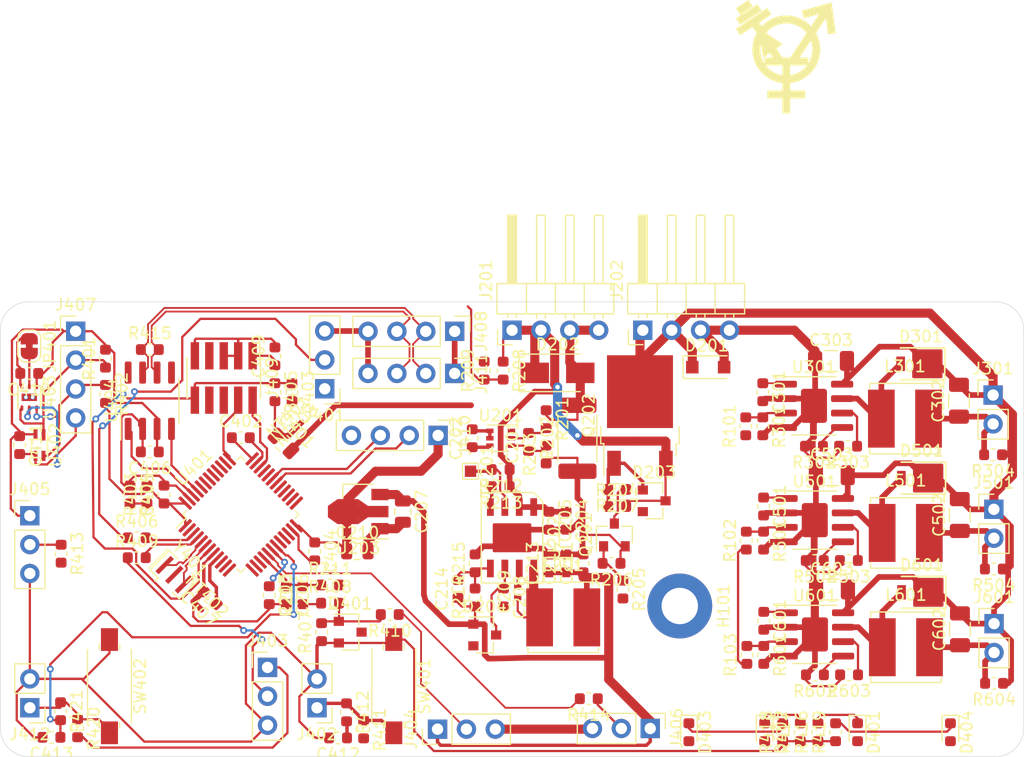
<source format=kicad_pcb>
(kicad_pcb (version 20171130) (host pcbnew 5.1.5)
  (layers (0 F.Cu signal) (31 B.Cu signal) (34 B.Paste user) (35 F.Paste user) (36 B.SilkS user) (37 F.SilkS user hide) (38 B.Mask user) (39 F.Mask user) (44 Edge.Cuts user))
  (net 0 "")
  (net 1 "Net-(C201-Pad2)")
  (net 2 "Net-(C201-Pad1)")
  (net 3 GNDA)
  (net 4 VDDA)
  (net 5 ADCIN_VBUS)
  (net 6 GND)
  (net 7 VBUS)
  (net 8 ADCIN_5V_AO)
  (net 9 +5VL)
  (net 10 "/Power Supply/SYVCC")
  (net 11 "/Power Supply/SYBS")
  (net 12 "/Power Supply/SYLX")
  (net 13 +3V3)
  (net 14 "/Power Supply/SYFB")
  (net 15 "/LED Driver 1/LM3414VCC")
  (net 16 +48V)
  (net 17 "/LED Driver 1/LED_MINUS")
  (net 18 GNDD)
  (net 19 /Microcontroller/nRST)
  (net 20 /Microcontroller/USER)
  (net 21 "/LED Driver 2/LM3414VCC")
  (net 22 "/LED Driver 2/LED_MINUS")
  (net 23 "/LED Driver 3/LM3414VCC")
  (net 24 "/LED Driver 3/LED_MINUS")
  (net 25 "Net-(D203-Pad2)")
  (net 26 "Net-(D301-Pad2)")
  (net 27 /Microcontroller/LED1)
  (net 28 "Net-(D401-Pad1)")
  (net 29 /Microcontroller/LED2)
  (net 30 "Net-(D402-Pad1)")
  (net 31 /Microcontroller/LED3)
  (net 32 "Net-(D403-Pad1)")
  (net 33 "Net-(D404-Pad1)")
  (net 34 "Net-(D501-Pad2)")
  (net 35 "Net-(D601-Pad2)")
  (net 36 "Net-(H101-Pad1)")
  (net 37 "/Power Supply/SUP_GND")
  (net 38 "Net-(J401-Pad2)")
  (net 39 "Net-(J402-Pad1)")
  (net 40 "Net-(J403-Pad2)")
  (net 41 "Net-(J404-Pad2)")
  (net 42 "Net-(J405-Pad2)")
  (net 43 "Net-(J406-Pad2)")
  (net 44 /Microcontroller/I2C_SDA)
  (net 45 /Microcontroller/I2C_SCL)
  (net 46 /Microcontroller/CAND_N)
  (net 47 /Microcontroller/CAND_P)
  (net 48 "Net-(J409-Pad8)")
  (net 49 "Net-(J409-Pad7)")
  (net 50 "Net-(J409-Pad6)")
  (net 51 /Microcontroller/SWCLK)
  (net 52 /Microcontroller/SWDIO)
  (net 53 /Microcontroller/UART1_RX)
  (net 54 /Microcontroller/UART1_TX)
  (net 55 "Net-(JP401-Pad2)")
  (net 56 "Net-(Q201-Pad3)")
  (net 57 "Net-(Q201-Pad1)")
  (net 58 /Microcontroller/HALL1)
  (net 59 "Net-(Q401-Pad1)")
  (net 60 "/LED Driver 1/IADJ")
  (net 61 /Microcontroller/DAC1)
  (net 62 "/LED Driver 2/IADJ")
  (net 63 /Microcontroller/DAC2)
  (net 64 "/LED Driver 3/IADJ")
  (net 65 48V_EN)
  (net 66 "/Power Supply/SYE")
  (net 67 "/Power Supply/SYRON")
  (net 68 "Net-(R302-Pad1)")
  (net 69 "/LED Driver 1/DIM")
  (net 70 /Microcontroller/BOOT0)
  (net 71 /Microcontroller/MOTION1)
  (net 72 /Microcontroller/MOTION2)
  (net 73 /Microcontroller/MOTION3)
  (net 74 /Microcontroller/I2S1_SD)
  (net 75 "Net-(R502-Pad1)")
  (net 76 "/LED Driver 2/DIM")
  (net 77 "Net-(R602-Pad1)")
  (net 78 "/LED Driver 3/DIM")
  (net 79 ADCIN_CSA)
  (net 80 /Microcontroller/CANTXD)
  (net 81 /Microcontroller/CANRXD)
  (net 82 /Microcontroller/TIM3_CH2)
  (net 83 /Microcontroller/OPT_IRQ)
  (net 84 USBD_P)
  (net 85 USBD_N)
  (net 86 /Microcontroller/TIM1_CH1)
  (net 87 /Microcontroller/TIM15_CH2)
  (net 88 /Microcontroller/TIM15_CH1)
  (net 89 /Microcontroller/XTAL_N)
  (net 90 /Microcontroller/XTAL_P)
  (net 91 /Microcontroller/CSTDBY)
  (net 92 "Net-(U404-Pad8)")
  (net 93 "Net-(U404-Pad5)")
  (net 94 /Microcontroller/WAKEUP_SW)
  (net 95 "Net-(J412-Pad1)")
  (module Automated:falogo_small_copper (layer F.Cu) (at 126.2 106.8 270)
    (fp_text reference G101 hide)
    (fp_text value Fully_Automated_Logo hide)
  )
  (module Automated:SW_SPST_PTS636_G (layer F.Cu) (at 119.6 106.3 270)
    (fp_text reference SW402 (at 0 -2.7 90) (layer F.SilkS))
    (fp_text value POWERON)
    (pad 1 smd rect (at -4.1 0 90) (size 2 1.5) (layers F.Cu F.Paste F.Mask) (net 18 GNDD))
    (pad 2 smd rect (at 4.1 0 270) (size 2 1.5) (layers F.Cu F.Paste F.Mask) (net 95 "Net-(J412-Pad1)"))
  )
  (module Resistor_SMD:R_0603_1608Metric (layer F.Cu) (at 115.3 108.5 270)
    (fp_text reference R421 (at 0 -1.43 90) (layer F.SilkS))
    (fp_text value 360k)
    (pad 2 smd roundrect (at 0.7875 0 270) (size 0.875 0.95) (layers F.Cu F.Paste F.Mask) (net 94 /Microcontroller/WAKEUP_SW))
    (pad 1 smd roundrect (at -0.7875 0 270) (size 0.875 0.95) (layers F.Cu F.Paste F.Mask) (net 95 "Net-(J412-Pad1)"))
  )
  (module Resistor_SMD:R_0603_1608Metric (layer F.Cu) (at 116.8 110 270)
    (fp_text reference R420 (at 0 -1.43 90) (layer F.SilkS))
    (fp_text value 1k)
    (pad 2 smd roundrect (at 0.7875 0 270) (size 0.875 0.95) (layers F.Cu F.Paste F.Mask) (net 13 +3V3))
    (pad 1 smd roundrect (at -0.7875 0 270) (size 0.875 0.95) (layers F.Cu F.Paste F.Mask) (net 95 "Net-(J412-Pad1)"))
  )
  (module Connector_PinHeader_2.54mm:PinHeader_1x02_P2.54mm_Vertical (layer F.Cu) (at 112.6 108.2 180)
    (fp_text reference J412 (at 0 -2.33) (layer F.SilkS))
    (fp_text value POWERSW)
    (pad 2 thru_hole oval (at 0 2.54 180) (size 1.7 1.7) (drill 1) (layers *.Cu *.Mask) (net 18 GNDD))
    (pad 1 thru_hole rect (at 0 0 180) (size 1.7 1.7) (drill 1) (layers *.Cu *.Mask) (net 95 "Net-(J412-Pad1)"))
  )
  (module Capacitor_SMD:C_0603_1608Metric (layer F.Cu) (at 114.5 110.8 180)
    (fp_text reference C413 (at 0 -1.43) (layer F.SilkS))
    (fp_text value 100nF)
    (pad 2 smd roundrect (at 0.7875 0 180) (size 0.875 0.95) (layers F.Cu F.Paste F.Mask) (net 18 GNDD))
    (pad 1 smd roundrect (at -0.7875 0 180) (size 0.875 0.95) (layers F.Cu F.Paste F.Mask) (net 94 /Microcontroller/WAKEUP_SW))
  )
  (module Package_SO:SOIC-8-1EP_3.9x4.9mm_P1.27mm_EP2.29x3mm (layer F.Cu) (at 181.55 81.65)
    (fp_text reference U301 (at 0 -3.4) (layer F.SilkS))
    (fp_text value LM3414HV)
    (pad 8 smd roundrect (at 2.475 -1.905) (size 1.95 0.6) (layers F.Cu F.Paste F.Mask) (net 16 +48V))
    (pad 7 smd roundrect (at 2.475 -0.635) (size 1.95 0.6) (layers F.Cu F.Paste F.Mask) (net 26 "Net-(D301-Pad2)"))
    (pad 6 smd roundrect (at 2.475 0.635) (size 1.95 0.6) (layers F.Cu F.Paste F.Mask) (net 69 "/LED Driver 1/DIM"))
    (pad 5 smd roundrect (at 2.475 1.905) (size 1.95 0.6) (layers F.Cu F.Paste F.Mask) (net 68 "Net-(R302-Pad1)"))
    (pad 4 smd roundrect (at -2.475 1.905) (size 1.95 0.6) (layers F.Cu F.Paste F.Mask) (net 6 GND))
    (pad 3 smd roundrect (at -2.475 0.635) (size 1.95 0.6) (layers F.Cu F.Paste F.Mask) (net 60 "/LED Driver 1/IADJ"))
    (pad 2 smd roundrect (at -2.475 -0.635) (size 1.95 0.6) (layers F.Cu F.Paste F.Mask) (net 6 GND))
    (pad 1 smd roundrect (at -2.475 -1.905) (size 1.95 0.6) (layers F.Cu F.Paste F.Mask) (net 15 "/LED Driver 1/LM3414VCC"))
    (pad 9 smd roundrect (at 0 0) (size 2.29 3) (layers F.Cu F.Mask) (roundrect_rratio 0.10917) (net 6 GND))
  )
  (module Crystal:Resonator_SMD_muRata_CSTxExxV-3Pin_3.0x1.1mm (layer F.Cu) (at 125.3 96.5 315)
    (fp_text reference Y401 (at 0 -2.000001 135) (layer F.SilkS))
    (fp_text value 8.000MHz)
    (pad 3 smd rect (at 1.2 0 315) (size 0.4 1.9) (layers F.Cu F.Paste F.Mask) (net 89 /Microcontroller/XTAL_N))
    (pad 2 smd rect (at 0 0 315) (size 0.4 1.9) (layers F.Cu F.Paste F.Mask) (net 18 GNDD))
    (pad 1 smd rect (at -1.2 0 315) (size 0.4 1.9) (layers F.Cu F.Paste F.Mask) (net 90 /Microcontroller/XTAL_P))
  )
  (module Package_SO:SOIC-8-1EP_3.9x4.9mm_P1.27mm_EP2.29x3mm (layer F.Cu) (at 181.635014 101.749998)
    (fp_text reference U601 (at 0 -3.4) (layer F.SilkS))
    (fp_text value LM3414HV)
    (pad 8 smd roundrect (at 2.475 -1.905) (size 1.95 0.6) (layers F.Cu F.Paste F.Mask) (net 16 +48V))
    (pad 7 smd roundrect (at 2.475 -0.635) (size 1.95 0.6) (layers F.Cu F.Paste F.Mask) (net 35 "Net-(D601-Pad2)"))
    (pad 6 smd roundrect (at 2.475 0.635) (size 1.95 0.6) (layers F.Cu F.Paste F.Mask) (net 78 "/LED Driver 3/DIM"))
    (pad 5 smd roundrect (at 2.475 1.905) (size 1.95 0.6) (layers F.Cu F.Paste F.Mask) (net 77 "Net-(R602-Pad1)"))
    (pad 4 smd roundrect (at -2.475 1.905) (size 1.95 0.6) (layers F.Cu F.Paste F.Mask) (net 6 GND))
    (pad 3 smd roundrect (at -2.475 0.635) (size 1.95 0.6) (layers F.Cu F.Paste F.Mask) (net 64 "/LED Driver 3/IADJ"))
    (pad 2 smd roundrect (at -2.475 -0.635) (size 1.95 0.6) (layers F.Cu F.Paste F.Mask) (net 6 GND))
    (pad 1 smd roundrect (at -2.475 -1.905) (size 1.95 0.6) (layers F.Cu F.Paste F.Mask) (net 23 "/LED Driver 3/LM3414VCC"))
    (pad 9 smd roundrect (at 0 0) (size 2.29 3) (layers F.Cu F.Mask) (roundrect_rratio 0.10917) (net 6 GND))
  )
  (module Package_SO:SOIC-8-1EP_3.9x4.9mm_P1.27mm_EP2.29x3mm (layer F.Cu) (at 181.62002 91.699998)
    (fp_text reference U501 (at 0 -3.4) (layer F.SilkS))
    (fp_text value LM3414HV)
    (pad 8 smd roundrect (at 2.475 -1.905) (size 1.95 0.6) (layers F.Cu F.Paste F.Mask) (net 16 +48V))
    (pad 7 smd roundrect (at 2.475 -0.635) (size 1.95 0.6) (layers F.Cu F.Paste F.Mask) (net 34 "Net-(D501-Pad2)"))
    (pad 6 smd roundrect (at 2.475 0.635) (size 1.95 0.6) (layers F.Cu F.Paste F.Mask) (net 76 "/LED Driver 2/DIM"))
    (pad 5 smd roundrect (at 2.475 1.905) (size 1.95 0.6) (layers F.Cu F.Paste F.Mask) (net 75 "Net-(R502-Pad1)"))
    (pad 4 smd roundrect (at -2.475 1.905) (size 1.95 0.6) (layers F.Cu F.Paste F.Mask) (net 6 GND))
    (pad 3 smd roundrect (at -2.475 0.635) (size 1.95 0.6) (layers F.Cu F.Paste F.Mask) (net 62 "/LED Driver 2/IADJ"))
    (pad 2 smd roundrect (at -2.475 -0.635) (size 1.95 0.6) (layers F.Cu F.Paste F.Mask) (net 6 GND))
    (pad 1 smd roundrect (at -2.475 -1.905) (size 1.95 0.6) (layers F.Cu F.Paste F.Mask) (net 21 "/LED Driver 2/LM3414VCC"))
    (pad 9 smd roundrect (at 0 0) (size 2.29 3) (layers F.Cu F.Mask) (roundrect_rratio 0.10917) (net 6 GND))
  )
  (module Package_SO:SOIC-8_3.9x4.9mm_P1.27mm (layer F.Cu) (at 123.15 81.2 90)
    (fp_text reference U404 (at 0 -3.4 90) (layer F.SilkS))
    (fp_text value SN65HVD232)
    (pad 8 smd roundrect (at 2.475 -1.905 90) (size 1.95 0.6) (layers F.Cu F.Paste F.Mask) (net 92 "Net-(U404-Pad8)"))
    (pad 7 smd roundrect (at 2.475 -0.635 90) (size 1.95 0.6) (layers F.Cu F.Paste F.Mask) (net 47 /Microcontroller/CAND_P))
    (pad 6 smd roundrect (at 2.475 0.635 90) (size 1.95 0.6) (layers F.Cu F.Paste F.Mask) (net 46 /Microcontroller/CAND_N))
    (pad 5 smd roundrect (at 2.475 1.905 90) (size 1.95 0.6) (layers F.Cu F.Paste F.Mask) (net 93 "Net-(U404-Pad5)"))
    (pad 4 smd roundrect (at -2.475 1.905 90) (size 1.95 0.6) (layers F.Cu F.Paste F.Mask) (net 81 /Microcontroller/CANRXD))
    (pad 3 smd roundrect (at -2.475 0.635 90) (size 1.95 0.6) (layers F.Cu F.Paste F.Mask) (net 13 +3V3))
    (pad 2 smd roundrect (at -2.475 -0.635 90) (size 1.95 0.6) (layers F.Cu F.Paste F.Mask) (net 18 GNDD))
    (pad 1 smd roundrect (at -2.475 -1.905 90) (size 1.95 0.6) (layers F.Cu F.Paste F.Mask) (net 80 /Microcontroller/CANTXD))
  )
  (module Automated:TI_USON-6_DNP0006A_2x2mm_EP_1.35x0.65mm_P0.65mm (layer F.Cu) (at 112.55 80.9 270)
    (fp_text reference U403 (at 0 -1.8 90) (layer F.SilkS))
    (fp_text value OPT3001)
    (pad 7 thru_hole circle (at 0 0.3 90) (size 0.4 0.4) (drill 0.3) (layers *.Cu))
    (pad 7 thru_hole circle (at 0 -0.3 270) (size 0.4 0.4) (drill 0.3) (layers *.Cu))
    (pad 1 smd roundrect (at -0.95 -0.65 270) (size 0.5 0.25) (layers F.Cu F.Paste F.Mask) (roundrect_rratio 0.5) (net 13 +3V3))
    (pad 7 smd rect (at 0 0 270) (size 0.65 1.35) (layers F.Cu F.Paste F.Mask))
    (pad 6 smd roundrect (at 0.95 -0.65 270) (size 0.5 0.25) (layers F.Cu F.Paste F.Mask) (roundrect_rratio 0.5) (net 44 /Microcontroller/I2C_SDA))
    (pad 5 smd roundrect (at 0.95 0 270) (size 0.5 0.25) (layers F.Cu F.Paste F.Mask) (roundrect_rratio 0.5) (net 83 /Microcontroller/OPT_IRQ))
    (pad 4 smd roundrect (at 0.95 0.65 270) (size 0.5 0.25) (layers F.Cu F.Paste F.Mask) (roundrect_rratio 0.5) (net 45 /Microcontroller/I2C_SCL))
    (pad 3 smd roundrect (at -0.95 0.65 270) (size 0.5 0.25) (layers F.Cu F.Paste F.Mask) (roundrect_rratio 0.5) (net 18 GNDD))
    (pad 2 smd roundrect (at -0.95 0 270) (size 0.5 0.25) (layers F.Cu F.Paste F.Mask) (roundrect_rratio 0.5) (net 55 "Net-(JP401-Pad2)"))
  )
  (module Automated:Vishay_LGA-4_VEML_2x1.25mm (layer F.Cu) (at 113.45 85.1 90)
    (fp_text reference U402 (at 0 1.4 90) (layer F.SilkS))
    (fp_text value VEML3328)
    (pad 4 smd rect (at 0.95 -0.35 90) (size 0.9 0.35) (layers F.Cu F.Paste F.Mask) (net 13 +3V3))
    (pad 3 smd rect (at 0.9 0.35 90) (size 1 0.35) (layers F.Cu F.Paste F.Mask) (net 45 /Microcontroller/I2C_SCL))
    (pad 2 smd rect (at -0.95 0.35 90) (size 0.9 0.35) (layers F.Cu F.Paste F.Mask) (net 44 /Microcontroller/I2C_SDA))
    (pad 1 smd rect (at -0.95 -0.35 90) (size 0.9 0.35) (layers F.Cu F.Paste F.Mask) (net 18 GNDD))
  )
  (module Package_QFP:LQFP-48_7x7mm_P0.5mm (layer F.Cu) (at 131.15 91.2 45)
    (fp_text reference U401 (at 0 -5.85 45) (layer F.SilkS))
    (fp_text value STM32F072C8Tx)
    (pad 48 smd roundrect (at -2.75 -4.1625 45) (size 0.3 1.475) (layers F.Cu F.Paste F.Mask) (net 13 +3V3))
    (pad 47 smd roundrect (at -2.25 -4.1625 45) (size 0.3 1.475) (layers F.Cu F.Paste F.Mask) (net 18 GNDD))
    (pad 46 smd roundrect (at -1.75 -4.1625 45) (size 0.3 1.475) (layers F.Cu F.Paste F.Mask) (net 80 /Microcontroller/CANTXD))
    (pad 45 smd roundrect (at -1.25 -4.1625 45) (size 0.3 1.475) (layers F.Cu F.Paste F.Mask) (net 81 /Microcontroller/CANRXD))
    (pad 44 smd roundrect (at -0.75 -4.1625 45) (size 0.3 1.475) (layers F.Cu F.Paste F.Mask) (net 70 /Microcontroller/BOOT0))
    (pad 43 smd roundrect (at -0.25 -4.1625 45) (size 0.3 1.475) (layers F.Cu F.Paste F.Mask) (net 44 /Microcontroller/I2C_SDA))
    (pad 42 smd roundrect (at 0.25 -4.1625 45) (size 0.3 1.475) (layers F.Cu F.Paste F.Mask) (net 45 /Microcontroller/I2C_SCL))
    (pad 41 smd roundrect (at 0.75 -4.1625 45) (size 0.3 1.475) (layers F.Cu F.Paste F.Mask) (net 82 /Microcontroller/TIM3_CH2))
    (pad 40 smd roundrect (at 1.25 -4.1625 45) (size 0.3 1.475) (layers F.Cu F.Paste F.Mask) (net 58 /Microcontroller/HALL1))
    (pad 39 smd roundrect (at 1.75 -4.1625 45) (size 0.3 1.475) (layers F.Cu F.Paste F.Mask) (net 69 "/LED Driver 1/DIM"))
    (pad 38 smd roundrect (at 2.25 -4.1625 45) (size 0.3 1.475) (layers F.Cu F.Paste F.Mask) (net 83 /Microcontroller/OPT_IRQ))
    (pad 37 smd roundrect (at 2.75 -4.1625 45) (size 0.3 1.475) (layers F.Cu F.Paste F.Mask) (net 51 /Microcontroller/SWCLK))
    (pad 36 smd roundrect (at 4.1625 -2.75 45) (size 1.475 0.3) (layers F.Cu F.Paste F.Mask) (net 13 +3V3))
    (pad 35 smd roundrect (at 4.1625 -2.25 45) (size 1.475 0.3) (layers F.Cu F.Paste F.Mask) (net 18 GNDD))
    (pad 34 smd roundrect (at 4.1625 -1.75 45) (size 1.475 0.3) (layers F.Cu F.Paste F.Mask) (net 52 /Microcontroller/SWDIO))
    (pad 33 smd roundrect (at 4.1625 -1.25 45) (size 1.475 0.3) (layers F.Cu F.Paste F.Mask) (net 84 USBD_P))
    (pad 32 smd roundrect (at 4.1625 -0.75 45) (size 1.475 0.3) (layers F.Cu F.Paste F.Mask) (net 85 USBD_N))
    (pad 31 smd roundrect (at 4.1625 -0.25 45) (size 1.475 0.3) (layers F.Cu F.Paste F.Mask) (net 53 /Microcontroller/UART1_RX))
    (pad 30 smd roundrect (at 4.1625 0.25 45) (size 1.475 0.3) (layers F.Cu F.Paste F.Mask) (net 54 /Microcontroller/UART1_TX))
    (pad 29 smd roundrect (at 4.1625 0.75 45) (size 1.475 0.3) (layers F.Cu F.Paste F.Mask) (net 86 /Microcontroller/TIM1_CH1))
    (pad 28 smd roundrect (at 4.1625 1.25 45) (size 1.475 0.3) (layers F.Cu F.Paste F.Mask) (net 87 /Microcontroller/TIM15_CH2))
    (pad 27 smd roundrect (at 4.1625 1.75 45) (size 1.475 0.3) (layers F.Cu F.Paste F.Mask) (net 88 /Microcontroller/TIM15_CH1))
    (pad 26 smd roundrect (at 4.1625 2.25 45) (size 1.475 0.3) (layers F.Cu F.Paste F.Mask) (net 31 /Microcontroller/LED3))
    (pad 25 smd roundrect (at 4.1625 2.75 45) (size 1.475 0.3) (layers F.Cu F.Paste F.Mask) (net 73 /Microcontroller/MOTION3))
    (pad 24 smd roundrect (at 2.75 4.1625 45) (size 0.3 1.475) (layers F.Cu F.Paste F.Mask) (net 13 +3V3))
    (pad 23 smd roundrect (at 2.25 4.1625 45) (size 0.3 1.475) (layers F.Cu F.Paste F.Mask) (net 18 GNDD))
    (pad 22 smd roundrect (at 1.75 4.1625 45) (size 0.3 1.475) (layers F.Cu F.Paste F.Mask) (net 20 /Microcontroller/USER))
    (pad 21 smd roundrect (at 1.25 4.1625 45) (size 0.3 1.475) (layers F.Cu F.Paste F.Mask) (net 76 "/LED Driver 2/DIM"))
    (pad 20 smd roundrect (at 0.75 4.1625 45) (size 0.3 1.475) (layers F.Cu F.Paste F.Mask) (net 65 48V_EN))
    (pad 19 smd roundrect (at 0.25 4.1625 45) (size 0.3 1.475) (layers F.Cu F.Paste F.Mask) (net 94 /Microcontroller/WAKEUP_SW))
    (pad 18 smd roundrect (at -0.25 4.1625 45) (size 0.3 1.475) (layers F.Cu F.Paste F.Mask) (net 5 ADCIN_VBUS))
    (pad 17 smd roundrect (at -0.75 4.1625 45) (size 0.3 1.475) (layers F.Cu F.Paste F.Mask) (net 74 /Microcontroller/I2S1_SD))
    (pad 16 smd roundrect (at -1.25 4.1625 45) (size 0.3 1.475) (layers F.Cu F.Paste F.Mask) (net 8 ADCIN_5V_AO))
    (pad 15 smd roundrect (at -1.75 4.1625 45) (size 0.3 1.475) (layers F.Cu F.Paste F.Mask) (net 63 /Microcontroller/DAC2))
    (pad 14 smd roundrect (at -2.25 4.1625 45) (size 0.3 1.475) (layers F.Cu F.Paste F.Mask) (net 61 /Microcontroller/DAC1))
    (pad 13 smd roundrect (at -2.75 4.1625 45) (size 0.3 1.475) (layers F.Cu F.Paste F.Mask) (net 78 "/LED Driver 3/DIM"))
    (pad 12 smd roundrect (at -4.1625 2.75 45) (size 1.475 0.3) (layers F.Cu F.Paste F.Mask) (net 79 ADCIN_CSA))
    (pad 11 smd roundrect (at -4.1625 2.25 45) (size 1.475 0.3) (layers F.Cu F.Paste F.Mask) (net 29 /Microcontroller/LED2))
    (pad 10 smd roundrect (at -4.1625 1.75 45) (size 1.475 0.3) (layers F.Cu F.Paste F.Mask) (net 27 /Microcontroller/LED1))
    (pad 9 smd roundrect (at -4.1625 1.25 45) (size 1.475 0.3) (layers F.Cu F.Paste F.Mask) (net 4 VDDA))
    (pad 8 smd roundrect (at -4.1625 0.75 45) (size 1.475 0.3) (layers F.Cu F.Paste F.Mask) (net 3 GNDA))
    (pad 7 smd roundrect (at -4.1625 0.25 45) (size 1.475 0.3) (layers F.Cu F.Paste F.Mask) (net 19 /Microcontroller/nRST))
    (pad 6 smd roundrect (at -4.1625 -0.25 45) (size 1.475 0.3) (layers F.Cu F.Paste F.Mask) (net 89 /Microcontroller/XTAL_N))
    (pad 5 smd roundrect (at -4.1625 -0.75 45) (size 1.475 0.3) (layers F.Cu F.Paste F.Mask) (net 90 /Microcontroller/XTAL_P))
    (pad 4 smd roundrect (at -4.1625 -1.25 45) (size 1.475 0.3) (layers F.Cu F.Paste F.Mask) (net 72 /Microcontroller/MOTION2))
    (pad 3 smd roundrect (at -4.1625 -1.75 45) (size 1.475 0.3) (layers F.Cu F.Paste F.Mask) (net 71 /Microcontroller/MOTION1))
    (pad 2 smd roundrect (at -4.1625 -2.25 45) (size 1.475 0.3) (layers F.Cu F.Paste F.Mask) (net 91 /Microcontroller/CSTDBY))
    (pad 1 smd roundrect (at -4.1625 -2.75 45) (size 1.475 0.3) (layers F.Cu F.Paste F.Mask) (net 13 +3V3))
  )
  (module Package_TO_SOT_SMD:SOT-89-3 (layer F.Cu) (at 141.9 90.95 180)
    (fp_text reference U203 (at 0.45 -3.2) (layer F.SilkS))
    (fp_text value MCP1754ST-3302E/MB)
    (pad 2 smd trapezoid (at -0.0762 0 270) (size 1.5 1) (rect_delta 0 0.7) (layers F.Cu F.Paste F.Mask) (net 13 +3V3))
    (pad 2 smd rect (at 1.3335 0 90) (size 2.2 1.84) (layers F.Cu F.Paste F.Mask) (net 13 +3V3))
    (pad 3 smd rect (at -1.48 1.5 90) (size 1 1.5) (layers F.Cu F.Paste F.Mask) (net 9 +5VL))
    (pad 2 smd rect (at -1.3335 0 90) (size 1 1.8) (layers F.Cu F.Paste F.Mask) (net 13 +3V3))
    (pad 1 smd rect (at -1.48 -1.5 90) (size 1 1.5) (layers F.Cu F.Paste F.Mask) (net 6 GND))
    (pad 2 smd trapezoid (at 2.667 0 90) (size 1.6 0.85) (rect_delta 0 0.6) (layers F.Cu F.Paste F.Mask) (net 13 +3V3))
  )
  (module Automated:SO8E_Silergy_4x5mm_EP3.4x2.55mm (layer F.Cu) (at 155 93.25 180)
    (fp_text reference U202 (at -3.705 0 90) (layer F.SilkS))
    (fp_text value SY8502)
    (pad 9 smd roundrect (at 0 0 180) (size 3.4 2.55) (layers F.Cu F.Paste F.Mask) (roundrect_rratio 0.05) (net 6 GND))
    (pad 4 smd rect (at 1.905 2.7 180) (size 0.6 1.55) (layers F.Cu F.Paste F.Mask) (net 67 "/Power Supply/SYRON"))
    (pad 5 smd rect (at 1.905 -2.7 180) (size 0.6 1.55) (layers F.Cu F.Paste F.Mask) (net 14 "/Power Supply/SYFB"))
    (pad 3 smd rect (at 0.635 2.7 180) (size 0.6 1.55) (layers F.Cu F.Paste F.Mask) (net 66 "/Power Supply/SYE"))
    (pad 6 smd rect (at 0.635 -2.7 180) (size 0.6 1.55) (layers F.Cu F.Paste F.Mask) (net 10 "/Power Supply/SYVCC"))
    (pad 2 smd rect (at -0.635 2.7 180) (size 0.6 1.55) (layers F.Cu F.Paste F.Mask) (net 7 VBUS))
    (pad 7 smd rect (at -0.635 -2.7 180) (size 0.6 1.55) (layers F.Cu F.Paste F.Mask) (net 11 "/Power Supply/SYBS"))
    (pad 1 smd rect (at -1.905 2.7 180) (size 0.6 1.55) (layers F.Cu F.Paste F.Mask) (net 7 VBUS))
    (pad 8 smd rect (at -1.905 -2.7 180) (size 0.6 1.55) (layers F.Cu F.Paste F.Mask) (net 12 "/Power Supply/SYLX"))
  )
  (module Package_TO_SOT_SMD:SOT-363_SC-70-6 (layer F.Cu) (at 154 84.5)
    (fp_text reference U201 (at 0 -2) (layer F.SilkS))
    (fp_text value INA190A2-Q1)
    (pad 6 smd rect (at 0.95 -0.65) (size 0.65 0.4) (layers F.Cu F.Paste F.Mask) (net 79 ADCIN_CSA))
    (pad 4 smd rect (at 0.95 0.65) (size 0.65 0.4) (layers F.Cu F.Paste F.Mask) (net 2 "Net-(C201-Pad1)"))
    (pad 2 smd rect (at -0.95 0) (size 0.65 0.4) (layers F.Cu F.Paste F.Mask) (net 3 GNDA))
    (pad 5 smd rect (at 0.95 0) (size 0.65 0.4) (layers F.Cu F.Paste F.Mask) (net 1 "Net-(C201-Pad2)"))
    (pad 3 smd rect (at -0.95 0.65) (size 0.65 0.4) (layers F.Cu F.Paste F.Mask) (net 4 VDDA))
    (pad 1 smd rect (at -0.95 -0.65) (size 0.65 0.4) (layers F.Cu F.Paste F.Mask) (net 3 GNDA))
  )
  (module TestPoint:TestPoint_Pad_1.0x1.0mm (layer F.Cu) (at 151.35 87.4 270)
    (fp_text reference TP201 (at 0 -1.448 90) (layer F.SilkS))
    (fp_text value TestPoint)
    (pad 1 smd rect (at 0 0 270) (size 1 1) (layers F.Cu F.Mask) (net 66 "/Power Supply/SYE"))
  )
  (module Automated:SW_SPST_PTS636_G (layer F.Cu) (at 144.6 106.3 270)
    (fp_text reference SW401 (at 0 -2.7 90) (layer F.SilkS))
    (fp_text value USER)
    (pad 1 smd rect (at -4.1 0 90) (size 2 1.5) (layers F.Cu F.Paste F.Mask) (net 18 GNDD))
    (pad 2 smd rect (at 4.1 0 270) (size 2 1.5) (layers F.Cu F.Paste F.Mask) (net 39 "Net-(J402-Pad1)"))
  )
  (module Resistor_SMD:R_0603_1608Metric (layer F.Cu) (at 197.385014 106.049998 180)
    (fp_text reference R604 (at 0 -1.43) (layer F.SilkS))
    (fp_text value 500k)
    (pad 2 smd roundrect (at 0.7875 0 180) (size 0.875 0.95) (layers F.Cu F.Paste F.Mask) (net 24 "/LED Driver 3/LED_MINUS"))
    (pad 1 smd roundrect (at -0.7875 0 180) (size 0.875 0.95) (layers F.Cu F.Paste F.Mask) (net 16 +48V))
  )
  (module Resistor_SMD:R_0603_1608Metric (layer F.Cu) (at 184.635014 105.299998 180)
    (fp_text reference R603 (at 0 -1.43) (layer F.SilkS))
    (fp_text value 11k)
    (pad 2 smd roundrect (at 0.7875 0 180) (size 0.875 0.95) (layers F.Cu F.Paste F.Mask) (net 6 GND))
    (pad 1 smd roundrect (at -0.7875 0 180) (size 0.875 0.95) (layers F.Cu F.Paste F.Mask) (net 78 "/LED Driver 3/DIM"))
  )
  (module Resistor_SMD:R_0603_1608Metric (layer F.Cu) (at 181.635014 105.299998 180)
    (fp_text reference R602 (at 0 -1.43) (layer F.SilkS))
    (fp_text value 24k)
    (pad 2 smd roundrect (at 0.7875 0 180) (size 0.875 0.95) (layers F.Cu F.Paste F.Mask) (net 6 GND))
    (pad 1 smd roundrect (at -0.7875 0 180) (size 0.875 0.95) (layers F.Cu F.Paste F.Mask) (net 77 "Net-(R602-Pad1)"))
  )
  (module Resistor_SMD:R_0603_1608Metric (layer F.Cu) (at 177.135014 103.549998 270)
    (fp_text reference R601 (at 0 -1.43 90) (layer F.SilkS))
    (fp_text value 3.24k)
    (pad 2 smd roundrect (at 0.7875 0 270) (size 0.875 0.95) (layers F.Cu F.Paste F.Mask) (net 6 GND))
    (pad 1 smd roundrect (at -0.7875 0 270) (size 0.875 0.95) (layers F.Cu F.Paste F.Mask) (net 64 "/LED Driver 3/IADJ"))
  )
  (module Resistor_SMD:R_0603_1608Metric (layer F.Cu) (at 197.37002 95.999998 180)
    (fp_text reference R504 (at 0 -1.43) (layer F.SilkS))
    (fp_text value 500k)
    (pad 2 smd roundrect (at 0.7875 0 180) (size 0.875 0.95) (layers F.Cu F.Paste F.Mask) (net 22 "/LED Driver 2/LED_MINUS"))
    (pad 1 smd roundrect (at -0.7875 0 180) (size 0.875 0.95) (layers F.Cu F.Paste F.Mask) (net 16 +48V))
  )
  (module Resistor_SMD:R_0603_1608Metric (layer F.Cu) (at 184.62002 95.249998 180)
    (fp_text reference R503 (at 0 -1.43) (layer F.SilkS))
    (fp_text value 11k)
    (pad 2 smd roundrect (at 0.7875 0 180) (size 0.875 0.95) (layers F.Cu F.Paste F.Mask) (net 6 GND))
    (pad 1 smd roundrect (at -0.7875 0 180) (size 0.875 0.95) (layers F.Cu F.Paste F.Mask) (net 76 "/LED Driver 2/DIM"))
  )
  (module Resistor_SMD:R_0603_1608Metric (layer F.Cu) (at 181.62002 95.249998 180)
    (fp_text reference R502 (at 0 -1.43) (layer F.SilkS))
    (fp_text value 24k)
    (pad 2 smd roundrect (at 0.7875 0 180) (size 0.875 0.95) (layers F.Cu F.Paste F.Mask) (net 6 GND))
    (pad 1 smd roundrect (at -0.7875 0 180) (size 0.875 0.95) (layers F.Cu F.Paste F.Mask) (net 75 "Net-(R502-Pad1)"))
  )
  (module Resistor_SMD:R_0603_1608Metric (layer F.Cu) (at 177.12002 93.499998 270)
    (fp_text reference R501 (at 0 -1.43 90) (layer F.SilkS))
    (fp_text value 3.24k)
    (pad 2 smd roundrect (at 0.7875 0 270) (size 0.875 0.95) (layers F.Cu F.Paste F.Mask) (net 6 GND))
    (pad 1 smd roundrect (at -0.7875 0 270) (size 0.875 0.95) (layers F.Cu F.Paste F.Mask) (net 62 "/LED Driver 2/IADJ"))
  )
  (module Resistor_SMD:R_0603_1608Metric (layer F.Cu) (at 183.45 110.35 90)
    (fp_text reference R419 (at 0 -1.43 90) (layer F.SilkS))
    (fp_text value 1k)
    (pad 2 smd roundrect (at 0.7875 0 90) (size 0.875 0.95) (layers F.Cu F.Paste F.Mask) (net 33 "Net-(D404-Pad1)"))
    (pad 1 smd roundrect (at -0.7875 0 90) (size 0.875 0.95) (layers F.Cu F.Paste F.Mask) (net 18 GNDD))
  )
  (module Resistor_SMD:R_0603_1608Metric (layer F.Cu) (at 178.8 110.35 90)
    (fp_text reference R418 (at 0 -1.43 90) (layer F.SilkS))
    (fp_text value 1k)
    (pad 2 smd roundrect (at 0.7875 0 90) (size 0.875 0.95) (layers F.Cu F.Paste F.Mask) (net 32 "Net-(D403-Pad1)"))
    (pad 1 smd roundrect (at -0.7875 0 90) (size 0.875 0.95) (layers F.Cu F.Paste F.Mask) (net 18 GNDD))
  )
  (module Resistor_SMD:R_0603_1608Metric (layer F.Cu) (at 180.35 110.35 90)
    (fp_text reference R417 (at 0 -1.43 90) (layer F.SilkS))
    (fp_text value 1k)
    (pad 2 smd roundrect (at 0.7875 0 90) (size 0.875 0.95) (layers F.Cu F.Paste F.Mask) (net 30 "Net-(D402-Pad1)"))
    (pad 1 smd roundrect (at -0.7875 0 90) (size 0.875 0.95) (layers F.Cu F.Paste F.Mask) (net 18 GNDD))
  )
  (module Resistor_SMD:R_0603_1608Metric (layer F.Cu) (at 181.9 110.35 90)
    (fp_text reference R416 (at 0 -1.43 90) (layer F.SilkS))
    (fp_text value 1k)
    (pad 2 smd roundrect (at 0.7875 0 90) (size 0.875 0.95) (layers F.Cu F.Paste F.Mask) (net 28 "Net-(D401-Pad1)"))
    (pad 1 smd roundrect (at -0.7875 0 90) (size 0.875 0.95) (layers F.Cu F.Paste F.Mask) (net 18 GNDD))
  )
  (module Resistor_SMD:R_0603_1608Metric (layer F.Cu) (at 123.15 76.7)
    (fp_text reference R415 (at 0 -1.43) (layer F.SilkS))
    (fp_text value d.n.p.)
    (pad 2 smd roundrect (at 0.7875 0) (size 0.875 0.95) (layers F.Cu F.Paste F.Mask) (net 46 /Microcontroller/CAND_N))
    (pad 1 smd roundrect (at -0.7875 0) (size 0.875 0.95) (layers F.Cu F.Paste F.Mask) (net 47 /Microcontroller/CAND_P))
  )
  (module Resistor_SMD:R_0603_1608Metric (layer F.Cu) (at 161.75 107.4 180)
    (fp_text reference R414 (at 0 -1.43) (layer F.SilkS))
    (fp_text value 100)
    (pad 2 smd roundrect (at 0.7875 0 180) (size 0.875 0.95) (layers F.Cu F.Paste F.Mask) (net 74 /Microcontroller/I2S1_SD))
    (pad 1 smd roundrect (at -0.7875 0 180) (size 0.875 0.95) (layers F.Cu F.Paste F.Mask) (net 43 "Net-(J406-Pad2)"))
  )
  (module Resistor_SMD:R_0603_1608Metric (layer F.Cu) (at 115.35 94.65 270)
    (fp_text reference R413 (at 0 -1.43 90) (layer F.SilkS))
    (fp_text value 100)
    (pad 2 smd roundrect (at 0.7875 0 270) (size 0.875 0.95) (layers F.Cu F.Paste F.Mask) (net 73 /Microcontroller/MOTION3))
    (pad 1 smd roundrect (at -0.7875 0 270) (size 0.875 0.95) (layers F.Cu F.Paste F.Mask) (net 42 "Net-(J405-Pad2)"))
  )
  (module Resistor_SMD:R_0603_1608Metric (layer F.Cu) (at 140.45 108.6 270)
    (fp_text reference R412 (at 0 -1.43 90) (layer F.SilkS))
    (fp_text value 360k)
    (pad 2 smd roundrect (at 0.7875 0 270) (size 0.875 0.95) (layers F.Cu F.Paste F.Mask) (net 20 /Microcontroller/USER))
    (pad 1 smd roundrect (at -0.7875 0 270) (size 0.875 0.95) (layers F.Cu F.Paste F.Mask) (net 39 "Net-(J402-Pad1)"))
  )
  (module Resistor_SMD:R_0603_1608Metric (layer F.Cu) (at 141.95 110.1 270)
    (fp_text reference R411 (at 0 -1.43 90) (layer F.SilkS))
    (fp_text value 1k)
    (pad 2 smd roundrect (at 0.7875 0 270) (size 0.875 0.95) (layers F.Cu F.Paste F.Mask) (net 13 +3V3))
    (pad 1 smd roundrect (at -0.7875 0 270) (size 0.875 0.95) (layers F.Cu F.Paste F.Mask) (net 39 "Net-(J402-Pad1)"))
  )
  (module Resistor_SMD:R_0603_1608Metric (layer F.Cu) (at 144.25 100 180)
    (fp_text reference R410 (at 0 -1.43) (layer F.SilkS))
    (fp_text value 100)
    (pad 2 smd roundrect (at 0.7875 0 180) (size 0.875 0.95) (layers F.Cu F.Paste F.Mask) (net 59 "Net-(Q401-Pad1)"))
    (pad 1 smd roundrect (at -0.7875 0 180) (size 0.875 0.95) (layers F.Cu F.Paste F.Mask) (net 41 "Net-(J404-Pad2)"))
  )
  (module Resistor_SMD:R_0603_1608Metric (layer F.Cu) (at 122 95)
    (fp_text reference R409 (at 0 -1.43) (layer F.SilkS))
    (fp_text value 100)
    (pad 2 smd roundrect (at 0.7875 0) (size 0.875 0.95) (layers F.Cu F.Paste F.Mask) (net 72 /Microcontroller/MOTION2))
    (pad 1 smd roundrect (at -0.7875 0) (size 0.875 0.95) (layers F.Cu F.Paste F.Mask) (net 40 "Net-(J403-Pad2)"))
  )
  (module Resistor_SMD:R_0603_1608Metric (layer F.Cu) (at 139 99)
    (fp_text reference R408 (at 0 -1.43) (layer F.SilkS))
    (fp_text value d.n.p.)
    (pad 2 smd roundrect (at 0.7875 0) (size 0.875 0.95) (layers F.Cu F.Paste F.Mask) (net 59 "Net-(Q401-Pad1)"))
    (pad 1 smd roundrect (at -0.7875 0) (size 0.875 0.95) (layers F.Cu F.Paste F.Mask) (net 9 +5VL))
  )
  (module Resistor_SMD:R_0603_1608Metric (layer F.Cu) (at 138.25 101.55 90)
    (fp_text reference R407 (at 0 -1.43 90) (layer F.SilkS))
    (fp_text value 11k)
    (pad 2 smd roundrect (at 0.7875 0 90) (size 0.875 0.95) (layers F.Cu F.Paste F.Mask) (net 59 "Net-(Q401-Pad1)"))
    (pad 1 smd roundrect (at -0.7875 0 90) (size 0.875 0.95) (layers F.Cu F.Paste F.Mask) (net 18 GNDD))
  )
  (module Resistor_SMD:R_0603_1608Metric (layer F.Cu) (at 122 93.25)
    (fp_text reference R406 (at 0 -1.43) (layer F.SilkS))
    (fp_text value 100)
    (pad 2 smd roundrect (at 0.7875 0) (size 0.875 0.95) (layers F.Cu F.Paste F.Mask) (net 71 /Microcontroller/MOTION1))
    (pad 1 smd roundrect (at -0.7875 0) (size 0.875 0.95) (layers F.Cu F.Paste F.Mask) (net 38 "Net-(J401-Pad2)"))
  )
  (module Resistor_SMD:R_0603_1608Metric (layer F.Cu) (at 134.15 80.45 270)
    (fp_text reference R405 (at 0 -1.43 90) (layer F.SilkS))
    (fp_text value 11k)
    (pad 2 smd roundrect (at 0.7875 0 270) (size 0.875 0.95) (layers F.Cu F.Paste F.Mask) (net 13 +3V3))
    (pad 1 smd roundrect (at -0.7875 0 270) (size 0.875 0.95) (layers F.Cu F.Paste F.Mask) (net 19 /Microcontroller/nRST))
  )
  (module Resistor_SMD:R_0603_1608Metric (layer F.Cu) (at 121.4 89.45 270)
    (fp_text reference R404 (at 0 -1.43 90) (layer F.SilkS))
    (fp_text value 1k)
    (pad 2 smd roundrect (at 0.7875 0 270) (size 0.875 0.95) (layers F.Cu F.Paste F.Mask) (net 70 /Microcontroller/BOOT0))
    (pad 1 smd roundrect (at -0.7875 0 270) (size 0.875 0.95) (layers F.Cu F.Paste F.Mask) (net 18 GNDD))
  )
  (module Resistor_SMD:R_0603_1608Metric (layer F.Cu) (at 122.9 89.45 90)
    (fp_text reference R403 (at 0 -1.43 90) (layer F.SilkS))
    (fp_text value d.n.p.)
    (pad 2 smd roundrect (at 0.7875 0 90) (size 0.875 0.95) (layers F.Cu F.Paste F.Mask) (net 13 +3V3))
    (pad 1 smd roundrect (at -0.7875 0 90) (size 0.875 0.95) (layers F.Cu F.Paste F.Mask) (net 70 /Microcontroller/BOOT0))
  )
  (module Resistor_SMD:R_0603_1608Metric (layer F.Cu) (at 119.25 80.6 270)
    (fp_text reference R402 (at 0 -1.43 90) (layer F.SilkS))
    (fp_text value 3.3k)
    (pad 2 smd roundrect (at 0.7875 0 270) (size 0.875 0.95) (layers F.Cu F.Paste F.Mask) (net 13 +3V3))
    (pad 1 smd roundrect (at -0.7875 0 270) (size 0.875 0.95) (layers F.Cu F.Paste F.Mask) (net 44 /Microcontroller/I2C_SDA))
  )
  (module Resistor_SMD:R_0603_1608Metric (layer F.Cu) (at 119.25 77.5 90)
    (fp_text reference R401 (at 0 -1.43 90) (layer F.SilkS))
    (fp_text value 3.3k)
    (pad 2 smd roundrect (at 0.7875 0 90) (size 0.875 0.95) (layers F.Cu F.Paste F.Mask) (net 13 +3V3))
    (pad 1 smd roundrect (at -0.7875 0 90) (size 0.875 0.95) (layers F.Cu F.Paste F.Mask) (net 45 /Microcontroller/I2C_SCL))
  )
  (module Resistor_SMD:R_0603_1608Metric (layer F.Cu) (at 197.3 85.95 180)
    (fp_text reference R304 (at 0 -1.43) (layer F.SilkS))
    (fp_text value 500k)
    (pad 2 smd roundrect (at 0.7875 0 180) (size 0.875 0.95) (layers F.Cu F.Paste F.Mask) (net 17 "/LED Driver 1/LED_MINUS"))
    (pad 1 smd roundrect (at -0.7875 0 180) (size 0.875 0.95) (layers F.Cu F.Paste F.Mask) (net 16 +48V))
  )
  (module Resistor_SMD:R_0603_1608Metric (layer F.Cu) (at 184.55 85.2 180)
    (fp_text reference R303 (at 0 -1.43) (layer F.SilkS))
    (fp_text value 11k)
    (pad 2 smd roundrect (at 0.7875 0 180) (size 0.875 0.95) (layers F.Cu F.Paste F.Mask) (net 6 GND))
    (pad 1 smd roundrect (at -0.7875 0 180) (size 0.875 0.95) (layers F.Cu F.Paste F.Mask) (net 69 "/LED Driver 1/DIM"))
  )
  (module Resistor_SMD:R_0603_1608Metric (layer F.Cu) (at 181.55 85.2 180)
    (fp_text reference R302 (at 0 -1.43) (layer F.SilkS))
    (fp_text value 24k)
    (pad 2 smd roundrect (at 0.7875 0 180) (size 0.875 0.95) (layers F.Cu F.Paste F.Mask) (net 6 GND))
    (pad 1 smd roundrect (at -0.7875 0 180) (size 0.875 0.95) (layers F.Cu F.Paste F.Mask) (net 68 "Net-(R302-Pad1)"))
  )
  (module Resistor_SMD:R_0603_1608Metric (layer F.Cu) (at 177.05 83.45 270)
    (fp_text reference R301 (at 0 -1.43 90) (layer F.SilkS))
    (fp_text value 3.24k)
    (pad 2 smd roundrect (at 0.7875 0 270) (size 0.875 0.95) (layers F.Cu F.Paste F.Mask) (net 6 GND))
    (pad 1 smd roundrect (at -0.7875 0 270) (size 0.875 0.95) (layers F.Cu F.Paste F.Mask) (net 60 "/LED Driver 1/IADJ"))
  )
  (module Resistor_SMD:R_0603_1608Metric (layer F.Cu) (at 151.75 95.5 90)
    (fp_text reference R215 (at 0 -1.43 90) (layer F.SilkS))
    (fp_text value 3.3k)
    (pad 2 smd roundrect (at 0.7875 0 90) (size 0.875 0.95) (layers F.Cu F.Paste F.Mask) (net 6 GND))
    (pad 1 smd roundrect (at -0.7875 0 90) (size 0.875 0.95) (layers F.Cu F.Paste F.Mask) (net 14 "/Power Supply/SYFB"))
  )
  (module Resistor_SMD:R_0603_1608Metric (layer F.Cu) (at 151.75 98.5 90)
    (fp_text reference R214 (at 0 -1.43 90) (layer F.SilkS))
    (fp_text value 11k)
    (pad 2 smd roundrect (at 0.7875 0 90) (size 0.875 0.95) (layers F.Cu F.Paste F.Mask) (net 14 "/Power Supply/SYFB"))
    (pad 1 smd roundrect (at -0.7875 0 90) (size 0.875 0.95) (layers F.Cu F.Paste F.Mask) (net 9 +5VL))
  )
  (module Resistor_SMD:R_0603_1608Metric (layer F.Cu) (at 154 88.75 180)
    (fp_text reference R213 (at 0 -1.43) (layer F.SilkS))
    (fp_text value 1.62M)
    (pad 2 smd roundrect (at 0.7875 0 180) (size 0.875 0.95) (layers F.Cu F.Paste F.Mask) (net 67 "/Power Supply/SYRON"))
    (pad 1 smd roundrect (at -0.7875 0 180) (size 0.875 0.95) (layers F.Cu F.Paste F.Mask) (net 7 VBUS))
  )
  (module Resistor_SMD:R_0603_1608Metric (layer F.Cu) (at 154 87.25 180)
    (fp_text reference R212 (at 0 -1.43) (layer F.SilkS))
    (fp_text value 100k)
    (pad 2 smd roundrect (at 0.7875 0 180) (size 0.875 0.95) (layers F.Cu F.Paste F.Mask) (net 66 "/Power Supply/SYE"))
    (pad 1 smd roundrect (at -0.7875 0 180) (size 0.875 0.95) (layers F.Cu F.Paste F.Mask) (net 7 VBUS))
  )
  (module Resistor_SMD:R_0603_1608Metric (layer F.Cu) (at 139 97.4)
    (fp_text reference R211 (at 0 -1.43) (layer F.SilkS))
    (fp_text value 39k)
    (pad 2 smd roundrect (at 0.7875 0) (size 0.875 0.95) (layers F.Cu F.Paste F.Mask) (net 6 GND))
    (pad 1 smd roundrect (at -0.7875 0) (size 0.875 0.95) (layers F.Cu F.Paste F.Mask) (net 8 ADCIN_5V_AO))
  )
  (module Resistor_SMD:R_0603_1608Metric (layer F.Cu) (at 136.6 98.3 90)
    (fp_text reference R210 (at 0 -1.43 90) (layer F.SilkS))
    (fp_text value 39k)
    (pad 2 smd roundrect (at 0.7875 0 90) (size 0.875 0.95) (layers F.Cu F.Paste F.Mask) (net 8 ADCIN_5V_AO))
    (pad 1 smd roundrect (at -0.7875 0 90) (size 0.875 0.95) (layers F.Cu F.Paste F.Mask) (net 9 +5VL))
  )
  (module Resistor_SMD:R_0603_1608Metric (layer F.Cu) (at 152.55 78.550002 90)
    (fp_text reference R209 (at 0 -1.43 90) (layer F.SilkS))
    (fp_text value 3.6k)
    (pad 2 smd roundrect (at 0.7875 0 90) (size 0.875 0.95) (layers F.Cu F.Paste F.Mask) (net 6 GND))
    (pad 1 smd roundrect (at -0.7875 0 90) (size 0.875 0.95) (layers F.Cu F.Paste F.Mask) (net 5 ADCIN_VBUS))
  )
  (module Resistor_SMD:R_0603_1608Metric (layer F.Cu) (at 154.22002 78.550002 270)
    (fp_text reference R208 (at 0 -1.43 90) (layer F.SilkS))
    (fp_text value 62k)
    (pad 2 smd roundrect (at 0.7875 0 270) (size 0.875 0.95) (layers F.Cu F.Paste F.Mask) (net 5 ADCIN_VBUS))
    (pad 1 smd roundrect (at -0.7875 0 270) (size 0.875 0.95) (layers F.Cu F.Paste F.Mask) (net 7 VBUS))
  )
  (module Resistor_SMD:R_0603_1608Metric (layer F.Cu) (at 164.25 89 180)
    (fp_text reference R207 (at 0 -1.43) (layer F.SilkS))
    (fp_text value 100k)
    (pad 2 smd roundrect (at 0.7875 0 180) (size 0.875 0.95) (layers F.Cu F.Paste F.Mask) (net 25 "Net-(D203-Pad2)"))
    (pad 1 smd roundrect (at -0.7875 0 180) (size 0.875 0.95) (layers F.Cu F.Paste F.Mask) (net 56 "Net-(Q201-Pad3)"))
  )
  (module Resistor_SMD:R_0603_1608Metric (layer F.Cu) (at 163.75 95.5 180)
    (fp_text reference R206 (at 0 -1.43) (layer F.SilkS))
    (fp_text value 100k)
    (pad 2 smd roundrect (at 0.7875 0 180) (size 0.875 0.95) (layers F.Cu F.Paste F.Mask) (net 57 "Net-(Q201-Pad1)"))
    (pad 1 smd roundrect (at -0.7875 0 180) (size 0.875 0.95) (layers F.Cu F.Paste F.Mask) (net 6 GND))
  )
  (module Resistor_SMD:R_0603_1608Metric (layer F.Cu) (at 164.75 97.8 270)
    (fp_text reference R205 (at 0 -1.43 90) (layer F.SilkS))
    (fp_text value 1k)
    (pad 2 smd roundrect (at 0.7875 0 270) (size 0.875 0.95) (layers F.Cu F.Paste F.Mask) (net 65 48V_EN))
    (pad 1 smd roundrect (at -0.7875 0 270) (size 0.875 0.95) (layers F.Cu F.Paste F.Mask) (net 57 "Net-(Q201-Pad1)"))
  )
  (module Resistor_SMD:R_0603_1608Metric (layer F.Cu) (at 164.25 90.5)
    (fp_text reference R204 (at 0 -1.43) (layer F.SilkS))
    (fp_text value 1M)
    (pad 2 smd roundrect (at 0.7875 0) (size 0.875 0.95) (layers F.Cu F.Paste F.Mask) (net 7 VBUS))
    (pad 1 smd roundrect (at -0.7875 0) (size 0.875 0.95) (layers F.Cu F.Paste F.Mask) (net 25 "Net-(D203-Pad2)"))
  )
  (module Resistor_SMD:R_0603_1608Metric (layer F.Cu) (at 158 85.925 90)
    (fp_text reference R203 (at 0 -1.43 90) (layer F.SilkS))
    (fp_text value 10)
    (pad 2 smd roundrect (at 0.7875 0 90) (size 0.875 0.95) (layers F.Cu F.Paste F.Mask) (net 2 "Net-(C201-Pad1)"))
    (pad 1 smd roundrect (at -0.7875 0 90) (size 0.875 0.95) (layers F.Cu F.Paste F.Mask) (net 6 GND))
  )
  (module Resistor_SMD:R_2512_6332Metric (layer F.Cu) (at 160.75 84.5 90)
    (fp_text reference R202 (at 0 -2.62 90) (layer F.SilkS))
    (fp_text value 12m/0.5W)
    (pad 2 smd roundrect (at 2.9 0 90) (size 1.35 3.35) (layers F.Cu F.Paste F.Mask) (roundrect_rratio 0.185185) (net 37 "/Power Supply/SUP_GND"))
    (pad 1 smd roundrect (at -2.9 0 90) (size 1.35 3.35) (layers F.Cu F.Paste F.Mask) (roundrect_rratio 0.185185) (net 6 GND))
  )
  (module Resistor_SMD:R_0603_1608Metric (layer F.Cu) (at 158 82.825 270)
    (fp_text reference R201 (at 0 -1.43 90) (layer F.SilkS))
    (fp_text value 10)
    (pad 2 smd roundrect (at 0.7875 0 270) (size 0.875 0.95) (layers F.Cu F.Paste F.Mask) (net 1 "Net-(C201-Pad2)"))
    (pad 1 smd roundrect (at -0.7875 0 270) (size 0.875 0.95) (layers F.Cu F.Paste F.Mask) (net 37 "/Power Supply/SUP_GND"))
  )
  (module Resistor_SMD:R_0603_1608Metric (layer F.Cu) (at 175.65 103.55 90)
    (fp_text reference R103 (at 0 -1.43 90) (layer F.SilkS))
    (fp_text value 200)
    (pad 2 smd roundrect (at 0.7875 0 90) (size 0.875 0.95) (layers F.Cu F.Paste F.Mask) (net 64 "/LED Driver 3/IADJ"))
    (pad 1 smd roundrect (at -0.7875 0 90) (size 0.875 0.95) (layers F.Cu F.Paste F.Mask) (net 63 /Microcontroller/DAC2))
  )
  (module Resistor_SMD:R_0603_1608Metric (layer F.Cu) (at 175.6 93.5 90)
    (fp_text reference R102 (at 0 -1.43 90) (layer F.SilkS))
    (fp_text value 200)
    (pad 2 smd roundrect (at 0.7875 0 90) (size 0.875 0.95) (layers F.Cu F.Paste F.Mask) (net 62 "/LED Driver 2/IADJ"))
    (pad 1 smd roundrect (at -0.7875 0 90) (size 0.875 0.95) (layers F.Cu F.Paste F.Mask) (net 63 /Microcontroller/DAC2))
  )
  (module Resistor_SMD:R_0603_1608Metric (layer F.Cu) (at 175.55 83.45 90)
    (fp_text reference R101 (at 0 -1.43 90) (layer F.SilkS))
    (fp_text value 200)
    (pad 2 smd roundrect (at 0.7875 0 90) (size 0.875 0.95) (layers F.Cu F.Paste F.Mask) (net 60 "/LED Driver 1/IADJ"))
    (pad 1 smd roundrect (at -0.7875 0 90) (size 0.875 0.95) (layers F.Cu F.Paste F.Mask) (net 61 /Microcontroller/DAC1))
  )
  (module Package_TO_SOT_SMD:SOT-23 (layer F.Cu) (at 140.77001 101.549998)
    (fp_text reference Q401 (at 0 -2.5) (layer F.SilkS))
    (fp_text value AO3400)
    (pad 3 smd rect (at 1 0) (size 0.9 0.8) (layers F.Cu F.Paste F.Mask) (net 58 /Microcontroller/HALL1))
    (pad 2 smd rect (at -1 0.95) (size 0.9 0.8) (layers F.Cu F.Paste F.Mask) (net 18 GNDD))
    (pad 1 smd rect (at -1 -0.95) (size 0.9 0.8) (layers F.Cu F.Paste F.Mask) (net 59 "Net-(Q401-Pad1)"))
  )
  (module Package_TO_SOT_SMD:TO-252-2 (layer F.Cu) (at 166.25 82.5 90)
    (fp_text reference Q202 (at 0 -4.5 90) (layer F.SilkS))
    (fp_text value DMP10H400SK3-13)
    (pad 2 smd rect (at 2.1 0 90) (size 6.4 5.8) (layers F.Cu F.Mask) (net 16 +48V))
    (pad 3 smd rect (at -4.2 2.28 90) (size 2.2 1.2) (layers F.Cu F.Paste F.Mask) (net 7 VBUS))
    (pad 1 smd rect (at -4.2 -2.28 90) (size 2.2 1.2) (layers F.Cu F.Paste F.Mask) (net 25 "Net-(D203-Pad2)"))
  )
  (module Package_TO_SOT_SMD:SOT-23 (layer F.Cu) (at 164 93 90)
    (fp_text reference Q201 (at 0 -2.5 90) (layer F.SilkS))
    (fp_text value BSS123)
    (pad 3 smd rect (at 1 0 90) (size 0.9 0.8) (layers F.Cu F.Paste F.Mask) (net 56 "Net-(Q201-Pad3)"))
    (pad 2 smd rect (at -1 0.95 90) (size 0.9 0.8) (layers F.Cu F.Paste F.Mask) (net 6 GND))
    (pad 1 smd rect (at -1 -0.95 90) (size 0.9 0.8) (layers F.Cu F.Paste F.Mask) (net 57 "Net-(Q201-Pad1)"))
  )
  (module NetTie:NetTie-2_SMD_Pad0.5mm (layer F.Cu) (at 136.9 84.2 45)
    (fp_text reference NT403 (at 0 -1.2 45) (layer F.SilkS))
    (fp_text value Net-Tie_2)
    (fp_poly (pts (xy -0.5 -0.25) (xy 0.5 -0.25) (xy 0.5 0.25) (xy -0.5 0.25)) (layer F.Cu) (width 0))
    (pad 2 smd circle (at 0.5 0 45) (size 0.5 0.5) (layers F.Cu) (net 6 GND))
    (pad 1 smd circle (at -0.5 0 45) (size 0.5 0.5) (layers F.Cu) (net 18 GNDD))
  )
  (module NetTie:NetTie-2_SMD_Pad0.5mm (layer F.Cu) (at 127.325 99.225 315)
    (fp_text reference NT402 (at 0 -1.2 135) (layer F.SilkS))
    (fp_text value Net-Tie_2)
    (fp_poly (pts (xy -0.5 -0.25) (xy 0.5 -0.25) (xy 0.5 0.25) (xy -0.5 0.25)) (layer F.Cu) (width 0))
    (pad 2 smd circle (at 0.5 0 315) (size 0.5 0.5) (layers F.Cu) (net 18 GNDD))
    (pad 1 smd circle (at -0.5 0 315) (size 0.5 0.5) (layers F.Cu) (net 3 GNDA))
  )
  (module NetTie:NetTie-2_SMD_Pad0.5mm (layer F.Cu) (at 136.15 83.45 45)
    (fp_text reference NT401 (at 0 -1.2 45) (layer F.SilkS))
    (fp_text value Net-Tie_2)
    (fp_poly (pts (xy -0.5 -0.25) (xy 0.5 -0.25) (xy 0.5 0.25) (xy -0.5 0.25)) (layer F.Cu) (width 0))
    (pad 2 smd circle (at 0.5 0 45) (size 0.5 0.5) (layers F.Cu) (net 4 VDDA))
    (pad 1 smd circle (at -0.5 0 45) (size 0.5 0.5) (layers F.Cu) (net 13 +3V3))
  )
  (module Inductor_SMD:L_Bourns_SRN6045TA (layer F.Cu) (at 189.635014 102.874998)
    (fp_text reference L601 (at 0 -4.6) (layer F.SilkS))
    (fp_text value 47uH)
    (pad 2 smd rect (at 2.075 0) (size 2.35 5.1) (layers F.Cu F.Paste F.Mask) (net 24 "/LED Driver 3/LED_MINUS"))
    (pad 1 smd rect (at -2.075 0) (size 2.35 5.1) (layers F.Cu F.Paste F.Mask) (net 35 "Net-(D601-Pad2)"))
  )
  (module Inductor_SMD:L_Bourns_SRN6045TA (layer F.Cu) (at 189.62002 92.824998)
    (fp_text reference L501 (at 0 -4.6) (layer F.SilkS))
    (fp_text value 47uH)
    (pad 2 smd rect (at 2.075 0) (size 2.35 5.1) (layers F.Cu F.Paste F.Mask) (net 22 "/LED Driver 2/LED_MINUS"))
    (pad 1 smd rect (at -2.075 0) (size 2.35 5.1) (layers F.Cu F.Paste F.Mask) (net 34 "Net-(D501-Pad2)"))
  )
  (module Inductor_SMD:L_Bourns_SRN6045TA (layer F.Cu) (at 189.55 82.775)
    (fp_text reference L301 (at 0 -4.6) (layer F.SilkS))
    (fp_text value 47uH)
    (pad 2 smd rect (at 2.075 0) (size 2.35 5.1) (layers F.Cu F.Paste F.Mask) (net 17 "/LED Driver 1/LED_MINUS"))
    (pad 1 smd rect (at -2.075 0) (size 2.35 5.1) (layers F.Cu F.Paste F.Mask) (net 26 "Net-(D301-Pad2)"))
  )
  (module Inductor_SMD:L_Bourns_SRN6045TA (layer F.Cu) (at 159.5 100.25)
    (fp_text reference L201 (at 0 -4.6) (layer F.SilkS))
    (fp_text value 47uH)
    (pad 2 smd rect (at 2.075 0) (size 2.35 5.1) (layers F.Cu F.Paste F.Mask) (net 9 +5VL))
    (pad 1 smd rect (at -2.075 0) (size 2.35 5.1) (layers F.Cu F.Paste F.Mask) (net 12 "/Power Supply/SYLX"))
  )
  (module Jumper:SolderJumper-2_P1.3mm_Bridged_RoundedPad1.0x1.5mm (layer F.Cu) (at 112.55 76.4 270)
    (fp_text reference JP401 (at 0 -1.8 90) (layer F.SilkS))
    (fp_text value SolderJumper_2_Bridged)
    (fp_poly (pts (xy 0.25 -0.3) (xy -0.25 -0.3) (xy -0.25 0.3) (xy 0.25 0.3)) (layer F.Cu) (width 0))
    (pad 1 smd custom (at -0.65 0 270) (size 1 0.5) (layers F.Cu F.Mask) (net 18 GNDD) (options (clearance outline) (anchor rect)) (primitives (gr_circle (center 0 0.25) (end 0.5 0.25) (width 0)) (gr_circle (center 0 -0.25) (end 0.5 -0.25) (width 0)) (gr_poly (pts (xy 0 -0.75) (xy 0.5 -0.75) (xy 0.5 0.75) (xy 0 0.75)) (width 0))))
    (pad 2 smd custom (at 0.65 0 270) (size 1 0.5) (layers F.Cu F.Mask) (net 55 "Net-(JP401-Pad2)") (options (clearance outline) (anchor rect)) (primitives (gr_circle (center 0 0.25) (end 0.5 0.25) (width 0)) (gr_circle (center 0 -0.25) (end 0.5 -0.25) (width 0)) (gr_poly (pts (xy 0 -0.75) (xy -0.5 -0.75) (xy -0.5 0.75) (xy 0 0.75)) (width 0))))
  )
  (module Connector_PinHeader_2.54mm:PinHeader_1x02_P2.54mm_Vertical (layer F.Cu) (at 197.385014 100.799998)
    (fp_text reference J601 (at 0 -2.33) (layer F.SilkS))
    (fp_text value LEDPANEL)
    (pad 2 thru_hole oval (at 0 2.54) (size 1.7 1.7) (drill 1) (layers *.Cu *.Mask) (net 24 "/LED Driver 3/LED_MINUS"))
    (pad 1 thru_hole rect (at 0 0) (size 1.7 1.7) (drill 1) (layers *.Cu *.Mask) (net 16 +48V))
  )
  (module Connector_PinHeader_2.54mm:PinHeader_1x02_P2.54mm_Vertical (layer F.Cu) (at 197.37002 90.749998)
    (fp_text reference J501 (at 0 -2.33) (layer F.SilkS))
    (fp_text value LEDPANEL)
    (pad 2 thru_hole oval (at 0 2.54) (size 1.7 1.7) (drill 1) (layers *.Cu *.Mask) (net 22 "/LED Driver 2/LED_MINUS"))
    (pad 1 thru_hole rect (at 0 0) (size 1.7 1.7) (drill 1) (layers *.Cu *.Mask) (net 16 +48V))
  )
  (module Connector_PinHeader_2.54mm:PinHeader_1x04_P2.54mm_Vertical (layer F.Cu) (at 149.955 78.8 270)
    (fp_text reference J411 (at 0 -2.33 90) (layer F.SilkS))
    (fp_text value CAN)
    (pad 4 thru_hole oval (at 0 7.62 270) (size 1.7 1.7) (drill 1) (layers *.Cu *.Mask) (net 18 GNDD))
    (pad 3 thru_hole oval (at 0 5.08 270) (size 1.7 1.7) (drill 1) (layers *.Cu *.Mask) (net 46 /Microcontroller/CAND_N))
    (pad 2 thru_hole oval (at 0 2.54 270) (size 1.7 1.7) (drill 1) (layers *.Cu *.Mask) (net 47 /Microcontroller/CAND_P))
    (pad 1 thru_hole rect (at 0 0 270) (size 1.7 1.7) (drill 1) (layers *.Cu *.Mask) (net 9 +5VL))
  )
  (module Connector_PinHeader_2.54mm:PinHeader_1x04_P2.54mm_Vertical (layer F.Cu) (at 148.5 84.25 270)
    (fp_text reference J410 (at 0 -2.33 90) (layer F.SilkS))
    (fp_text value UART)
    (pad 4 thru_hole oval (at 0 7.62 270) (size 1.7 1.7) (drill 1) (layers *.Cu *.Mask) (net 18 GNDD))
    (pad 3 thru_hole oval (at 0 5.08 270) (size 1.7 1.7) (drill 1) (layers *.Cu *.Mask) (net 53 /Microcontroller/UART1_RX))
    (pad 2 thru_hole oval (at 0 2.54 270) (size 1.7 1.7) (drill 1) (layers *.Cu *.Mask) (net 54 /Microcontroller/UART1_TX))
    (pad 1 thru_hole rect (at 0 0 270) (size 1.7 1.7) (drill 1) (layers *.Cu *.Mask) (net 13 +3V3))
  )
  (module Connector_PinHeader_1.27mm:PinHeader_2x05_P1.27mm_Vertical_SMD (layer F.Cu) (at 129.65 79.2 270)
    (fp_text reference J409 (at 0 -4.235 90) (layer F.SilkS))
    (fp_text value Conn_ARM_JTAG_SWD_10)
    (pad 10 smd rect (at 1.95 2.54 270) (size 2.4 0.74) (layers F.Cu F.Paste F.Mask) (net 19 /Microcontroller/nRST))
    (pad 9 smd rect (at -1.95 2.54 270) (size 2.4 0.74) (layers F.Cu F.Paste F.Mask) (net 18 GNDD))
    (pad 8 smd rect (at 1.95 1.27 270) (size 2.4 0.74) (layers F.Cu F.Paste F.Mask) (net 48 "Net-(J409-Pad8)"))
    (pad 7 smd rect (at -1.95 1.27 270) (size 2.4 0.74) (layers F.Cu F.Paste F.Mask) (net 49 "Net-(J409-Pad7)"))
    (pad 6 smd rect (at 1.95 0 270) (size 2.4 0.74) (layers F.Cu F.Paste F.Mask) (net 50 "Net-(J409-Pad6)"))
    (pad 5 smd rect (at -1.95 0 270) (size 2.4 0.74) (layers F.Cu F.Paste F.Mask) (net 18 GNDD))
    (pad 4 smd rect (at 1.95 -1.27 270) (size 2.4 0.74) (layers F.Cu F.Paste F.Mask) (net 51 /Microcontroller/SWCLK))
    (pad 3 smd rect (at -1.95 -1.27 270) (size 2.4 0.74) (layers F.Cu F.Paste F.Mask) (net 18 GNDD))
    (pad 2 smd rect (at 1.95 -2.54 270) (size 2.4 0.74) (layers F.Cu F.Paste F.Mask) (net 52 /Microcontroller/SWDIO))
    (pad 1 smd rect (at -1.95 -2.54 270) (size 2.4 0.74) (layers F.Cu F.Paste F.Mask) (net 13 +3V3))
  )
  (module Connector_PinHeader_2.54mm:PinHeader_1x04_P2.54mm_Vertical (layer F.Cu) (at 149.955 75.1 270)
    (fp_text reference J408 (at 0 -2.33 90) (layer F.SilkS))
    (fp_text value CAN)
    (pad 4 thru_hole oval (at 0 7.62 270) (size 1.7 1.7) (drill 1) (layers *.Cu *.Mask) (net 18 GNDD))
    (pad 3 thru_hole oval (at 0 5.08 270) (size 1.7 1.7) (drill 1) (layers *.Cu *.Mask) (net 46 /Microcontroller/CAND_N))
    (pad 2 thru_hole oval (at 0 2.54 270) (size 1.7 1.7) (drill 1) (layers *.Cu *.Mask) (net 47 /Microcontroller/CAND_P))
    (pad 1 thru_hole rect (at 0 0 270) (size 1.7 1.7) (drill 1) (layers *.Cu *.Mask) (net 9 +5VL))
  )
  (module Connector_PinHeader_2.54mm:PinHeader_1x04_P2.54mm_Vertical (layer F.Cu) (at 116.63 75.09)
    (fp_text reference J407 (at 0 -2.33) (layer F.SilkS))
    (fp_text value I2C)
    (pad 4 thru_hole oval (at 0 7.62) (size 1.7 1.7) (drill 1) (layers *.Cu *.Mask) (net 18 GNDD))
    (pad 3 thru_hole oval (at 0 5.08) (size 1.7 1.7) (drill 1) (layers *.Cu *.Mask) (net 44 /Microcontroller/I2C_SDA))
    (pad 2 thru_hole oval (at 0 2.54) (size 1.7 1.7) (drill 1) (layers *.Cu *.Mask) (net 45 /Microcontroller/I2C_SCL))
    (pad 1 thru_hole rect (at 0 0) (size 1.7 1.7) (drill 1) (layers *.Cu *.Mask) (net 13 +3V3))
  )
  (module Connector_PinHeader_2.54mm:PinHeader_1x03_P2.54mm_Vertical (layer F.Cu) (at 167.150004 110.020006 270)
    (fp_text reference J406 (at 0 -2.33 90) (layer F.SilkS))
    (fp_text value WS2812CTRL)
    (pad 3 thru_hole oval (at 0 5.08 270) (size 1.7 1.7) (drill 1) (layers *.Cu *.Mask) (net 18 GNDD))
    (pad 2 thru_hole oval (at 0 2.54 270) (size 1.7 1.7) (drill 1) (layers *.Cu *.Mask) (net 43 "Net-(J406-Pad2)"))
    (pad 1 thru_hole rect (at 0 0 270) (size 1.7 1.7) (drill 1) (layers *.Cu *.Mask) (net 9 +5VL))
  )
  (module Connector_PinHeader_2.54mm:PinHeader_1x03_P2.54mm_Vertical (layer F.Cu) (at 112.6 91.31)
    (fp_text reference J405 (at 0 -2.33) (layer F.SilkS))
    (fp_text value PIR3)
    (pad 3 thru_hole oval (at 0 5.08) (size 1.7 1.7) (drill 1) (layers *.Cu *.Mask) (net 18 GNDD))
    (pad 2 thru_hole oval (at 0 2.54) (size 1.7 1.7) (drill 1) (layers *.Cu *.Mask) (net 42 "Net-(J405-Pad2)"))
    (pad 1 thru_hole rect (at 0 0) (size 1.7 1.7) (drill 1) (layers *.Cu *.Mask) (net 13 +3V3))
  )
  (module Connector_PinHeader_2.54mm:PinHeader_1x03_P2.54mm_Vertical (layer F.Cu) (at 148.45 110.079992 90)
    (fp_text reference J404 (at 0 -2.33 90) (layer F.SilkS))
    (fp_text value HALL)
    (pad 3 thru_hole oval (at 0 5.08 90) (size 1.7 1.7) (drill 1) (layers *.Cu *.Mask) (net 18 GNDD))
    (pad 2 thru_hole oval (at 0 2.54 90) (size 1.7 1.7) (drill 1) (layers *.Cu *.Mask) (net 41 "Net-(J404-Pad2)"))
    (pad 1 thru_hole rect (at 0 0 90) (size 1.7 1.7) (drill 1) (layers *.Cu *.Mask) (net 9 +5VL))
  )
  (module Connector_PinHeader_2.54mm:PinHeader_1x03_P2.54mm_Vertical (layer F.Cu) (at 133.5 104.649996)
    (fp_text reference J403 (at 0 -2.33) (layer F.SilkS))
    (fp_text value PIR2)
    (pad 3 thru_hole oval (at 0 5.08) (size 1.7 1.7) (drill 1) (layers *.Cu *.Mask) (net 18 GNDD))
    (pad 2 thru_hole oval (at 0 2.54) (size 1.7 1.7) (drill 1) (layers *.Cu *.Mask) (net 40 "Net-(J403-Pad2)"))
    (pad 1 thru_hole rect (at 0 0) (size 1.7 1.7) (drill 1) (layers *.Cu *.Mask) (net 13 +3V3))
  )
  (module Connector_PinHeader_2.54mm:PinHeader_1x02_P2.54mm_Vertical (layer F.Cu) (at 137.85 108.2 180)
    (fp_text reference J402 (at 0 -2.33) (layer F.SilkS))
    (fp_text value USERSW)
    (pad 2 thru_hole oval (at 0 2.54 180) (size 1.7 1.7) (drill 1) (layers *.Cu *.Mask) (net 18 GNDD))
    (pad 1 thru_hole rect (at 0 0 180) (size 1.7 1.7) (drill 1) (layers *.Cu *.Mask) (net 39 "Net-(J402-Pad1)"))
  )
  (module Connector_PinHeader_2.54mm:PinHeader_1x03_P2.54mm_Vertical (layer F.Cu) (at 138.53 80.15 180)
    (fp_text reference J401 (at 0 -2.33) (layer F.SilkS))
    (fp_text value PIR1)
    (pad 3 thru_hole oval (at 0 5.08 180) (size 1.7 1.7) (drill 1) (layers *.Cu *.Mask) (net 18 GNDD))
    (pad 2 thru_hole oval (at 0 2.54 180) (size 1.7 1.7) (drill 1) (layers *.Cu *.Mask) (net 38 "Net-(J401-Pad2)"))
    (pad 1 thru_hole rect (at 0 0 180) (size 1.7 1.7) (drill 1) (layers *.Cu *.Mask) (net 13 +3V3))
  )
  (module Connector_PinHeader_2.54mm:PinHeader_1x02_P2.54mm_Vertical (layer F.Cu) (at 197.3 80.7)
    (fp_text reference J301 (at 0 -2.33) (layer F.SilkS))
    (fp_text value LEDPANEL)
    (pad 2 thru_hole oval (at 0 2.54) (size 1.7 1.7) (drill 1) (layers *.Cu *.Mask) (net 17 "/LED Driver 1/LED_MINUS"))
    (pad 1 thru_hole rect (at 0 0) (size 1.7 1.7) (drill 1) (layers *.Cu *.Mask) (net 16 +48V))
  )
  (module Connector_PinHeader_2.54mm:PinHeader_1x04_P2.54mm_Horizontal (layer F.Cu) (at 166.5 75 90)
    (fp_text reference J202 (at 4.385 -2.27 90) (layer F.SilkS))
    (fp_text value Conn_01x04)
    (pad 4 thru_hole oval (at 0 7.62 90) (size 1.7 1.7) (drill 1) (layers *.Cu *.Mask) (net 6 GND))
    (pad 3 thru_hole oval (at 0 5.08 90) (size 1.7 1.7) (drill 1) (layers *.Cu *.Mask) (net 6 GND))
    (pad 2 thru_hole oval (at 0 2.54 90) (size 1.7 1.7) (drill 1) (layers *.Cu *.Mask) (net 16 +48V))
    (pad 1 thru_hole rect (at 0 0 90) (size 1.7 1.7) (drill 1) (layers *.Cu *.Mask) (net 16 +48V))
  )
  (module Connector_PinHeader_2.54mm:PinHeader_1x04_P2.54mm_Horizontal (layer F.Cu) (at 155 75 90)
    (fp_text reference J201 (at 4.385 -2.27 90) (layer F.SilkS))
    (fp_text value Conn_01x04)
    (pad 4 thru_hole oval (at 0 7.62 90) (size 1.7 1.7) (drill 1) (layers *.Cu *.Mask) (net 37 "/Power Supply/SUP_GND"))
    (pad 3 thru_hole oval (at 0 5.08 90) (size 1.7 1.7) (drill 1) (layers *.Cu *.Mask) (net 37 "/Power Supply/SUP_GND"))
    (pad 2 thru_hole oval (at 0 2.54 90) (size 1.7 1.7) (drill 1) (layers *.Cu *.Mask) (net 7 VBUS))
    (pad 1 thru_hole rect (at 0 0 90) (size 1.7 1.7) (drill 1) (layers *.Cu *.Mask) (net 7 VBUS))
  )
  (module MountingHole:MountingHole_3.2mm_M3_ISO7380_Pad (layer F.Cu) (at 169.75 99.25 270)
    (fp_text reference H101 (at 0 -3.85 90) (layer F.SilkS))
    (fp_text value M3)
    (pad 1 thru_hole circle (at 0 0 270) (size 5.7 5.7) (drill 3.2) (layers *.Cu *.Mask) (net 36 "Net-(H101-Pad1)"))
  )
  (module Automated:transistor_10x10mm (layer F.Cu) (at 179.211066 51.033431)
    (fp_text reference G102 hide)
    (fp_text value "Transsistor Logo" hide)
  )
  (module Automated:D_SMP_DO-220AA (layer F.Cu) (at 189.635014 98.049998 180)
    (fp_text reference D601 (at -1.4 2.4) (layer F.SilkS))
    (fp_text value SS2PH10-M3/84A)
    (pad 1 smd roundrect (at -1.97 0 180) (size 2.67 2.54) (layers F.Cu F.Paste F.Mask) (roundrect_rratio 0.05) (net 16 +48V))
    (pad 2 smd roundrect (at 0.381 0 180) (size 0.762 1.27) (layers F.Cu F.Paste F.Mask) (roundrect_rratio 0.05) (net 35 "Net-(D601-Pad2)"))
  )
  (module Automated:D_SMP_DO-220AA (layer F.Cu) (at 189.62002 87.999998 180)
    (fp_text reference D501 (at -1.4 2.4) (layer F.SilkS))
    (fp_text value SS2PH10-M3/84A)
    (pad 1 smd roundrect (at -1.97 0 180) (size 2.67 2.54) (layers F.Cu F.Paste F.Mask) (roundrect_rratio 0.05) (net 16 +48V))
    (pad 2 smd roundrect (at 0.381 0 180) (size 0.762 1.27) (layers F.Cu F.Paste F.Mask) (roundrect_rratio 0.05) (net 34 "Net-(D501-Pad2)"))
  )
  (module LED_SMD:LED_0603_1608Metric (layer F.Cu) (at 193.55 110.35 270)
    (fp_text reference D404 (at 0 -1.43 90) (layer F.SilkS))
    (fp_text value 3V3_ON)
    (pad 2 smd roundrect (at 0.7875 0 270) (size 0.875 0.95) (layers F.Cu F.Paste F.Mask) (net 13 +3V3))
    (pad 1 smd roundrect (at -0.7875 0 270) (size 0.875 0.95) (layers F.Cu F.Paste F.Mask) (net 33 "Net-(D404-Pad1)"))
  )
  (module LED_SMD:LED_0603_1608Metric (layer F.Cu) (at 170.55 110.35 270)
    (fp_text reference D403 (at 0 -1.43 90) (layer F.SilkS))
    (fp_text value ERROR)
    (pad 2 smd roundrect (at 0.7875 0 270) (size 0.875 0.95) (layers F.Cu F.Paste F.Mask) (net 31 /Microcontroller/LED3))
    (pad 1 smd roundrect (at -0.7875 0 270) (size 0.875 0.95) (layers F.Cu F.Paste F.Mask) (net 32 "Net-(D403-Pad1)"))
  )
  (module LED_SMD:LED_0603_1608Metric (layer F.Cu) (at 177.216668 110.35 270)
    (fp_text reference D402 (at 0 -1.43 90) (layer F.SilkS))
    (fp_text value ACT2)
    (pad 2 smd roundrect (at 0.7875 0 270) (size 0.875 0.95) (layers F.Cu F.Paste F.Mask) (net 29 /Microcontroller/LED2))
    (pad 1 smd roundrect (at -0.7875 0 270) (size 0.875 0.95) (layers F.Cu F.Paste F.Mask) (net 30 "Net-(D402-Pad1)"))
  )
  (module LED_SMD:LED_0603_1608Metric (layer F.Cu) (at 185.383334 110.35 270)
    (fp_text reference D401 (at 0 -1.43 90) (layer F.SilkS))
    (fp_text value ACT1)
    (pad 2 smd roundrect (at 0.7875 0 270) (size 0.875 0.95) (layers F.Cu F.Paste F.Mask) (net 27 /Microcontroller/LED1))
    (pad 1 smd roundrect (at -0.7875 0 270) (size 0.875 0.95) (layers F.Cu F.Paste F.Mask) (net 28 "Net-(D401-Pad1)"))
  )
  (module Automated:D_SMP_DO-220AA (layer F.Cu) (at 189.55 77.95 180)
    (fp_text reference D301 (at -1.4 2.4) (layer F.SilkS))
    (fp_text value SS2PH10-M3/84A)
    (pad 1 smd roundrect (at -1.97 0 180) (size 2.67 2.54) (layers F.Cu F.Paste F.Mask) (roundrect_rratio 0.05) (net 16 +48V))
    (pad 2 smd roundrect (at 0.381 0 180) (size 0.762 1.27) (layers F.Cu F.Paste F.Mask) (roundrect_rratio 0.05) (net 26 "Net-(D301-Pad2)"))
  )
  (module Diode_SMD:D_SOT-23_ANK (layer F.Cu) (at 152.6 101.8)
    (fp_text reference D204 (at 0 -2.5) (layer F.SilkS))
    (fp_text value MMBD330T1G)
    (pad 1 smd rect (at 1 0) (size 0.9 0.8) (layers F.Cu F.Paste F.Mask) (net 10 "/Power Supply/SYVCC"))
    (pad "" smd rect (at -1 0.95) (size 0.9 0.8) (layers F.Cu F.Paste F.Mask))
    (pad 2 smd rect (at -1 -0.95) (size 0.9 0.8) (layers F.Cu F.Paste F.Mask) (net 9 +5VL))
  )
  (module Diode_SMD:D_SOT-23_ANK (layer F.Cu) (at 167.5 90)
    (fp_text reference D203 (at 0 -2.5) (layer F.SilkS))
    (fp_text value BZX84-B12,215)
    (pad 1 smd rect (at 1 0) (size 0.9 0.8) (layers F.Cu F.Paste F.Mask) (net 7 VBUS))
    (pad "" smd rect (at -1 0.95) (size 0.9 0.8) (layers F.Cu F.Paste F.Mask))
    (pad 2 smd rect (at -1 -0.95) (size 0.9 0.8) (layers F.Cu F.Paste F.Mask) (net 25 "Net-(D203-Pad2)"))
  )
  (module Diode_SMD:D_SMA (layer F.Cu) (at 159 78.75)
    (fp_text reference D202 (at 0 -2.5) (layer F.SilkS))
    (fp_text value SMAJ48A-13-F)
    (pad 2 smd rect (at 2 0) (size 2.5 1.8) (layers F.Cu F.Paste F.Mask) (net 37 "/Power Supply/SUP_GND"))
    (pad 1 smd rect (at -2 0) (size 2.5 1.8) (layers F.Cu F.Paste F.Mask) (net 7 VBUS))
  )
  (module Diode_SMD:D_SOD-123F (layer F.Cu) (at 172.25 78.25)
    (fp_text reference D201 (at -0.127 -1.905) (layer F.SilkS))
    (fp_text value MBR1H100SFT3G)
    (pad 2 smd rect (at 1.4 0) (size 1.1 1.1) (layers F.Cu F.Paste F.Mask) (net 6 GND))
    (pad 1 smd rect (at -1.4 0) (size 1.1 1.1) (layers F.Cu F.Paste F.Mask) (net 16 +48V))
  )
  (module Capacitor_SMD:C_1206_3216Metric (layer F.Cu) (at 183.135014 97.799998)
    (fp_text reference C603 (at 0 -1.82) (layer F.SilkS))
    (fp_text value 2.2uF/100V)
    (pad 2 smd roundrect (at 1.4 0) (size 1.25 1.75) (layers F.Cu F.Paste F.Mask) (roundrect_rratio 0.2) (net 16 +48V))
    (pad 1 smd roundrect (at -1.4 0) (size 1.25 1.75) (layers F.Cu F.Paste F.Mask) (roundrect_rratio 0.2) (net 6 GND))
  )
  (module Capacitor_SMD:C_1206_3216Metric (layer F.Cu) (at 194.385014 101.299998 90)
    (fp_text reference C602 (at 0 -1.82 90) (layer F.SilkS))
    (fp_text value 2.2uF/100V)
    (pad 2 smd roundrect (at 1.4 0 90) (size 1.25 1.75) (layers F.Cu F.Paste F.Mask) (roundrect_rratio 0.2) (net 16 +48V))
    (pad 1 smd roundrect (at -1.4 0 90) (size 1.25 1.75) (layers F.Cu F.Paste F.Mask) (roundrect_rratio 0.2) (net 24 "/LED Driver 3/LED_MINUS"))
  )
  (module Capacitor_SMD:C_0603_1608Metric (layer F.Cu) (at 177.135014 100.549998 270)
    (fp_text reference C601 (at 0 -1.43 90) (layer F.SilkS))
    (fp_text value 1uF/16V)
    (pad 2 smd roundrect (at 0.7875 0 270) (size 0.875 0.95) (layers F.Cu F.Paste F.Mask) (net 6 GND))
    (pad 1 smd roundrect (at -0.7875 0 270) (size 0.875 0.95) (layers F.Cu F.Paste F.Mask) (net 23 "/LED Driver 3/LM3414VCC"))
  )
  (module Capacitor_SMD:C_1206_3216Metric (layer F.Cu) (at 183.12002 87.749998)
    (fp_text reference C503 (at 0 -1.82) (layer F.SilkS))
    (fp_text value 2.2uF/100V)
    (pad 2 smd roundrect (at 1.4 0) (size 1.25 1.75) (layers F.Cu F.Paste F.Mask) (roundrect_rratio 0.2) (net 16 +48V))
    (pad 1 smd roundrect (at -1.4 0) (size 1.25 1.75) (layers F.Cu F.Paste F.Mask) (roundrect_rratio 0.2) (net 6 GND))
  )
  (module Capacitor_SMD:C_1206_3216Metric (layer F.Cu) (at 194.37002 91.249998 90)
    (fp_text reference C502 (at 0 -1.82 90) (layer F.SilkS))
    (fp_text value 2.2uF/100V)
    (pad 2 smd roundrect (at 1.4 0 90) (size 1.25 1.75) (layers F.Cu F.Paste F.Mask) (roundrect_rratio 0.2) (net 16 +48V))
    (pad 1 smd roundrect (at -1.4 0 90) (size 1.25 1.75) (layers F.Cu F.Paste F.Mask) (roundrect_rratio 0.2) (net 22 "/LED Driver 2/LED_MINUS"))
  )
  (module Capacitor_SMD:C_0603_1608Metric (layer F.Cu) (at 177.12002 90.499998 270)
    (fp_text reference C501 (at 0 -1.43 90) (layer F.SilkS))
    (fp_text value 1uF/16V)
    (pad 2 smd roundrect (at 0.7875 0 270) (size 0.875 0.95) (layers F.Cu F.Paste F.Mask) (net 6 GND))
    (pad 1 smd roundrect (at -0.7875 0 270) (size 0.875 0.95) (layers F.Cu F.Paste F.Mask) (net 21 "/LED Driver 2/LM3414VCC"))
  )
  (module Capacitor_SMD:C_0603_1608Metric (layer F.Cu) (at 139.7 110.85 180)
    (fp_text reference C412 (at 0 -1.43) (layer F.SilkS))
    (fp_text value 100nF)
    (pad 2 smd roundrect (at 0.7875 0 180) (size 0.875 0.95) (layers F.Cu F.Paste F.Mask) (net 18 GNDD))
    (pad 1 smd roundrect (at -0.7875 0 180) (size 0.875 0.95) (layers F.Cu F.Paste F.Mask) (net 20 /Microcontroller/USER))
  )
  (module Capacitor_SMD:C_0603_1608Metric (layer F.Cu) (at 111.7 85.1 270)
    (fp_text reference C411 (at 0 -1.43 90) (layer F.SilkS))
    (fp_text value 100nF)
    (pad 2 smd roundrect (at 0.7875 0 270) (size 0.875 0.95) (layers F.Cu F.Paste F.Mask) (net 18 GNDD))
    (pad 1 smd roundrect (at -0.7875 0 270) (size 0.875 0.95) (layers F.Cu F.Paste F.Mask) (net 13 +3V3))
  )
  (module Capacitor_SMD:C_0603_1608Metric (layer F.Cu) (at 112.55 78.8 180)
    (fp_text reference C410 (at 0 -1.43) (layer F.SilkS))
    (fp_text value 100nF)
    (pad 2 smd roundrect (at 0.7875 0 180) (size 0.875 0.95) (layers F.Cu F.Paste F.Mask) (net 18 GNDD))
    (pad 1 smd roundrect (at -0.7875 0 180) (size 0.875 0.95) (layers F.Cu F.Paste F.Mask) (net 13 +3V3))
  )
  (module Capacitor_SMD:C_0603_1608Metric (layer F.Cu) (at 134.15 77.3 90)
    (fp_text reference C409 (at 0 -1.43 90) (layer F.SilkS))
    (fp_text value 100nF)
    (pad 2 smd roundrect (at 0.7875 0 90) (size 0.875 0.95) (layers F.Cu F.Paste F.Mask) (net 18 GNDD))
    (pad 1 smd roundrect (at -0.7875 0 90) (size 0.875 0.95) (layers F.Cu F.Paste F.Mask) (net 13 +3V3))
  )
  (module Capacitor_SMD:C_0603_1608Metric (layer F.Cu) (at 128.45 98.5 135)
    (fp_text reference C407 (at 0 -1.43 135) (layer F.SilkS))
    (fp_text value 100nF)
    (pad 2 smd roundrect (at 0.7875 0 135) (size 0.875 0.95) (layers F.Cu F.Paste F.Mask) (net 3 GNDA))
    (pad 1 smd roundrect (at -0.7875 0 135) (size 0.875 0.95) (layers F.Cu F.Paste F.Mask) (net 4 VDDA))
  )
  (module Capacitor_SMD:C_0603_1608Metric (layer F.Cu) (at 123.15 85.7 180)
    (fp_text reference C406 (at 0 -1.43) (layer F.SilkS))
    (fp_text value 100nF)
    (pad 2 smd roundrect (at 0.7875 0 180) (size 0.875 0.95) (layers F.Cu F.Paste F.Mask) (net 18 GNDD))
    (pad 1 smd roundrect (at -0.7875 0 180) (size 0.875 0.95) (layers F.Cu F.Paste F.Mask) (net 13 +3V3))
  )
  (module Capacitor_SMD:C_0603_1608Metric (layer F.Cu) (at 124.4 89.45 90)
    (fp_text reference C405 (at 0 -1.43 90) (layer F.SilkS))
    (fp_text value 100nF)
    (pad 2 smd roundrect (at 0.7875 0 90) (size 0.875 0.95) (layers F.Cu F.Paste F.Mask) (net 18 GNDD))
    (pad 1 smd roundrect (at -0.7875 0 90) (size 0.875 0.95) (layers F.Cu F.Paste F.Mask) (net 13 +3V3))
  )
  (module Capacitor_SMD:C_0603_1608Metric (layer F.Cu) (at 137.65 94.45 270)
    (fp_text reference C404 (at 0 -1.43 90) (layer F.SilkS))
    (fp_text value 100nF)
    (pad 2 smd roundrect (at 0.7875 0 270) (size 0.875 0.95) (layers F.Cu F.Paste F.Mask) (net 18 GNDD))
    (pad 1 smd roundrect (at -0.7875 0 270) (size 0.875 0.95) (layers F.Cu F.Paste F.Mask) (net 13 +3V3))
  )
  (module Capacitor_SMD:C_0603_1608Metric (layer F.Cu) (at 135.65 80.45 270)
    (fp_text reference C403 (at 0 -1.43 90) (layer F.SilkS))
    (fp_text value 100nF)
    (pad 2 smd roundrect (at 0.7875 0 270) (size 0.875 0.95) (layers F.Cu F.Paste F.Mask) (net 18 GNDD))
    (pad 1 smd roundrect (at -0.7875 0 270) (size 0.875 0.95) (layers F.Cu F.Paste F.Mask) (net 19 /Microcontroller/nRST))
  )
  (module Capacitor_SMD:C_0603_1608Metric (layer F.Cu) (at 131.15 84.45)
    (fp_text reference C402 (at 0 -1.43) (layer F.SilkS))
    (fp_text value 100nF)
    (pad 2 smd roundrect (at 0.7875 0) (size 0.875 0.95) (layers F.Cu F.Paste F.Mask) (net 18 GNDD))
    (pad 1 smd roundrect (at -0.7875 0) (size 0.875 0.95) (layers F.Cu F.Paste F.Mask) (net 13 +3V3))
  )
  (module Capacitor_SMD:C_0805_2012Metric (layer F.Cu) (at 134.9 84.95 315)
    (fp_text reference C401 (at 0 -1.65 135) (layer F.SilkS))
    (fp_text value 10uF)
    (pad 2 smd roundrect (at 0.9375 0 315) (size 0.975 1.4) (layers F.Cu F.Paste F.Mask) (net 18 GNDD))
    (pad 1 smd roundrect (at -0.9375 0 315) (size 0.975 1.4) (layers F.Cu F.Paste F.Mask) (net 13 +3V3))
  )
  (module Capacitor_SMD:C_1206_3216Metric (layer F.Cu) (at 183.05 77.7)
    (fp_text reference C303 (at 0 -1.82) (layer F.SilkS))
    (fp_text value 2.2uF/100V)
    (pad 2 smd roundrect (at 1.4 0) (size 1.25 1.75) (layers F.Cu F.Paste F.Mask) (roundrect_rratio 0.2) (net 16 +48V))
    (pad 1 smd roundrect (at -1.4 0) (size 1.25 1.75) (layers F.Cu F.Paste F.Mask) (roundrect_rratio 0.2) (net 6 GND))
  )
  (module Capacitor_SMD:C_1206_3216Metric (layer F.Cu) (at 194.3 81.2 90)
    (fp_text reference C302 (at 0 -1.82 90) (layer F.SilkS))
    (fp_text value 2.2uF/100V)
    (pad 2 smd roundrect (at 1.4 0 90) (size 1.25 1.75) (layers F.Cu F.Paste F.Mask) (roundrect_rratio 0.2) (net 16 +48V))
    (pad 1 smd roundrect (at -1.4 0 90) (size 1.25 1.75) (layers F.Cu F.Paste F.Mask) (roundrect_rratio 0.2) (net 17 "/LED Driver 1/LED_MINUS"))
  )
  (module Capacitor_SMD:C_0603_1608Metric (layer F.Cu) (at 177.05 80.45 270)
    (fp_text reference C301 (at 0 -1.43 90) (layer F.SilkS))
    (fp_text value 1uF/16V)
    (pad 2 smd roundrect (at 0.7875 0 270) (size 0.875 0.95) (layers F.Cu F.Paste F.Mask) (net 6 GND))
    (pad 1 smd roundrect (at -0.7875 0 270) (size 0.875 0.95) (layers F.Cu F.Paste F.Mask) (net 15 "/LED Driver 1/LM3414VCC"))
  )
  (module Capacitor_SMD:C_0603_1608Metric (layer F.Cu) (at 150.25 97.75 90)
    (fp_text reference C214 (at 0 -1.43 90) (layer F.SilkS))
    (fp_text value 47pF)
    (pad 2 smd roundrect (at 0.7875 0 90) (size 0.875 0.95) (layers F.Cu F.Paste F.Mask) (net 14 "/Power Supply/SYFB"))
    (pad 1 smd roundrect (at -0.7875 0 90) (size 0.875 0.95) (layers F.Cu F.Paste F.Mask) (net 9 +5VL))
  )
  (module Capacitor_SMD:C_0603_1608Metric (layer F.Cu) (at 158.25 95.5 90)
    (fp_text reference C213 (at 0 -1.43 90) (layer F.SilkS))
    (fp_text value 22uF/6.3V)
    (pad 2 smd roundrect (at 0.7875 0 90) (size 0.875 0.95) (layers F.Cu F.Paste F.Mask) (net 6 GND))
    (pad 1 smd roundrect (at -0.7875 0 90) (size 0.875 0.95) (layers F.Cu F.Paste F.Mask) (net 9 +5VL))
  )
  (module Capacitor_SMD:C_0603_1608Metric (layer F.Cu) (at 159.75 95.5 90)
    (fp_text reference C212 (at 0 -1.43 90) (layer F.SilkS))
    (fp_text value 22uF/6.3V)
    (pad 2 smd roundrect (at 0.7875 0 90) (size 0.875 0.95) (layers F.Cu F.Paste F.Mask) (net 6 GND))
    (pad 1 smd roundrect (at -0.7875 0 90) (size 0.875 0.95) (layers F.Cu F.Paste F.Mask) (net 9 +5VL))
  )
  (module Capacitor_SMD:C_0603_1608Metric (layer F.Cu) (at 161.25 95.5 90)
    (fp_text reference C211 (at 0 -1.43 90) (layer F.SilkS))
    (fp_text value 22uF/6.3V)
    (pad 2 smd roundrect (at 0.7875 0 90) (size 0.875 0.95) (layers F.Cu F.Paste F.Mask) (net 6 GND))
    (pad 1 smd roundrect (at -0.7875 0 90) (size 0.875 0.95) (layers F.Cu F.Paste F.Mask) (net 9 +5VL))
  )
  (module Capacitor_SMD:C_0805_2012Metric (layer F.Cu) (at 141.4 94.45)
    (fp_text reference C210 (at 0 -1.65) (layer F.SilkS))
    (fp_text value 20uF/6.3V)
    (pad 2 smd roundrect (at 0.9375 0) (size 0.975 1.4) (layers F.Cu F.Paste F.Mask) (net 6 GND))
    (pad 1 smd roundrect (at -0.9375 0) (size 0.975 1.4) (layers F.Cu F.Paste F.Mask) (net 13 +3V3))
  )
  (module Capacitor_SMD:C_0402_1005Metric (layer F.Cu) (at 155.5 98 90)
    (fp_text reference C209 (at 0 -1.17 90) (layer F.SilkS))
    (fp_text value 100nF)
    (pad 2 smd roundrect (at 0.485 0 90) (size 0.59 0.64) (layers F.Cu F.Paste F.Mask) (net 11 "/Power Supply/SYBS"))
    (pad 1 smd roundrect (at -0.485 0 90) (size 0.59 0.64) (layers F.Cu F.Paste F.Mask) (net 12 "/Power Supply/SYLX"))
  )
  (module Capacitor_SMD:C_0603_1608Metric (layer F.Cu) (at 154.25 98.5 270)
    (fp_text reference C208 (at 0 -1.43 90) (layer F.SilkS))
    (fp_text value 100nF)
    (pad 2 smd roundrect (at 0.7875 0 270) (size 0.875 0.95) (layers F.Cu F.Paste F.Mask) (net 6 GND))
    (pad 1 smd roundrect (at -0.7875 0 270) (size 0.875 0.95) (layers F.Cu F.Paste F.Mask) (net 10 "/Power Supply/SYVCC"))
  )
  (module Capacitor_SMD:C_0805_2012Metric (layer F.Cu) (at 145.4 90.95 270)
    (fp_text reference C207 (at 0 -1.65 90) (layer F.SilkS))
    (fp_text value 20uF/6.3V)
    (pad 2 smd roundrect (at 0.9375 0 270) (size 0.975 1.4) (layers F.Cu F.Paste F.Mask) (net 6 GND))
    (pad 1 smd roundrect (at -0.9375 0 270) (size 0.975 1.4) (layers F.Cu F.Paste F.Mask) (net 9 +5VL))
  )
  (module Capacitor_SMD:C_0603_1608Metric (layer F.Cu) (at 135.15 98.3 270)
    (fp_text reference C206 (at 0 -1.43 90) (layer F.SilkS))
    (fp_text value 100nF)
    (pad 2 smd roundrect (at 0.7875 0 270) (size 0.875 0.95) (layers F.Cu F.Paste F.Mask) (net 3 GNDA))
    (pad 1 smd roundrect (at -0.7875 0 270) (size 0.875 0.95) (layers F.Cu F.Paste F.Mask) (net 8 ADCIN_5V_AO))
  )
  (module Capacitor_SMD:C_0603_1608Metric (layer F.Cu) (at 158.25 91.75 270)
    (fp_text reference C205 (at 0 -1.43 90) (layer F.SilkS))
    (fp_text value 2.2uF/100V)
    (pad 2 smd roundrect (at 0.7875 0 270) (size 0.875 0.95) (layers F.Cu F.Paste F.Mask) (net 6 GND))
    (pad 1 smd roundrect (at -0.7875 0 270) (size 0.875 0.95) (layers F.Cu F.Paste F.Mask) (net 7 VBUS))
  )
  (module Capacitor_SMD:C_0603_1608Metric (layer F.Cu) (at 159.75 91.75 270)
    (fp_text reference C204 (at 0 -1.43 90) (layer F.SilkS))
    (fp_text value 100nF/100V)
    (pad 2 smd roundrect (at 0.7875 0 270) (size 0.875 0.95) (layers F.Cu F.Paste F.Mask) (net 6 GND))
    (pad 1 smd roundrect (at -0.7875 0 270) (size 0.875 0.95) (layers F.Cu F.Paste F.Mask) (net 7 VBUS))
  )
  (module Capacitor_SMD:C_0603_1608Metric (layer F.Cu) (at 133.65 98.3 270)
    (fp_text reference C203 (at 0 -1.43 90) (layer F.SilkS))
    (fp_text value 100nF)
    (pad 2 smd roundrect (at 0.7875 0 270) (size 0.875 0.95) (layers F.Cu F.Paste F.Mask) (net 3 GNDA))
    (pad 1 smd roundrect (at -0.7875 0 270) (size 0.875 0.95) (layers F.Cu F.Paste F.Mask) (net 5 ADCIN_VBUS))
  )
  (module Capacitor_SMD:C_0603_1608Metric (layer F.Cu) (at 151.5 84.5 90)
    (fp_text reference C202 (at 0 -1.43 90) (layer F.SilkS))
    (fp_text value 100nF)
    (pad 2 smd roundrect (at 0.7875 0 90) (size 0.875 0.95) (layers F.Cu F.Paste F.Mask) (net 3 GNDA))
    (pad 1 smd roundrect (at -0.7875 0 90) (size 0.875 0.95) (layers F.Cu F.Paste F.Mask) (net 4 VDDA))
  )
  (module Capacitor_SMD:C_0603_1608Metric (layer F.Cu) (at 156.45 84.825 90)
    (fp_text reference C201 (at 0 -1.43 90) (layer F.SilkS))
    (fp_text value 100nF)
    (pad 2 smd roundrect (at 0.7875 0 90) (size 0.875 0.95) (layers F.Cu F.Paste F.Mask) (net 1 "Net-(C201-Pad2)"))
    (pad 1 smd roundrect (at -0.7875 0 90) (size 0.875 0.95) (layers F.Cu F.Paste F.Mask) (net 2 "Net-(C201-Pad1)"))
  )
  (gr_arc (start 112.5 75) (end 112.5 72.5) (angle -90) (layer Edge.Cuts) (width 0.05))
  (gr_arc (start 197.5 75) (end 200 75) (angle -90) (layer Edge.Cuts) (width 0.05))
  (gr_arc (start 197.5 110) (end 197.5 112.5) (angle -90) (layer Edge.Cuts) (width 0.05))
  (gr_arc (start 112.5 110) (end 110 110) (angle -90) (layer Edge.Cuts) (width 0.05))
  (gr_line (start 110 110) (end 110 75) (layer Edge.Cuts) (width 0.05))
  (gr_line (start 197.5 112.5) (end 112.5 112.5) (layer Edge.Cuts) (width 0.05))
  (gr_line (start 200 75) (end 200 110) (layer Edge.Cuts) (width 0.05))
  (gr_line (start 112.5 72.5) (end 197.5 72.5) (layer Edge.Cuts) (width 0.05))
  (segment (start 157.575 84.0375) (end 158 83.6125) (width 0.2) (layer F.Cu) (net 1))
  (segment (start 156.45 84.0375) (end 157.575 84.0375) (width 0.2) (layer F.Cu) (net 1))
  (segment (start 155.9875 84.5) (end 156.45 84.0375) (width 0.2) (layer F.Cu) (net 1))
  (segment (start 154.95 84.5) (end 155.9875 84.5) (width 0.2) (layer F.Cu) (net 1))
  (segment (start 158 85.575) (end 158 85.1375) (width 0.2) (layer F.Cu) (net 2))
  (segment (start 157.9625 85.6125) (end 158 85.575) (width 0.2) (layer F.Cu) (net 2))
  (segment (start 156.45 85.6125) (end 157.9625 85.6125) (width 0.2) (layer F.Cu) (net 2))
  (segment (start 155.9875 85.15) (end 156.45 85.6125) (width 0.2) (layer F.Cu) (net 2))
  (segment (start 154.95 85.15) (end 155.9875 85.15) (width 0.2) (layer F.Cu) (net 2))
  (segment (start 127.893153 95.517507) (end 128.736998 94.673662) (width 0.2) (layer F.Cu) (net 3))
  (segment (start 127.893153 97.943153) (end 127.893153 95.517507) (width 0.3) (layer F.Cu) (net 3))
  (segment (start 151.6375 83.85) (end 151.5 83.7125) (width 0.3) (layer F.Cu) (net 3))
  (segment (start 153.05 83.85) (end 151.6375 83.85) (width 0.3) (layer F.Cu) (net 3))
  (segment (start 153.05 84.5) (end 153.05 83.85) (width 0.3) (layer F.Cu) (net 3))
  (segment (start 133.65 99.0875) (end 135.15 99.0875) (width 0.2) (layer F.Cu) (net 3))
  (segment (start 126.971447 98.864859) (end 127.893153 97.943153) (width 0.5) (layer F.Cu) (net 3))
  (segment (start 126.971447 98.871447) (end 126.971447 98.864859) (width 0.5) (layer F.Cu) (net 3))
  (segment (start 126.971447 99.225) (end 126.971447 98.871447) (width 0.2) (layer F.Cu) (net 3))
  (segment (start 133.65 99.525) (end 132.575 100.6) (width 0.2) (layer F.Cu) (net 3))
  (segment (start 133.65 99.0875) (end 133.65 99.525) (width 0.2) (layer F.Cu) (net 3))
  (segment (start 132.575 100.6) (end 127.4 100.6) (width 0.2) (layer F.Cu) (net 3))
  (segment (start 127.4 100.6) (end 126.971447 100.171447) (width 0.2) (layer F.Cu) (net 3))
  (segment (start 126.971447 100.171447) (end 126.971447 99.225) (width 0.2) (layer F.Cu) (net 3))
  (segment (start 129.090551 95.027215) (end 128.547604 95.570162) (width 0.2) (layer F.Cu) (net 4))
  (segment (start 152.9125 85.2875) (end 153.05 85.15) (width 0.3) (layer F.Cu) (net 4))
  (segment (start 151.5 85.2875) (end 152.9125 85.2875) (width 0.3) (layer F.Cu) (net 4))
  (segment (start 129.006847 98.504833) (end 129.006847 99.056847) (width 0.3) (layer F.Cu) (net 4))
  (segment (start 128.547604 95.570162) (end 128.425 95.692766) (width 0.3) (layer F.Cu) (net 4))
  (segment (start 128.425 95.692766) (end 128.425 97.025) (width 0.3) (layer F.Cu) (net 4))
  (segment (start 128.425 97.025) (end 129 97.6) (width 0.3) (layer F.Cu) (net 4))
  (segment (start 129 97.6) (end 129 98.125) (width 0.3) (layer F.Cu) (net 4))
  (segment (start 129 98.125) (end 129.006847 98.504833) (width 0.3) (layer F.Cu) (net 4))
  (segment (start 154.22002 79.337502) (end 152.55 79.337502) (width 0.2) (layer F.Cu) (net 5))
  (via (at 135 95.4) (size 0.6) (drill 0.3) (layers F.Cu B.Cu) (net 5))
  (segment (start 133.920109 94.320109) (end 135 95.4) (width 0.2) (layer F.Cu) (net 5))
  (segment (start 133.916555 94.320109) (end 133.920109 94.320109) (width 0.2) (layer F.Cu) (net 5))
  (segment (start 135 95.4) (end 135 95.8) (width 0.2) (layer B.Cu) (net 5))
  (via (at 134 96.8) (size 0.6) (drill 0.3) (layers F.Cu B.Cu) (net 5))
  (segment (start 135 95.8) (end 134 96.8) (width 0.2) (layer B.Cu) (net 5))
  (segment (start 134 97.1625) (end 133.65 97.5125) (width 0.2) (layer F.Cu) (net 5))
  (segment (start 134 96.8) (end 134 97.1625) (width 0.2) (layer F.Cu) (net 5))
  (segment (start 151.4 73.2) (end 151.105001 72.905001) (width 0.2) (layer F.Cu) (net 5))
  (segment (start 151.4 78.662502) (end 151.4 73.2) (width 0.2) (layer F.Cu) (net 5))
  (segment (start 152.55 79.337502) (end 152.075 79.337502) (width 0.2) (layer F.Cu) (net 5))
  (segment (start 152.075 79.337502) (end 151.4 78.662502) (width 0.2) (layer F.Cu) (net 5))
  (segment (start 181.55 84.4125) (end 180.7625 85.2) (width 0.5) (layer F.Cu) (net 6))
  (segment (start 181.55 81.65) (end 181.55 84.4125) (width 0.5) (layer F.Cu) (net 6))
  (segment (start 180.915 81.015) (end 179.075 81.015) (width 0.5) (layer F.Cu) (net 6))
  (segment (start 181.55 81.65) (end 180.915 81.015) (width 0.5) (layer F.Cu) (net 6))
  (segment (start 179.645 83.555) (end 179.075 83.555) (width 0.5) (layer F.Cu) (net 6))
  (segment (start 181.55 81.65) (end 179.645 83.555) (width 0.5) (layer F.Cu) (net 6))
  (segment (start 177.7325 83.555) (end 177.05 84.2375) (width 0.5) (layer F.Cu) (net 6))
  (segment (start 179.075 83.555) (end 177.7325 83.555) (width 0.5) (layer F.Cu) (net 6))
  (segment (start 177.2725 81.015) (end 177.05 81.2375) (width 0.5) (layer F.Cu) (net 6))
  (segment (start 179.075 81.015) (end 177.2725 81.015) (width 0.5) (layer F.Cu) (net 6))
  (segment (start 180.7625 85.675) (end 180.7625 85.2) (width 0.2) (layer F.Cu) (net 6))
  (segment (start 181.2875 86.2) (end 180.7625 85.675) (width 0.2) (layer F.Cu) (net 6))
  (segment (start 183.7625 85.2) (end 183.7625 85.675) (width 0.2) (layer F.Cu) (net 6))
  (segment (start 183.2375 86.2) (end 181.2875 86.2) (width 0.2) (layer F.Cu) (net 6))
  (segment (start 183.7625 85.675) (end 183.2375 86.2) (width 0.2) (layer F.Cu) (net 6))
  (segment (start 181.65 81.55) (end 181.55 81.65) (width 0.5) (layer F.Cu) (net 6))
  (segment (start 181.65 77.7) (end 181.65 81.55) (width 0.5) (layer F.Cu) (net 6))
  (segment (start 181.62002 94.462498) (end 180.83252 95.249998) (width 0.5) (layer F.Cu) (net 6))
  (segment (start 181.62002 91.699998) (end 181.62002 94.462498) (width 0.5) (layer F.Cu) (net 6))
  (segment (start 180.98502 91.064998) (end 179.14502 91.064998) (width 0.5) (layer F.Cu) (net 6))
  (segment (start 181.62002 91.699998) (end 180.98502 91.064998) (width 0.5) (layer F.Cu) (net 6))
  (segment (start 179.71502 93.604998) (end 179.14502 93.604998) (width 0.5) (layer F.Cu) (net 6))
  (segment (start 181.62002 91.699998) (end 179.71502 93.604998) (width 0.5) (layer F.Cu) (net 6))
  (segment (start 177.80252 93.604998) (end 177.12002 94.287498) (width 0.5) (layer F.Cu) (net 6))
  (segment (start 179.14502 93.604998) (end 177.80252 93.604998) (width 0.5) (layer F.Cu) (net 6))
  (segment (start 177.34252 91.064998) (end 177.12002 91.287498) (width 0.5) (layer F.Cu) (net 6))
  (segment (start 179.14502 91.064998) (end 177.34252 91.064998) (width 0.5) (layer F.Cu) (net 6))
  (segment (start 180.83252 95.724998) (end 180.83252 95.249998) (width 0.2) (layer F.Cu) (net 6))
  (segment (start 183.83252 95.724998) (end 183.30752 96.249998) (width 0.2) (layer F.Cu) (net 6))
  (segment (start 183.30752 96.249998) (end 181.35752 96.249998) (width 0.2) (layer F.Cu) (net 6))
  (segment (start 183.83252 95.249998) (end 183.83252 95.724998) (width 0.2) (layer F.Cu) (net 6))
  (segment (start 181.35752 96.249998) (end 180.83252 95.724998) (width 0.2) (layer F.Cu) (net 6))
  (segment (start 181.72002 91.599998) (end 181.62002 91.699998) (width 0.5) (layer F.Cu) (net 6))
  (segment (start 181.72002 87.749998) (end 181.72002 91.599998) (width 0.5) (layer F.Cu) (net 6))
  (segment (start 181.635014 104.512498) (end 180.847514 105.299998) (width 0.5) (layer F.Cu) (net 6))
  (segment (start 181.635014 101.749998) (end 181.635014 104.512498) (width 0.5) (layer F.Cu) (net 6))
  (segment (start 181.000014 101.114998) (end 179.160014 101.114998) (width 0.5) (layer F.Cu) (net 6))
  (segment (start 181.635014 101.749998) (end 181.000014 101.114998) (width 0.5) (layer F.Cu) (net 6))
  (segment (start 179.730014 103.654998) (end 179.160014 103.654998) (width 0.5) (layer F.Cu) (net 6))
  (segment (start 181.635014 101.749998) (end 179.730014 103.654998) (width 0.5) (layer F.Cu) (net 6))
  (segment (start 177.817514 103.654998) (end 177.135014 104.337498) (width 0.5) (layer F.Cu) (net 6))
  (segment (start 179.160014 103.654998) (end 177.817514 103.654998) (width 0.5) (layer F.Cu) (net 6))
  (segment (start 177.357514 101.114998) (end 177.135014 101.337498) (width 0.5) (layer F.Cu) (net 6))
  (segment (start 179.160014 101.114998) (end 177.357514 101.114998) (width 0.5) (layer F.Cu) (net 6))
  (segment (start 180.847514 105.774998) (end 180.847514 105.299998) (width 0.2) (layer F.Cu) (net 6))
  (segment (start 181.372514 106.299998) (end 180.847514 105.774998) (width 0.2) (layer F.Cu) (net 6))
  (segment (start 183.847514 105.299998) (end 183.847514 105.774998) (width 0.2) (layer F.Cu) (net 6))
  (segment (start 183.322514 106.299998) (end 181.372514 106.299998) (width 0.2) (layer F.Cu) (net 6))
  (segment (start 183.847514 105.774998) (end 183.322514 106.299998) (width 0.2) (layer F.Cu) (net 6))
  (segment (start 181.735014 101.649998) (end 181.635014 101.749998) (width 0.5) (layer F.Cu) (net 6))
  (segment (start 181.735014 97.799998) (end 181.735014 101.649998) (width 0.5) (layer F.Cu) (net 6))
  (segment (start 173.65 77.07) (end 171.58 75) (width 0.8) (layer F.Cu) (net 6))
  (segment (start 173.65 78.25) (end 173.65 77.07) (width 0.8) (layer F.Cu) (net 6))
  (segment (start 174.12 75) (end 171.58 75) (width 0.8) (layer F.Cu) (net 6))
  (segment (start 181.65 76.825) (end 181.65 77.7) (width 0.8) (layer F.Cu) (net 6))
  (segment (start 179.825 75) (end 181.65 76.825) (width 0.8) (layer F.Cu) (net 6))
  (segment (start 174.12 75) (end 179.825 75) (width 0.8) (layer F.Cu) (net 6))
  (segment (start 142.3375 93.4925) (end 143.38 92.45) (width 0.8) (layer F.Cu) (net 6))
  (segment (start 142.3375 94.45) (end 142.3375 93.4925) (width 0.8) (layer F.Cu) (net 6))
  (segment (start 144.8375 92.45) (end 145.4 91.8875) (width 0.8) (layer F.Cu) (net 6))
  (segment (start 143.38 92.45) (end 144.8375 92.45) (width 0.8) (layer F.Cu) (net 6))
  (segment (start 158 86.275) (end 158.05 86.225) (width 0.2) (layer F.Cu) (net 6))
  (segment (start 158 86.7125) (end 158 86.275) (width 0.2) (layer F.Cu) (net 6))
  (segment (start 158.05 86.225) (end 160.725 86.225) (width 0.2) (layer F.Cu) (net 6))
  (segment (start 160.75 86.25) (end 160.75 87.4) (width 0.2) (layer F.Cu) (net 6))
  (segment (start 160.725 86.225) (end 160.75 86.25) (width 0.2) (layer F.Cu) (net 6))
  (segment (start 181.55 83.15) (end 181.55 81.65) (width 0.5) (layer F.Cu) (net 6))
  (segment (start 181.44999 83.25001) (end 181.55 83.15) (width 0.5) (layer F.Cu) (net 6))
  (segment (start 181.44999 86.604968) (end 181.44999 83.25001) (width 0.5) (layer F.Cu) (net 6))
  (segment (start 181.72002 86.874998) (end 181.44999 86.604968) (width 0.5) (layer F.Cu) (net 6))
  (segment (start 181.72002 87.749998) (end 181.72002 86.874998) (width 0.5) (layer F.Cu) (net 6))
  (segment (start 181.635014 100.249998) (end 181.635014 101.749998) (width 0.5) (layer F.Cu) (net 6))
  (segment (start 181.52001 100.134994) (end 181.635014 100.249998) (width 0.5) (layer F.Cu) (net 6))
  (segment (start 181.62002 93.199998) (end 181.52001 93.300008) (width 0.5) (layer F.Cu) (net 6))
  (segment (start 181.52001 93.300008) (end 181.52001 100.134994) (width 0.5) (layer F.Cu) (net 6))
  (segment (start 181.62002 91.699998) (end 181.62002 93.199998) (width 0.5) (layer F.Cu) (net 6))
  (segment (start 158.25 92.5375) (end 159.75 92.5375) (width 0.5) (layer F.Cu) (net 6))
  (segment (start 160.225 92.5375) (end 161.2 91.5625) (width 0.5) (layer F.Cu) (net 6))
  (segment (start 159.75 92.5375) (end 160.225 92.5375) (width 0.5) (layer F.Cu) (net 6))
  (segment (start 160.75 89.75) (end 160.75 87.4) (width 0.5) (layer F.Cu) (net 6))
  (segment (start 161.2 90.2) (end 160.75 89.75) (width 0.5) (layer F.Cu) (net 6))
  (segment (start 158.25 94.7125) (end 161.25 94.7125) (width 0.5) (layer F.Cu) (net 6))
  (segment (start 161.25 94.7125) (end 161.25 94.275) (width 0.5) (layer F.Cu) (net 6))
  (segment (start 161.25 94.275) (end 161.2 94.225) (width 0.5) (layer F.Cu) (net 6))
  (segment (start 161.2 91.5625) (end 161.2 91.4) (width 0.5) (layer F.Cu) (net 6))
  (segment (start 161.2 91.4) (end 161.2 90.2) (width 0.5) (layer F.Cu) (net 6))
  (segment (start 155.7125 92.5375) (end 155 93.25) (width 0.5) (layer F.Cu) (net 6))
  (segment (start 159.75 92.5375) (end 155.7125 92.5375) (width 0.5) (layer F.Cu) (net 6))
  (segment (start 158.25 94.7125) (end 157.7375 94.2) (width 0.5) (layer F.Cu) (net 6))
  (segment (start 155.95 94.2) (end 155 93.25) (width 0.5) (layer F.Cu) (net 6))
  (segment (start 157.7375 94.2) (end 155.95 94.2) (width 0.5) (layer F.Cu) (net 6))
  (segment (start 154.25 94) (end 155 93.25) (width 0.5) (layer F.Cu) (net 6))
  (segment (start 151.75 94.7125) (end 152.4625 94) (width 0.5) (layer F.Cu) (net 6))
  (segment (start 152.4625 94) (end 154.25 94) (width 0.5) (layer F.Cu) (net 6))
  (segment (start 164.5375 94.4125) (end 164.95 94) (width 0.2) (layer F.Cu) (net 6))
  (segment (start 164.5375 95.5) (end 164.5375 94.4125) (width 0.2) (layer F.Cu) (net 6))
  (segment (start 161.2 94.225) (end 161.2 93) (width 0.5) (layer F.Cu) (net 6))
  (segment (start 161.2 93) (end 161.2 91.4) (width 0.5) (layer F.Cu) (net 6))
  (segment (start 163.575 93) (end 161.2 93) (width 0.2) (layer F.Cu) (net 6))
  (segment (start 164.95 94) (end 164.575 94) (width 0.2) (layer F.Cu) (net 6))
  (segment (start 164.575 94) (end 163.575 93) (width 0.2) (layer F.Cu) (net 6))
  (segment (start 139.5 81.6) (end 151.4 81.6) (width 0.5) (layer F.Cu) (net 6))
  (segment (start 137.253553 83.846447) (end 139.5 81.6) (width 0.5) (layer F.Cu) (net 6))
  (segment (start 157 75.54) (end 157.54 75) (width 0.8) (layer F.Cu) (net 7))
  (segment (start 157 78.75) (end 157 75.54) (width 0.8) (layer F.Cu) (net 7))
  (segment (start 155 75) (end 157.54 75) (width 0.8) (layer F.Cu) (net 7))
  (segment (start 168.53 84.8) (end 168.48 84.75) (width 0.8) (layer F.Cu) (net 7))
  (segment (start 161.25 84.75) (end 160.75 84.25) (width 0.8) (layer F.Cu) (net 7))
  (segment (start 166 84.75) (end 161.25 84.75) (width 0.8) (layer F.Cu) (net 7))
  (via (at 160.75 84.25) (size 0.8) (drill 0.4) (layers F.Cu B.Cu) (net 7))
  (segment (start 168.48 84.75) (end 166 84.75) (width 0.8) (layer F.Cu) (net 7))
  (segment (start 168.53 86.7) (end 168.53 84.8) (width 0.8) (layer F.Cu) (net 7))
  (segment (start 159 82.5) (end 159 80) (width 0.8) (layer B.Cu) (net 7))
  (segment (start 160.75 84.25) (end 159 82.5) (width 0.8) (layer B.Cu) (net 7))
  (via (at 159 80) (size 0.8) (drill 0.4) (layers F.Cu B.Cu) (net 7))
  (segment (start 158.75 76.21) (end 157.54 75) (width 0.8) (layer F.Cu) (net 7))
  (segment (start 159 80) (end 158.75 79.75) (width 0.8) (layer F.Cu) (net 7))
  (segment (start 158.75 79.75) (end 158.75 76.21) (width 0.8) (layer F.Cu) (net 7))
  (segment (start 154.22002 75.77998) (end 155 75) (width 0.2) (layer F.Cu) (net 7))
  (segment (start 154.22002 77.762502) (end 154.22002 75.77998) (width 0.2) (layer F.Cu) (net 7))
  (segment (start 165.0375 90.025) (end 165.0375 90.5) (width 0.2) (layer F.Cu) (net 7))
  (segment (start 165.0625 90) (end 165.0375 90.025) (width 0.2) (layer F.Cu) (net 7))
  (segment (start 168.5 90) (end 165.0625 90) (width 0.2) (layer F.Cu) (net 7))
  (segment (start 168.5 86.73) (end 168.53 86.7) (width 0.2) (layer F.Cu) (net 7))
  (segment (start 168.5 90) (end 168.5 86.73) (width 0.2) (layer F.Cu) (net 7))
  (segment (start 154.7875 86.775) (end 154 85.9875) (width 0.5) (layer F.Cu) (net 7))
  (segment (start 154.7875 87.25) (end 154.7875 86.775) (width 0.5) (layer F.Cu) (net 7))
  (segment (start 158.600001 80.399999) (end 159 80) (width 0.5) (layer F.Cu) (net 7))
  (segment (start 154 85.9875) (end 154 83.4) (width 0.5) (layer F.Cu) (net 7))
  (segment (start 157 80.4) (end 158.600001 80.399999) (width 0.5) (layer F.Cu) (net 7))
  (segment (start 154 83.4) (end 157 80.4) (width 0.5) (layer F.Cu) (net 7))
  (segment (start 156.905 90.55) (end 155.635 90.55) (width 0.5) (layer F.Cu) (net 7))
  (segment (start 155.635 89.5975) (end 154.7875 88.75) (width 0.5) (layer F.Cu) (net 7))
  (segment (start 155.635 90.55) (end 155.635 89.5975) (width 0.5) (layer F.Cu) (net 7))
  (segment (start 154.7875 88.75) (end 154.7875 87.25) (width 0.5) (layer F.Cu) (net 7))
  (segment (start 157.8375 90.55) (end 158.25 90.9625) (width 0.5) (layer F.Cu) (net 7))
  (segment (start 156.905 90.55) (end 157.8375 90.55) (width 0.5) (layer F.Cu) (net 7))
  (segment (start 158.25 90.9625) (end 159.75 90.9625) (width 0.5) (layer F.Cu) (net 7))
  (segment (start 135.15 96.967766) (end 135.15 97.5125) (width 0.2) (layer F.Cu) (net 8))
  (segment (start 133.209449 95.027215) (end 135.15 96.967766) (width 0.2) (layer F.Cu) (net 8))
  (segment (start 135.2625 97.4) (end 135.15 97.5125) (width 0.2) (layer F.Cu) (net 8))
  (segment (start 138.2125 97.4) (end 135.2625 97.4) (width 0.2) (layer F.Cu) (net 8))
  (segment (start 144.8375 89.45) (end 143.38 89.45) (width 0.8) (layer F.Cu) (net 9))
  (segment (start 145.4 90.0125) (end 144.8375 89.45) (width 0.8) (layer F.Cu) (net 9))
  (segment (start 147.25 91) (end 146.2625 90.0125) (width 0.5) (layer F.Cu) (net 9))
  (segment (start 146.2625 90.0125) (end 145.4 90.0125) (width 0.5) (layer F.Cu) (net 9))
  (segment (start 161.575 100.25) (end 161.575 101.625) (width 0.5) (layer F.Cu) (net 9))
  (segment (start 161.575 96.6125) (end 161.25 96.2875) (width 0.5) (layer F.Cu) (net 9))
  (segment (start 161.575 100.25) (end 161.575 96.6125) (width 0.5) (layer F.Cu) (net 9))
  (segment (start 161.25 96.2875) (end 159.75 96.2875) (width 0.5) (layer F.Cu) (net 9))
  (segment (start 159.75 96.2875) (end 158.25 96.2875) (width 0.5) (layer F.Cu) (net 9))
  (segment (start 147.22499 98.22499) (end 147.25 98.25) (width 0.2) (layer F.Cu) (net 9))
  (segment (start 147.25 98.25) (end 147.25 91) (width 0.5) (layer F.Cu) (net 9))
  (segment (start 167.150004 111.170006) (end 167.150004 110.020006) (width 0.3) (layer F.Cu) (net 9))
  (segment (start 166.82001 111.5) (end 167.150004 111.170006) (width 0.3) (layer F.Cu) (net 9))
  (segment (start 148.720008 111.5) (end 166.82001 111.5) (width 0.3) (layer F.Cu) (net 9))
  (segment (start 148.45 110.079992) (end 148.45 111.229992) (width 0.3) (layer F.Cu) (net 9))
  (segment (start 148.45 111.229992) (end 148.720008 111.5) (width 0.3) (layer F.Cu) (net 9))
  (segment (start 149.955 75.1) (end 149.955 78.8) (width 0.5) (layer F.Cu) (net 9))
  (segment (start 138.125 99.0875) (end 138.2125 99) (width 0.2) (layer F.Cu) (net 9))
  (segment (start 136.6 99.0875) (end 138.125 99.0875) (width 0.2) (layer F.Cu) (net 9))
  (segment (start 150.5625 99.2875) (end 150.25 98.975) (width 0.2) (layer F.Cu) (net 9))
  (segment (start 150.25 98.975) (end 150.25 98.5375) (width 0.2) (layer F.Cu) (net 9))
  (segment (start 151.75 99.2875) (end 150.5625 99.2875) (width 0.2) (layer F.Cu) (net 9))
  (segment (start 155.375 103.8) (end 156.4 103.8) (width 0.2) (layer F.Cu) (net 9))
  (segment (start 156.4 103.8) (end 163.4 103.8) (width 0.5) (layer F.Cu) (net 9))
  (segment (start 161.25 96.725) (end 161.25 96.2875) (width 0.8) (layer F.Cu) (net 9))
  (segment (start 163.5 96.75) (end 161.275 96.75) (width 0.8) (layer F.Cu) (net 9))
  (segment (start 161.275 96.75) (end 161.25 96.725) (width 0.8) (layer F.Cu) (net 9))
  (segment (start 167.150004 109.350004) (end 163.5 105.7) (width 0.8) (layer F.Cu) (net 9))
  (segment (start 163.5 105.7) (end 163.5 96.75) (width 0.8) (layer F.Cu) (net 9))
  (segment (start 167.150004 110.020006) (end 167.150004 109.350004) (width 0.8) (layer F.Cu) (net 9))
  (segment (start 149.45 100.85) (end 147.4 98.8) (width 0.5) (layer F.Cu) (net 9))
  (segment (start 151.6 100.85) (end 149.45 100.85) (width 0.5) (layer F.Cu) (net 9))
  (segment (start 147.4 98.8) (end 147.25 98.25) (width 0.5) (layer F.Cu) (net 9))
  (segment (start 151.75 100.7) (end 151.6 100.85) (width 0.2) (layer F.Cu) (net 9))
  (segment (start 151.75 99.2875) (end 151.75 100.7) (width 0.2) (layer F.Cu) (net 9))
  (segment (start 152.55 100.85) (end 151.6 100.85) (width 0.5) (layer F.Cu) (net 9))
  (segment (start 152.6 103.549138) (end 152.6 100.9) (width 0.5) (layer F.Cu) (net 9))
  (segment (start 156.4 103.8) (end 153.274569 103.874569) (width 0.5) (layer F.Cu) (net 9))
  (segment (start 152.925431 103.874569) (end 152.6 103.549138) (width 0.5) (layer F.Cu) (net 9))
  (segment (start 153.274569 103.874569) (end 152.925431 103.874569) (width 0.5) (layer F.Cu) (net 9))
  (segment (start 152.6 100.9) (end 152.55 100.85) (width 0.5) (layer F.Cu) (net 9))
  (segment (start 154.365 97.5975) (end 154.25 97.7125) (width 0.2) (layer F.Cu) (net 10))
  (segment (start 154.365 95.95) (end 154.365 97.5975) (width 0.2) (layer F.Cu) (net 10))
  (segment (start 153.775 97.7125) (end 154.25 97.7125) (width 0.2) (layer F.Cu) (net 10))
  (segment (start 153.2 98.2875) (end 153.775 97.7125) (width 0.2) (layer F.Cu) (net 10))
  (segment (start 153.2 100.6) (end 153.2 98.2875) (width 0.2) (layer F.Cu) (net 10))
  (segment (start 153.6 101.8) (end 153.6 101) (width 0.2) (layer F.Cu) (net 10))
  (segment (start 153.6 101) (end 153.2 100.6) (width 0.2) (layer F.Cu) (net 10))
  (segment (start 155.5 96.085) (end 155.635 95.95) (width 0.2) (layer F.Cu) (net 11))
  (segment (start 155.5 97.515) (end 155.5 96.085) (width 0.2) (layer F.Cu) (net 11))
  (segment (start 156.05 100.25) (end 157.425 100.25) (width 0.2) (layer F.Cu) (net 12))
  (segment (start 155.5 99.7) (end 156.05 100.25) (width 0.2) (layer F.Cu) (net 12))
  (segment (start 155.5 98.485) (end 155.5 99.7) (width 0.2) (layer F.Cu) (net 12))
  (segment (start 156.905 99.73) (end 157.425 100.25) (width 0.8) (layer F.Cu) (net 12))
  (segment (start 156.905 95.95) (end 156.905 99.73) (width 0.8) (layer F.Cu) (net 12))
  (segment (start 143.2335 90.95) (end 140.5665 90.95) (width 0.8) (layer F.Cu) (net 13))
  (segment (start 140.4625 91.054) (end 140.5665 90.95) (width 0.8) (layer F.Cu) (net 13))
  (segment (start 140.4625 94.45) (end 140.4625 91.054) (width 0.8) (layer F.Cu) (net 13))
  (segment (start 111.8625 84.15) (end 111.7 84.3125) (width 0.2) (layer F.Cu) (net 13))
  (segment (start 113.1 84.15) (end 111.8625 84.15) (width 0.2) (layer F.Cu) (net 13))
  (segment (start 115.58 75.09) (end 114.6 76.07) (width 0.2) (layer F.Cu) (net 13))
  (segment (start 113.775 78.8) (end 113.3375 78.8) (width 0.2) (layer F.Cu) (net 13))
  (segment (start 114.6 77.975) (end 113.775 78.8) (width 0.2) (layer F.Cu) (net 13))
  (segment (start 114.6 76.07) (end 114.6 77.975) (width 0.2) (layer F.Cu) (net 13))
  (segment (start 113.2 78.9375) (end 113.3375 78.8) (width 0.2) (layer F.Cu) (net 13))
  (segment (start 113.2 79.95) (end 113.2 78.9375) (width 0.2) (layer F.Cu) (net 13))
  (segment (start 115.43999 74.94999) (end 115.58 75.09) (width 0.2) (layer F.Cu) (net 13))
  (segment (start 111.972028 74.94999) (end 115.43999 74.94999) (width 0.2) (layer F.Cu) (net 13))
  (segment (start 111.02499 75.897028) (end 111.972028 74.94999) (width 0.2) (layer F.Cu) (net 13))
  (segment (start 115.58 75.09) (end 116.63 75.09) (width 0.2) (layer F.Cu) (net 13))
  (segment (start 111.02499 83.19999) (end 111.02499 75.897028) (width 0.2) (layer F.Cu) (net 13))
  (segment (start 111.7 83.875) (end 111.02499 83.19999) (width 0.2) (layer F.Cu) (net 13))
  (segment (start 111.7 84.3125) (end 111.7 83.875) (width 0.2) (layer F.Cu) (net 13))
  (segment (start 117.68 75.09) (end 116.63 75.09) (width 0.2) (layer F.Cu) (net 13))
  (segment (start 118.065 75.09) (end 117.68 75.09) (width 0.2) (layer F.Cu) (net 13))
  (segment (start 119.25 76.275) (end 118.065 75.09) (width 0.2) (layer F.Cu) (net 13))
  (segment (start 119.25 76.7125) (end 119.25 76.275) (width 0.2) (layer F.Cu) (net 13))
  (segment (start 120.02501 81.08749) (end 120.02501 77.01251) (width 0.2) (layer F.Cu) (net 13))
  (segment (start 119.725 81.3875) (end 120.02501 81.08749) (width 0.2) (layer F.Cu) (net 13))
  (segment (start 119.725 76.7125) (end 119.25 76.7125) (width 0.2) (layer F.Cu) (net 13))
  (segment (start 120.02501 77.01251) (end 119.725 76.7125) (width 0.2) (layer F.Cu) (net 13))
  (segment (start 123.785 85.5475) (end 123.9375 85.7) (width 0.2) (layer F.Cu) (net 13))
  (segment (start 123.785 83.675) (end 123.785 85.5475) (width 0.2) (layer F.Cu) (net 13))
  (segment (start 122.9 88.7375) (end 124.4 90.2375) (width 0.2) (layer F.Cu) (net 13))
  (segment (start 122.9 88.6625) (end 122.9 88.7375) (width 0.2) (layer F.Cu) (net 13))
  (segment (start 126.225836 90.2375) (end 126.262124 90.201212) (width 0.2) (layer F.Cu) (net 13))
  (segment (start 124.4 90.2375) (end 126.225836 90.2375) (width 0.2) (layer F.Cu) (net 13))
  (segment (start 126.262124 91.986656) (end 126.262124 92.198788) (width 0.2) (layer F.Cu) (net 13))
  (segment (start 126.262124 91.624624) (end 126.262124 91.986656) (width 0.2) (layer F.Cu) (net 13))
  (segment (start 124.875 90.2375) (end 126.262124 91.624624) (width 0.2) (layer F.Cu) (net 13))
  (segment (start 124.4 90.2375) (end 124.875 90.2375) (width 0.2) (layer F.Cu) (net 13))
  (segment (start 134.15 77.65) (end 134.15 78.0875) (width 0.2) (layer F.Cu) (net 13))
  (segment (start 133.75 77.25) (end 134.15 77.65) (width 0.2) (layer F.Cu) (net 13))
  (segment (start 132.19 77.25) (end 133.75 77.25) (width 0.2) (layer F.Cu) (net 13))
  (segment (start 130.3625 84.525836) (end 130.3625 84.45) (width 0.2) (layer F.Cu) (net 13))
  (segment (start 132.148788 86.312124) (end 130.3625 84.525836) (width 0.2) (layer F.Cu) (net 13))
  (segment (start 135.25 105.349996) (end 134.55 104.649996) (width 0.2) (layer F.Cu) (net 13))
  (segment (start 117.275 110.7875) (end 118.187501 111.700001) (width 0.2) (layer F.Cu) (net 13))
  (segment (start 134.55 104.649996) (end 133.5 104.649996) (width 0.2) (layer F.Cu) (net 13))
  (segment (start 135.25 110.4) (end 135.25 105.349996) (width 0.2) (layer F.Cu) (net 13))
  (segment (start 116.8 110.7875) (end 117.275 110.7875) (width 0.2) (layer F.Cu) (net 13))
  (segment (start 118.187501 111.700001) (end 133.949999 111.700001) (width 0.2) (layer F.Cu) (net 13))
  (segment (start 133.949999 111.700001) (end 135.25 110.4) (width 0.2) (layer F.Cu) (net 13))
  (segment (start 139.675 93.6625) (end 140.4625 94.45) (width 0.2) (layer F.Cu) (net 13))
  (segment (start 137.65 93.6625) (end 139.675 93.6625) (width 0.2) (layer F.Cu) (net 13))
  (segment (start 137.65 93.59878) (end 137.65 93.6625) (width 0.2) (layer F.Cu) (net 13))
  (segment (start 136.250008 92.198788) (end 137.65 93.59878) (width 0.2) (layer F.Cu) (net 13))
  (segment (start 136.037876 92.198788) (end 136.250008 92.198788) (width 0.2) (layer F.Cu) (net 13))
  (segment (start 135.312913 84.287087) (end 135.796447 83.803553) (width 0.5) (layer F.Cu) (net 13))
  (segment (start 134.237087 84.287087) (end 135.312913 84.287087) (width 0.5) (layer F.Cu) (net 13))
  (segment (start 110.92499 90.68499) (end 110.92499 84.61251) (width 0.2) (layer F.Cu) (net 13))
  (segment (start 111.225 84.3125) (end 111.7 84.3125) (width 0.2) (layer F.Cu) (net 13))
  (segment (start 111.55 91.31) (end 110.92499 90.68499) (width 0.2) (layer F.Cu) (net 13))
  (segment (start 110.92499 84.61251) (end 111.225 84.3125) (width 0.2) (layer F.Cu) (net 13))
  (segment (start 112.6 91.31) (end 111.55 91.31) (width 0.2) (layer F.Cu) (net 13))
  (segment (start 134.15 84.2) (end 134.237087 84.287087) (width 0.2) (layer F.Cu) (net 13))
  (segment (start 134.15 81.2375) (end 134.15 84.2) (width 0.2) (layer F.Cu) (net 13))
  (segment (start 122.485011 81.400011) (end 123.785 82.7) (width 0.2) (layer F.Cu) (net 13))
  (segment (start 123.785 82.7) (end 123.785 83.675) (width 0.2) (layer F.Cu) (net 13))
  (segment (start 119.725 81.3875) (end 119.737511 81.400011) (width 0.2) (layer F.Cu) (net 13))
  (segment (start 119.737511 81.400011) (end 122.485011 81.400011) (width 0.2) (layer F.Cu) (net 13))
  (segment (start 119.25 81.3875) (end 119.725 81.3875) (width 0.2) (layer F.Cu) (net 13))
  (segment (start 120.92887 89.40001) (end 119.600001 88.071141) (width 0.2) (layer F.Cu) (net 13))
  (segment (start 122.9 89.1) (end 122.59999 89.40001) (width 0.2) (layer F.Cu) (net 13))
  (segment (start 122.9 88.6625) (end 122.9 89.1) (width 0.2) (layer F.Cu) (net 13))
  (segment (start 119.25 81.825) (end 119.25 81.3875) (width 0.2) (layer F.Cu) (net 13))
  (segment (start 119.600001 88.071141) (end 119.600001 82.175001) (width 0.2) (layer F.Cu) (net 13))
  (segment (start 119.600001 82.175001) (end 119.25 81.825) (width 0.2) (layer F.Cu) (net 13))
  (segment (start 122.59999 89.40001) (end 120.92887 89.40001) (width 0.2) (layer F.Cu) (net 13))
  (segment (start 143 87.4) (end 140.5665 89.8335) (width 0.8) (layer F.Cu) (net 13))
  (segment (start 147 87.4) (end 143 87.4) (width 0.8) (layer F.Cu) (net 13))
  (segment (start 148.5 84.25) (end 148.5 85.9) (width 0.8) (layer F.Cu) (net 13))
  (segment (start 140.5665 89.8335) (end 140.5665 90.95) (width 0.8) (layer F.Cu) (net 13))
  (segment (start 148.5 85.9) (end 147 87.4) (width 0.8) (layer F.Cu) (net 13))
  (segment (start 152.0875 95.95) (end 151.75 96.2875) (width 0.2) (layer F.Cu) (net 14))
  (segment (start 153.095 95.95) (end 152.0875 95.95) (width 0.2) (layer F.Cu) (net 14))
  (segment (start 150.25 96.525) (end 150.25 96.9625) (width 0.2) (layer F.Cu) (net 14))
  (segment (start 150.4875 96.2875) (end 150.25 96.525) (width 0.2) (layer F.Cu) (net 14))
  (segment (start 151.75 96.2875) (end 150.4875 96.2875) (width 0.2) (layer F.Cu) (net 14))
  (segment (start 151.75 97.7125) (end 151.75 96.2875) (width 0.2) (layer F.Cu) (net 14))
  (segment (start 178.9925 79.6625) (end 179.075 79.745) (width 0.1524) (layer F.Cu) (net 15))
  (segment (start 177.05 79.6625) (end 178.9925 79.6625) (width 0.1524) (layer F.Cu) (net 15))
  (segment (start 195.2 80.7) (end 194.3 79.8) (width 0.5) (layer F.Cu) (net 16))
  (segment (start 197.3 80.7) (end 195.2 80.7) (width 0.5) (layer F.Cu) (net 16))
  (segment (start 198.525 85.95) (end 198.0875 85.95) (width 0.5) (layer F.Cu) (net 16))
  (segment (start 198.8 82.2) (end 198.8 85.675) (width 0.5) (layer F.Cu) (net 16))
  (segment (start 197.3 80.7) (end 198.8 82.2) (width 0.5) (layer F.Cu) (net 16))
  (segment (start 198.8 85.675) (end 198.525 85.95) (width 0.5) (layer F.Cu) (net 16))
  (segment (start 192.45 77.95) (end 194.3 79.8) (width 0.5) (layer F.Cu) (net 16))
  (segment (start 191.52 77.95) (end 192.45 77.95) (width 0.5) (layer F.Cu) (net 16))
  (segment (start 184.45 79.32) (end 184.025 79.745) (width 0.5) (layer F.Cu) (net 16))
  (segment (start 184.45 77.7) (end 184.45 79.32) (width 0.5) (layer F.Cu) (net 16))
  (segment (start 195.27002 90.749998) (end 194.37002 89.849998) (width 0.5) (layer F.Cu) (net 16))
  (segment (start 197.37002 90.749998) (end 195.27002 90.749998) (width 0.5) (layer F.Cu) (net 16))
  (segment (start 198.59502 95.999998) (end 198.15752 95.999998) (width 0.5) (layer F.Cu) (net 16))
  (segment (start 198.87002 95.724998) (end 198.59502 95.999998) (width 0.5) (layer F.Cu) (net 16))
  (segment (start 197.37002 90.749998) (end 198.87002 92.249998) (width 0.5) (layer F.Cu) (net 16))
  (segment (start 198.87002 92.249998) (end 198.87002 95.724998) (width 0.5) (layer F.Cu) (net 16))
  (segment (start 192.52002 87.999998) (end 194.37002 89.849998) (width 0.5) (layer F.Cu) (net 16))
  (segment (start 191.59002 87.999998) (end 192.52002 87.999998) (width 0.5) (layer F.Cu) (net 16))
  (segment (start 184.52002 89.369998) (end 184.09502 89.794998) (width 0.5) (layer F.Cu) (net 16))
  (segment (start 184.52002 87.749998) (end 184.52002 89.369998) (width 0.5) (layer F.Cu) (net 16))
  (segment (start 195.285014 100.799998) (end 194.385014 99.899998) (width 0.5) (layer F.Cu) (net 16))
  (segment (start 197.385014 100.799998) (end 195.285014 100.799998) (width 0.5) (layer F.Cu) (net 16))
  (segment (start 198.610014 106.049998) (end 198.172514 106.049998) (width 0.5) (layer F.Cu) (net 16))
  (segment (start 198.885014 105.774998) (end 198.610014 106.049998) (width 0.5) (layer F.Cu) (net 16))
  (segment (start 197.385014 100.799998) (end 198.885014 102.299998) (width 0.5) (layer F.Cu) (net 16))
  (segment (start 198.885014 102.299998) (end 198.885014 105.774998) (width 0.5) (layer F.Cu) (net 16))
  (segment (start 192.535014 98.049998) (end 194.385014 99.899998) (width 0.5) (layer F.Cu) (net 16))
  (segment (start 191.605014 98.049998) (end 192.535014 98.049998) (width 0.5) (layer F.Cu) (net 16))
  (segment (start 184.535014 99.419998) (end 184.110014 99.844998) (width 0.5) (layer F.Cu) (net 16))
  (segment (start 184.535014 97.799998) (end 184.535014 99.419998) (width 0.5) (layer F.Cu) (net 16))
  (segment (start 187.66365 87.749998) (end 184.52002 87.749998) (width 0.5) (layer F.Cu) (net 16))
  (segment (start 188.713648 86.7) (end 187.66365 87.749998) (width 0.5) (layer F.Cu) (net 16))
  (segment (start 190.0259 86.7) (end 188.713648 86.7) (width 0.5) (layer F.Cu) (net 16))
  (segment (start 190.552614 87.212592) (end 190.538492 87.212592) (width 0.5) (layer F.Cu) (net 16))
  (segment (start 190.538492 87.212592) (end 190.0259 86.7) (width 0.5) (layer F.Cu) (net 16))
  (segment (start 184.410014 99.544998) (end 184.110014 99.844998) (width 0.5) (layer F.Cu) (net 16))
  (segment (start 187.255012 96.7) (end 184.410014 99.544998) (width 0.5) (layer F.Cu) (net 16))
  (segment (start 191.605014 98.049998) (end 190.255016 96.7) (width 0.5) (layer F.Cu) (net 16))
  (segment (start 190.255016 96.7) (end 187.255012 96.7) (width 0.5) (layer F.Cu) (net 16))
  (segment (start 184.325 79.445) (end 184.025 79.745) (width 0.5) (layer F.Cu) (net 16))
  (segment (start 187.32 76.45) (end 184.325 79.445) (width 0.5) (layer F.Cu) (net 16))
  (segment (start 191.52 77.95) (end 190.02 76.45) (width 0.5) (layer F.Cu) (net 16))
  (segment (start 190.02 76.45) (end 187.32 76.45) (width 0.5) (layer F.Cu) (net 16))
  (segment (start 197.385014 99.449998) (end 197.385014 100.799998) (width 0.5) (layer F.Cu) (net 16))
  (segment (start 198.622421 98.212591) (end 197.385014 99.449998) (width 0.5) (layer F.Cu) (net 16))
  (segment (start 198.622421 92.002399) (end 198.622421 98.212591) (width 0.5) (layer F.Cu) (net 16))
  (segment (start 197.37002 90.749998) (end 198.622421 92.002399) (width 0.5) (layer F.Cu) (net 16))
  (segment (start 166.25 75.25) (end 166.5 75) (width 0.8) (layer F.Cu) (net 16))
  (segment (start 166.25 80.4) (end 166.25 75.25) (width 0.8) (layer F.Cu) (net 16))
  (segment (start 166.25 77.79) (end 169.04 75) (width 0.8) (layer F.Cu) (net 16))
  (segment (start 166.25 80.4) (end 166.25 77.79) (width 0.8) (layer F.Cu) (net 16))
  (segment (start 170.85 76.81) (end 169.04 75) (width 0.8) (layer F.Cu) (net 16))
  (segment (start 170.85 78.25) (end 170.85 76.81) (width 0.8) (layer F.Cu) (net 16))
  (segment (start 197.37002 89.399998) (end 197.37002 90.749998) (width 0.8) (layer F.Cu) (net 16))
  (segment (start 199 87.770018) (end 197.37002 89.399998) (width 0.8) (layer F.Cu) (net 16))
  (segment (start 197.3 80.7) (end 199 82.4) (width 0.8) (layer F.Cu) (net 16))
  (segment (start 199 82.4) (end 199 87.770018) (width 0.8) (layer F.Cu) (net 16))
  (segment (start 197.3 79.05) (end 197.3 80.7) (width 0.8) (layer F.Cu) (net 16))
  (segment (start 191.75 73.5) (end 197.3 79.05) (width 0.8) (layer F.Cu) (net 16))
  (segment (start 169.04 75) (end 170.54 73.5) (width 0.8) (layer F.Cu) (net 16))
  (segment (start 170.54 73.5) (end 191.75 73.5) (width 0.8) (layer F.Cu) (net 16))
  (segment (start 194.125 82.775) (end 194.3 82.6) (width 0.5) (layer F.Cu) (net 17))
  (segment (start 191.625 82.775) (end 194.125 82.775) (width 0.5) (layer F.Cu) (net 17))
  (segment (start 196.66 82.6) (end 197.3 83.24) (width 0.5) (layer F.Cu) (net 17))
  (segment (start 194.3 82.6) (end 196.66 82.6) (width 0.5) (layer F.Cu) (net 17))
  (segment (start 196.5125 84.0275) (end 197.3 83.24) (width 0.5) (layer F.Cu) (net 17))
  (segment (start 196.5125 85.95) (end 196.5125 84.0275) (width 0.5) (layer F.Cu) (net 17))
  (segment (start 138.412498 102.499998) (end 138.25 102.3375) (width 0.2) (layer F.Cu) (net 18))
  (segment (start 139.77001 102.499998) (end 138.412498 102.499998) (width 0.2) (layer F.Cu) (net 18))
  (segment (start 137.85 102.7375) (end 138.25 102.3375) (width 0.3) (layer F.Cu) (net 18))
  (segment (start 137.85 105.66) (end 137.85 102.7375) (width 0.3) (layer F.Cu) (net 18))
  (segment (start 112.9375 85.8875) (end 113.1 86.05) (width 0.2) (layer F.Cu) (net 18))
  (segment (start 111.7 85.8875) (end 112.9375 85.8875) (width 0.2) (layer F.Cu) (net 18))
  (segment (start 111.7625 79.8125) (end 111.9 79.95) (width 0.2) (layer F.Cu) (net 18))
  (segment (start 111.7625 78.8) (end 111.7625 79.8125) (width 0.2) (layer F.Cu) (net 18))
  (segment (start 111.7625 78.325) (end 111.7625 78.8) (width 0.2) (layer F.Cu) (net 18))
  (segment (start 111.49999 76.052418) (end 111.49999 78.06249) (width 0.2) (layer F.Cu) (net 18))
  (segment (start 111.802408 75.75) (end 111.49999 76.052418) (width 0.2) (layer F.Cu) (net 18))
  (segment (start 111.49999 78.06249) (end 111.7625 78.325) (width 0.2) (layer F.Cu) (net 18))
  (segment (start 112.55 75.75) (end 111.802408 75.75) (width 0.2) (layer F.Cu) (net 18))
  (segment (start 122.515 85.5475) (end 122.3625 85.7) (width 0.2) (layer F.Cu) (net 18))
  (segment (start 122.515 83.675) (end 122.515 85.5475) (width 0.2) (layer F.Cu) (net 18))
  (segment (start 131.020001 75.749999) (end 130.92 75.85) (width 0.2) (layer F.Cu) (net 18))
  (segment (start 134.15 76.075) (end 133.824999 75.749999) (width 0.2) (layer F.Cu) (net 18))
  (segment (start 133.824999 75.749999) (end 131.020001 75.749999) (width 0.2) (layer F.Cu) (net 18))
  (segment (start 130.92 77.25) (end 129.65 77.25) (width 0.2) (layer F.Cu) (net 18))
  (segment (start 130.92 75.85) (end 130.92 77.25) (width 0.2) (layer F.Cu) (net 18))
  (segment (start 130.819999 75.749999) (end 130.92 75.85) (width 0.2) (layer F.Cu) (net 18))
  (segment (start 127.210001 75.749999) (end 130.819999 75.749999) (width 0.2) (layer F.Cu) (net 18))
  (segment (start 127.11 75.85) (end 127.210001 75.749999) (width 0.2) (layer F.Cu) (net 18))
  (segment (start 127.11 77.25) (end 127.11 75.85) (width 0.2) (layer F.Cu) (net 18))
  (segment (start 133.045289 85.741363) (end 131.9375 84.633574) (width 0.2) (layer F.Cu) (net 18))
  (segment (start 133.045289 86.122731) (end 133.045289 85.741363) (width 0.2) (layer F.Cu) (net 18))
  (segment (start 131.9375 84.633574) (end 131.9375 84.45) (width 0.2) (layer F.Cu) (net 18))
  (segment (start 132.502342 86.665678) (end 133.045289 86.122731) (width 0.2) (layer F.Cu) (net 18))
  (segment (start 111.750001 106.509999) (end 112.6 105.66) (width 0.2) (layer F.Cu) (net 18))
  (segment (start 111.449999 106.810001) (end 111.750001 106.509999) (width 0.2) (layer F.Cu) (net 18))
  (segment (start 111.449999 109.290001) (end 111.449999 106.810001) (width 0.2) (layer F.Cu) (net 18))
  (segment (start 112.959998 110.8) (end 111.449999 109.290001) (width 0.2) (layer F.Cu) (net 18))
  (segment (start 113.7125 110.8) (end 112.959998 110.8) (width 0.2) (layer F.Cu) (net 18))
  (segment (start 119.6 103.4) (end 119.6 102.2) (width 0.2) (layer F.Cu) (net 18))
  (segment (start 117.34 105.66) (end 119.6 103.4) (width 0.2) (layer F.Cu) (net 18))
  (segment (start 112.6 105.66) (end 117.34 105.66) (width 0.2) (layer F.Cu) (net 18))
  (segment (start 183.45 111.1375) (end 178.8 111.1375) (width 0.2) (layer F.Cu) (net 18))
  (segment (start 136.22727 93.09529) (end 135.684322 92.552342) (width 0.2) (layer F.Cu) (net 18))
  (segment (start 137.175 95.2375) (end 136.22727 94.28977) (width 0.2) (layer F.Cu) (net 18))
  (segment (start 136.22727 94.28977) (end 136.22727 93.09529) (width 0.2) (layer F.Cu) (net 18))
  (segment (start 137.65 95.2375) (end 137.175 95.2375) (width 0.2) (layer F.Cu) (net 18))
  (segment (start 135.562913 85.537087) (end 136.546447 84.553553) (width 0.5) (layer F.Cu) (net 18))
  (segment (start 135.562913 85.612913) (end 135.562913 85.537087) (width 0.5) (layer F.Cu) (net 18))
  (segment (start 125.43052 88.6625) (end 124.4 88.6625) (width 0.2) (layer F.Cu) (net 18))
  (segment (start 126.615678 89.847658) (end 125.43052 88.6625) (width 0.2) (layer F.Cu) (net 18))
  (segment (start 112.6 105.66) (end 112.6 96.39) (width 0.2) (layer F.Cu) (net 18))
  (segment (start 113.802081 105.66) (end 112.6 105.66) (width 0.2) (layer F.Cu) (net 18))
  (segment (start 117.150002 105.66) (end 113.802081 105.66) (width 0.2) (layer F.Cu) (net 18))
  (segment (start 133.5 109.729996) (end 132.054996 111.175) (width 0.2) (layer F.Cu) (net 18))
  (segment (start 122.665002 111.175) (end 117.150002 105.66) (width 0.2) (layer F.Cu) (net 18))
  (segment (start 132.054996 111.175) (end 122.665002 111.175) (width 0.2) (layer F.Cu) (net 18))
  (segment (start 137.000001 106.509999) (end 137.85 105.66) (width 0.2) (layer F.Cu) (net 18))
  (segment (start 136.3 107.21) (end 137.000001 106.509999) (width 0.2) (layer F.Cu) (net 18))
  (segment (start 136.3 109.4) (end 136.3 107.21) (width 0.2) (layer F.Cu) (net 18))
  (segment (start 138.9125 110.85) (end 137.75 110.85) (width 0.2) (layer F.Cu) (net 18))
  (segment (start 137.75 110.85) (end 136.3 109.4) (width 0.2) (layer F.Cu) (net 18))
  (segment (start 144.300002 102.499998) (end 144.6 102.2) (width 0.2) (layer F.Cu) (net 18))
  (segment (start 139.77001 102.499998) (end 144.300002 102.499998) (width 0.2) (layer F.Cu) (net 18))
  (segment (start 120.925 88.6625) (end 121.4 88.6625) (width 0.2) (layer F.Cu) (net 18))
  (segment (start 120.64499 88.38249) (end 120.925 88.6625) (width 0.2) (layer F.Cu) (net 18))
  (segment (start 120.64499 82.663598) (end 120.64499 88.38249) (width 0.2) (layer F.Cu) (net 18))
  (segment (start 120.908598 82.39999) (end 120.64499 82.663598) (width 0.2) (layer F.Cu) (net 18))
  (segment (start 121.581402 82.39999) (end 120.908598 82.39999) (width 0.2) (layer F.Cu) (net 18))
  (segment (start 122.215 83.033588) (end 121.581402 82.39999) (width 0.2) (layer F.Cu) (net 18))
  (segment (start 122.215 83.375) (end 122.215 83.033588) (width 0.2) (layer F.Cu) (net 18))
  (segment (start 122.515 83.675) (end 122.215 83.375) (width 0.2) (layer F.Cu) (net 18))
  (segment (start 121.4 88.225) (end 121.4 88.6625) (width 0.2) (layer F.Cu) (net 18))
  (segment (start 121.825 87.8) (end 121.4 88.225) (width 0.2) (layer F.Cu) (net 18))
  (segment (start 123.975 87.8) (end 121.825 87.8) (width 0.2) (layer F.Cu) (net 18))
  (segment (start 124.4 88.6625) (end 124.4 88.225) (width 0.2) (layer F.Cu) (net 18))
  (segment (start 124.4 88.225) (end 123.975 87.8) (width 0.2) (layer F.Cu) (net 18))
  (segment (start 145.55 102.2) (end 144.6 102.2) (width 0.2) (layer F.Cu) (net 18))
  (segment (start 178.8 111.575) (end 178.375 112) (width 0.2) (layer F.Cu) (net 18))
  (segment (start 178.8 111.1375) (end 178.8 111.575) (width 0.2) (layer F.Cu) (net 18))
  (segment (start 146.4 103.05) (end 145.55 102.2) (width 0.2) (layer F.Cu) (net 18))
  (segment (start 178.375 112) (end 148.130006 112) (width 0.2) (layer F.Cu) (net 18))
  (segment (start 146.4 110.269994) (end 146.4 103.05) (width 0.2) (layer F.Cu) (net 18))
  (segment (start 148.130006 112) (end 146.4 110.269994) (width 0.2) (layer F.Cu) (net 18))
  (segment (start 162.010018 110.079992) (end 162.070004 110.020006) (width 0.8) (layer F.Cu) (net 18))
  (segment (start 153.53 110.079992) (end 162.010018 110.079992) (width 0.8) (layer F.Cu) (net 18))
  (segment (start 142.305 75.07) (end 142.335 75.1) (width 0.5) (layer F.Cu) (net 18))
  (segment (start 138.53 75.07) (end 142.305 75.07) (width 0.5) (layer F.Cu) (net 18))
  (segment (start 142.335 75.1) (end 142.335 78.8) (width 0.5) (layer F.Cu) (net 18))
  (segment (start 134.15 76.5125) (end 134.15 76.075) (width 0.2) (layer F.Cu) (net 18))
  (segment (start 133.789999 101.599999) (end 137.000001 104.810001) (width 0.2) (layer F.Cu) (net 18))
  (segment (start 133.5 109.729996) (end 131.6 107.829996) (width 0.2) (layer F.Cu) (net 18))
  (segment (start 137.000001 104.810001) (end 137.85 105.66) (width 0.2) (layer F.Cu) (net 18))
  (segment (start 132.711999 101.599999) (end 133.789999 101.599999) (width 0.2) (layer F.Cu) (net 18))
  (segment (start 131.6 107.829996) (end 131.6 102.711998) (width 0.2) (layer F.Cu) (net 18))
  (segment (start 131.6 102.711998) (end 132.711999 101.599999) (width 0.2) (layer F.Cu) (net 18))
  (segment (start 116.63 84.281998) (end 116.63 83.912081) (width 0.2) (layer F.Cu) (net 18))
  (segment (start 113.1 86.05) (end 113.1 86.7) (width 0.2) (layer F.Cu) (net 18))
  (segment (start 116.63 83.912081) (end 116.63 82.71) (width 0.2) (layer F.Cu) (net 18))
  (segment (start 113.1 86.7) (end 113.200001 86.800001) (width 0.2) (layer F.Cu) (net 18))
  (segment (start 114.111997 86.800001) (end 116.63 84.281998) (width 0.2) (layer F.Cu) (net 18))
  (segment (start 113.200001 86.800001) (end 114.111997 86.800001) (width 0.2) (layer F.Cu) (net 18))
  (segment (start 127.11 79.75) (end 127.11 81.15) (width 0.2) (layer F.Cu) (net 19))
  (segment (start 127.210001 79.649999) (end 127.11 79.75) (width 0.2) (layer F.Cu) (net 19))
  (segment (start 135.162499 79.649999) (end 127.210001 79.649999) (width 0.2) (layer F.Cu) (net 19))
  (segment (start 135.175 79.6625) (end 135.162499 79.649999) (width 0.2) (layer F.Cu) (net 19))
  (segment (start 135.65 79.6625) (end 135.175 79.6625) (width 0.2) (layer F.Cu) (net 19))
  (via (at 118.4 82.8) (size 0.6) (drill 0.3) (layers F.Cu B.Cu) (net 19))
  (via (at 120.8 80.6) (size 0.6) (drill 0.3) (layers F.Cu B.Cu) (net 19))
  (segment (start 118.4 82.8) (end 120.6 80.6) (width 0.2) (layer B.Cu) (net 19))
  (segment (start 120.6 80.6) (end 120.8 80.6) (width 0.2) (layer B.Cu) (net 19))
  (segment (start 126.96 81) (end 127.11 81.15) (width 0.2) (layer F.Cu) (net 19))
  (segment (start 121.2 81) (end 126.96 81) (width 0.2) (layer F.Cu) (net 19))
  (segment (start 120.8 80.6) (end 121.2 81) (width 0.2) (layer F.Cu) (net 19))
  (segment (start 121.62114 94.2) (end 119.2 94.2) (width 0.2) (layer F.Cu) (net 19))
  (segment (start 121.95001 94.52887) (end 121.62114 94.2) (width 0.2) (layer F.Cu) (net 19))
  (segment (start 127.443143 95.260411) (end 127.443143 97.156857) (width 0.2) (layer F.Cu) (net 19))
  (segment (start 128.383445 94.320109) (end 127.443143 95.260411) (width 0.2) (layer F.Cu) (net 19))
  (segment (start 125 98.6) (end 121.95001 95.55001) (width 0.2) (layer F.Cu) (net 19))
  (segment (start 119.2 94.2) (end 118.2 93.2) (width 0.2) (layer F.Cu) (net 19))
  (segment (start 121.95001 95.55001) (end 121.95001 94.52887) (width 0.2) (layer F.Cu) (net 19))
  (segment (start 127.443143 97.156857) (end 126 98.6) (width 0.2) (layer F.Cu) (net 19))
  (segment (start 118.100001 83.099999) (end 118.4 82.8) (width 0.2) (layer F.Cu) (net 19))
  (segment (start 118.2 93.2) (end 118.100001 83.099999) (width 0.2) (layer F.Cu) (net 19))
  (segment (start 126 98.6) (end 125 98.6) (width 0.2) (layer F.Cu) (net 19))
  (segment (start 140.4875 109.425) (end 140.45 109.3875) (width 0.3) (layer F.Cu) (net 20))
  (segment (start 140.4875 110.85) (end 140.4875 109.425) (width 0.3) (layer F.Cu) (net 20))
  (segment (start 179.06252 89.712498) (end 179.14502 89.794998) (width 0.2) (layer F.Cu) (net 21))
  (segment (start 177.12002 89.712498) (end 179.06252 89.712498) (width 0.2) (layer F.Cu) (net 21))
  (segment (start 194.19502 92.824998) (end 194.37002 92.649998) (width 0.5) (layer F.Cu) (net 22))
  (segment (start 191.69502 92.824998) (end 194.19502 92.824998) (width 0.5) (layer F.Cu) (net 22))
  (segment (start 196.73002 92.649998) (end 197.37002 93.289998) (width 0.5) (layer F.Cu) (net 22))
  (segment (start 194.37002 92.649998) (end 196.73002 92.649998) (width 0.5) (layer F.Cu) (net 22))
  (segment (start 196.58252 94.077498) (end 197.37002 93.289998) (width 0.5) (layer F.Cu) (net 22))
  (segment (start 196.58252 95.999998) (end 196.58252 94.077498) (width 0.5) (layer F.Cu) (net 22))
  (segment (start 179.077514 99.762498) (end 179.160014 99.844998) (width 0.2) (layer F.Cu) (net 23))
  (segment (start 177.135014 99.762498) (end 179.077514 99.762498) (width 0.2) (layer F.Cu) (net 23))
  (segment (start 194.210014 102.874998) (end 194.385014 102.699998) (width 0.5) (layer F.Cu) (net 24))
  (segment (start 191.710014 102.874998) (end 194.210014 102.874998) (width 0.5) (layer F.Cu) (net 24))
  (segment (start 196.745014 102.699998) (end 197.385014 103.339998) (width 0.5) (layer F.Cu) (net 24))
  (segment (start 194.385014 102.699998) (end 196.745014 102.699998) (width 0.5) (layer F.Cu) (net 24))
  (segment (start 196.597514 104.127498) (end 197.385014 103.339998) (width 0.5) (layer F.Cu) (net 24))
  (segment (start 196.597514 106.049998) (end 196.597514 104.127498) (width 0.5) (layer F.Cu) (net 24))
  (segment (start 163.4625 90.5) (end 163.4625 89) (width 0.3) (layer F.Cu) (net 25))
  (segment (start 163.4625 87.2075) (end 163.97 86.7) (width 0.3) (layer F.Cu) (net 25))
  (segment (start 163.4625 89) (end 163.4625 87.2075) (width 0.3) (layer F.Cu) (net 25))
  (segment (start 166.5 88.35) (end 166.5 89.05) (width 0.3) (layer F.Cu) (net 25))
  (segment (start 166.5 88.33) (end 166.5 88.35) (width 0.3) (layer F.Cu) (net 25))
  (segment (start 164.87 86.7) (end 166.5 88.33) (width 0.3) (layer F.Cu) (net 25))
  (segment (start 163.97 86.7) (end 164.87 86.7) (width 0.3) (layer F.Cu) (net 25))
  (segment (start 184.025 81.015) (end 185.365 81.015) (width 0.5) (layer F.Cu) (net 26))
  (segment (start 187.125 82.775) (end 187.475 82.775) (width 0.5) (layer F.Cu) (net 26))
  (segment (start 185.365 81.015) (end 187.125 82.775) (width 0.5) (layer F.Cu) (net 26))
  (segment (start 187.475 79.644) (end 187.475 82.775) (width 0.5) (layer F.Cu) (net 26))
  (segment (start 189.169 77.95) (end 187.475 79.644) (width 0.5) (layer F.Cu) (net 26))
  (segment (start 181.9 109.125) (end 181.9 109.5625) (width 0.2) (layer F.Cu) (net 28))
  (segment (start 185.083324 108.82499) (end 182.20001 108.82499) (width 0.2) (layer F.Cu) (net 28))
  (segment (start 185.383334 109.125) (end 185.083324 108.82499) (width 0.2) (layer F.Cu) (net 28))
  (segment (start 182.20001 108.82499) (end 181.9 109.125) (width 0.2) (layer F.Cu) (net 28))
  (segment (start 185.383334 109.5625) (end 185.383334 109.125) (width 0.2) (layer F.Cu) (net 28))
  (segment (start 177.216668 109.125) (end 177.216668 109.5625) (width 0.2) (layer F.Cu) (net 30))
  (segment (start 177.516678 108.82499) (end 177.216668 109.125) (width 0.2) (layer F.Cu) (net 30))
  (segment (start 180.04999 108.82499) (end 177.516678 108.82499) (width 0.2) (layer F.Cu) (net 30))
  (segment (start 180.35 109.125) (end 180.04999 108.82499) (width 0.2) (layer F.Cu) (net 30))
  (segment (start 180.35 109.5625) (end 180.35 109.125) (width 0.2) (layer F.Cu) (net 30))
  (segment (start 170.55 110) (end 170.55 109.5625) (width 0.2) (layer F.Cu) (net 32))
  (segment (start 170.85001 110.30001) (end 170.55 110) (width 0.2) (layer F.Cu) (net 32))
  (segment (start 178.49999 110.30001) (end 170.85001 110.30001) (width 0.2) (layer F.Cu) (net 32))
  (segment (start 178.8 110) (end 178.49999 110.30001) (width 0.2) (layer F.Cu) (net 32))
  (segment (start 178.8 109.5625) (end 178.8 110) (width 0.2) (layer F.Cu) (net 32))
  (segment (start 184.66251 110.30001) (end 193.24999 110.30001) (width 0.2) (layer F.Cu) (net 33))
  (segment (start 183.925 109.5625) (end 184.66251 110.30001) (width 0.2) (layer F.Cu) (net 33))
  (segment (start 193.55 110) (end 193.55 109.5625) (width 0.2) (layer F.Cu) (net 33))
  (segment (start 193.24999 110.30001) (end 193.55 110) (width 0.2) (layer F.Cu) (net 33))
  (segment (start 183.45 109.5625) (end 183.925 109.5625) (width 0.2) (layer F.Cu) (net 33))
  (segment (start 184.09502 91.064998) (end 185.43502 91.064998) (width 0.5) (layer F.Cu) (net 34))
  (segment (start 187.19502 92.824998) (end 187.54502 92.824998) (width 0.5) (layer F.Cu) (net 34))
  (segment (start 185.43502 91.064998) (end 187.19502 92.824998) (width 0.5) (layer F.Cu) (net 34))
  (segment (start 187.54502 89.693998) (end 187.54502 92.824998) (width 0.5) (layer F.Cu) (net 34))
  (segment (start 189.23902 87.999998) (end 187.54502 89.693998) (width 0.5) (layer F.Cu) (net 34))
  (segment (start 184.110014 101.114998) (end 185.450014 101.114998) (width 0.5) (layer F.Cu) (net 35))
  (segment (start 187.210014 102.874998) (end 187.560014 102.874998) (width 0.5) (layer F.Cu) (net 35))
  (segment (start 185.450014 101.114998) (end 187.210014 102.874998) (width 0.5) (layer F.Cu) (net 35))
  (segment (start 187.560014 99.743998) (end 187.560014 102.874998) (width 0.5) (layer F.Cu) (net 35))
  (segment (start 189.254014 98.049998) (end 187.560014 99.743998) (width 0.5) (layer F.Cu) (net 35))
  (segment (start 162.62 75) (end 160.08 75) (width 0.8) (layer F.Cu) (net 37))
  (segment (start 160.08 77.83) (end 161 78.75) (width 0.8) (layer F.Cu) (net 37))
  (segment (start 160.08 75) (end 160.08 77.83) (width 0.8) (layer F.Cu) (net 37))
  (segment (start 161 81.35) (end 160.75 81.6) (width 0.8) (layer F.Cu) (net 37))
  (segment (start 161 78.75) (end 161 81.35) (width 0.8) (layer F.Cu) (net 37))
  (segment (start 158 82.475) (end 158.4 82.875) (width 0.2) (layer F.Cu) (net 37))
  (segment (start 158 82.0375) (end 158 82.475) (width 0.2) (layer F.Cu) (net 37))
  (segment (start 158.4 82.875) (end 160.75 82.875) (width 0.2) (layer F.Cu) (net 37))
  (segment (start 160.75 82.875) (end 160.75 81.6) (width 0.2) (layer F.Cu) (net 37))
  (segment (start 137.327919 77.61) (end 136 76.282081) (width 0.2) (layer F.Cu) (net 38))
  (segment (start 138.53 77.61) (end 137.327919 77.61) (width 0.2) (layer F.Cu) (net 38))
  (segment (start 136 76.282081) (end 136 75.8) (width 0.2) (layer F.Cu) (net 38))
  (segment (start 136 75.8) (end 134.2 74) (width 0.2) (layer F.Cu) (net 38))
  (segment (start 134.2 74) (end 127.6 74) (width 0.2) (layer F.Cu) (net 38))
  (segment (start 127.6 74) (end 126 75.6) (width 0.2) (layer F.Cu) (net 38))
  (segment (start 126 75.6) (end 126 79.391412) (width 0.2) (layer F.Cu) (net 38))
  (via (at 121.8 80.4) (size 0.6) (drill 0.3) (layers F.Cu B.Cu) (net 38))
  (segment (start 126 79.391412) (end 124.991412 80.4) (width 0.2) (layer F.Cu) (net 38))
  (segment (start 124.991412 80.4) (end 121.8 80.4) (width 0.2) (layer F.Cu) (net 38))
  (via (at 119 83.4) (size 0.6) (drill 0.3) (layers F.Cu B.Cu) (net 38))
  (segment (start 121.8 80.824264) (end 119.224264 83.4) (width 0.2) (layer B.Cu) (net 38))
  (segment (start 119.224264 83.4) (end 119 83.4) (width 0.2) (layer B.Cu) (net 38))
  (segment (start 121.8 80.4) (end 121.8 80.824264) (width 0.2) (layer B.Cu) (net 38))
  (segment (start 120.775 93.25) (end 121.2125 93.25) (width 0.2) (layer F.Cu) (net 38))
  (segment (start 118.700001 91.175001) (end 120.775 93.25) (width 0.2) (layer F.Cu) (net 38))
  (segment (start 118.700001 83.699999) (end 118.700001 91.175001) (width 0.2) (layer F.Cu) (net 38))
  (segment (start 119 83.4) (end 118.700001 83.699999) (width 0.2) (layer F.Cu) (net 38))
  (segment (start 138.2375 107.8125) (end 137.85 108.2) (width 0.3) (layer F.Cu) (net 39))
  (segment (start 140.45 107.8125) (end 138.2375 107.8125) (width 0.3) (layer F.Cu) (net 39))
  (segment (start 140.45 107.8125) (end 141.95 109.3125) (width 0.3) (layer F.Cu) (net 39))
  (segment (start 143.5125 109.3125) (end 144.6 110.4) (width 0.3) (layer F.Cu) (net 39))
  (segment (start 141.95 109.3125) (end 143.5125 109.3125) (width 0.3) (layer F.Cu) (net 39))
  (segment (start 121.2125 95) (end 121.2125 95.475) (width 0.2) (layer F.Cu) (net 40))
  (segment (start 121.2125 95.475) (end 126.7375 101) (width 0.2) (layer F.Cu) (net 40))
  (segment (start 126.7375 101) (end 131 101) (width 0.2) (layer F.Cu) (net 40))
  (segment (start 131 101) (end 131.100001 101.100001) (width 0.2) (layer F.Cu) (net 40))
  (segment (start 131.100001 101.100001) (end 131.4 101.4) (width 0.2) (layer F.Cu) (net 40))
  (via (at 131.4 101.4) (size 0.6) (drill 0.3) (layers F.Cu B.Cu) (net 40))
  (segment (start 131.4 101.4) (end 132.2 101.4) (width 0.2) (layer B.Cu) (net 40))
  (segment (start 132.2 101.4) (end 133 102.2) (width 0.2) (layer B.Cu) (net 40))
  (via (at 133 102.2) (size 0.6) (drill 0.3) (layers F.Cu B.Cu) (net 40))
  (segment (start 132.6 102.4) (end 132.8 102.4) (width 0.2) (layer F.Cu) (net 40))
  (segment (start 133.5 107.189996) (end 132.2 105.889996) (width 0.2) (layer F.Cu) (net 40))
  (segment (start 132.8 102.4) (end 133 102.2) (width 0.2) (layer F.Cu) (net 40))
  (segment (start 132.2 102.8) (end 132.6 102.4) (width 0.2) (layer F.Cu) (net 40))
  (segment (start 132.2 105.889996) (end 132.2 102.8) (width 0.2) (layer F.Cu) (net 40))
  (segment (start 147 106.089992) (end 150.99 110.079992) (width 0.16) (layer F.Cu) (net 41))
  (segment (start 147 101.525) (end 147 106.089992) (width 0.16) (layer F.Cu) (net 41))
  (segment (start 145.0375 100) (end 145.475 100) (width 0.16) (layer F.Cu) (net 41))
  (segment (start 145.475 100) (end 147 101.525) (width 0.16) (layer F.Cu) (net 41))
  (segment (start 112.6125 93.8625) (end 112.6 93.85) (width 0.2) (layer F.Cu) (net 42))
  (segment (start 115.35 93.8625) (end 112.6125 93.8625) (width 0.2) (layer F.Cu) (net 42))
  (segment (start 162.5375 107.947502) (end 162.5375 107.4) (width 0.2) (layer F.Cu) (net 43))
  (segment (start 164.610004 110.020006) (end 162.5375 107.947502) (width 0.2) (layer F.Cu) (net 43))
  (segment (start 116.9875 79.8125) (end 116.63 80.17) (width 0.2) (layer F.Cu) (net 44))
  (segment (start 119.25 79.8125) (end 116.9875 79.8125) (width 0.2) (layer F.Cu) (net 44))
  (via (at 113.2 82.6) (size 0.6) (drill 0.3) (layers F.Cu B.Cu) (net 44))
  (segment (start 113.2 81.85) (end 113.2 82.6) (width 0.2) (layer F.Cu) (net 44))
  (via (at 114.4 82.6) (size 0.6) (drill 0.3) (layers F.Cu B.Cu) (net 44))
  (segment (start 113.2 82.6) (end 114.4 82.6) (width 0.2) (layer B.Cu) (net 44))
  (segment (start 115.2 85.025) (end 114.175 86.05) (width 0.2) (layer F.Cu) (net 44))
  (segment (start 116.63 80.17) (end 115.2 81.6) (width 0.2) (layer F.Cu) (net 44))
  (segment (start 114.175 86.05) (end 113.8 86.05) (width 0.2) (layer F.Cu) (net 44))
  (segment (start 114.4 82.6) (end 115.2 82.6) (width 0.2) (layer F.Cu) (net 44))
  (segment (start 115.2 81.6) (end 115.2 82.6) (width 0.2) (layer F.Cu) (net 44))
  (segment (start 115.2 82.6) (end 115.2 85.025) (width 0.2) (layer F.Cu) (net 44))
  (segment (start 116.63 77.63) (end 113.8 80.46) (width 0.2) (layer F.Cu) (net 45))
  (segment (start 113.8 80.46) (end 113.8 82.95) (width 0.2) (layer F.Cu) (net 45))
  (segment (start 113.8 82.95) (end 113.8 84.2) (width 0.2) (layer F.Cu) (net 45))
  (segment (start 119.25 77.85) (end 119.25 78.2875) (width 0.2) (layer F.Cu) (net 45))
  (segment (start 119.03 77.63) (end 119.25 77.85) (width 0.2) (layer F.Cu) (net 45))
  (segment (start 116.63 77.63) (end 119.03 77.63) (width 0.2) (layer F.Cu) (net 45))
  (segment (start 111.775 82.863017) (end 112.111983 83.2) (width 0.2) (layer F.Cu) (net 45))
  (segment (start 111.9 81.85) (end 111.775 81.975) (width 0.2) (layer F.Cu) (net 45))
  (segment (start 112.111983 83.2) (end 113.8 83.2) (width 0.2) (layer F.Cu) (net 45))
  (segment (start 111.775 81.975) (end 111.775 82.863017) (width 0.2) (layer F.Cu) (net 45))
  (segment (start 123.31 77.3275) (end 123.9375 76.7) (width 0.16) (layer F.Cu) (net 46))
  (segment (start 123.31 78.25) (end 123.31 77.3275) (width 0.16) (layer F.Cu) (net 46))
  (segment (start 123.785 78.725) (end 123.31 78.25) (width 0.16) (layer F.Cu) (net 46))
  (segment (start 123.31 76.0725) (end 123.31 74.616276) (width 0.16) (layer F.Cu) (net 46))
  (segment (start 123.9375 76.7) (end 123.31 76.0725) (width 0.16) (layer F.Cu) (net 46))
  (segment (start 123.31 74.616276) (end 124.566276 73.36) (width 0.16) (layer F.Cu) (net 46))
  (segment (start 124.566276 73.36) (end 145.433724 73.36) (width 0.16) (layer F.Cu) (net 46))
  (segment (start 145.985 73.99) (end 144.875 75.1) (width 0.16) (layer F.Cu) (net 46))
  (segment (start 145.433724 73.36) (end 145.985 73.911276) (width 0.16) (layer F.Cu) (net 46))
  (segment (start 145.985 73.911276) (end 145.985 73.99) (width 0.16) (layer F.Cu) (net 46))
  (segment (start 145.985 77.69) (end 144.875 78.8) (width 0.16) (layer F.Cu) (net 46))
  (segment (start 144.875 75.1) (end 145.985 76.21) (width 0.16) (layer F.Cu) (net 46))
  (segment (start 145.985 76.21) (end 145.985 77.69) (width 0.16) (layer F.Cu) (net 46))
  (segment (start 122.515 78.725) (end 122.99 78.25) (width 0.16) (layer F.Cu) (net 47))
  (segment (start 122.99 77.3275) (end 122.3625 76.7) (width 0.16) (layer F.Cu) (net 47))
  (segment (start 122.99 78.25) (end 122.99 77.3275) (width 0.16) (layer F.Cu) (net 47))
  (segment (start 122.3625 76.7) (end 122.99 76.0725) (width 0.16) (layer F.Cu) (net 47))
  (segment (start 122.99 76.0725) (end 122.99 74.483724) (width 0.16) (layer F.Cu) (net 47))
  (segment (start 122.99 74.483724) (end 124.433724 73.04) (width 0.16) (layer F.Cu) (net 47))
  (segment (start 124.433724 73.04) (end 145.566276 73.04) (width 0.16) (layer F.Cu) (net 47))
  (segment (start 146.305 73.778724) (end 146.305 73.99) (width 0.16) (layer F.Cu) (net 47))
  (segment (start 145.566276 73.04) (end 146.305 73.778724) (width 0.16) (layer F.Cu) (net 47))
  (segment (start 146.305 73.99) (end 147.415 75.1) (width 0.16) (layer F.Cu) (net 47))
  (segment (start 146.305 76.21) (end 146.305 77.69) (width 0.16) (layer F.Cu) (net 47))
  (segment (start 147.415 75.1) (end 146.305 76.21) (width 0.16) (layer F.Cu) (net 47))
  (segment (start 146.305 77.69) (end 147.415 78.8) (width 0.16) (layer F.Cu) (net 47))
  (segment (start 130.92 81.98) (end 130.92 81.15) (width 0.2) (layer F.Cu) (net 51))
  (segment (start 129.62499 83.27501) (end 130.92 81.98) (width 0.2) (layer F.Cu) (net 51))
  (segment (start 129.62499 85.57377) (end 129.62499 83.27501) (width 0.2) (layer F.Cu) (net 51))
  (segment (start 130.151212 86.099992) (end 129.62499 85.57377) (width 0.2) (layer F.Cu) (net 51))
  (segment (start 130.151212 86.312124) (end 130.151212 86.099992) (width 0.2) (layer F.Cu) (net 51))
  (segment (start 133.398843 86.476283) (end 132.855895 87.019231) (width 0.2) (layer F.Cu) (net 52))
  (segment (start 132.19 82.55) (end 132.855895 83.215895) (width 0.2) (layer F.Cu) (net 52))
  (segment (start 132.19 81.15) (end 132.19 82.55) (width 0.2) (layer F.Cu) (net 52))
  (segment (start 132.855895 84.844105) (end 132.894105 84.844105) (width 0.2) (layer F.Cu) (net 52))
  (segment (start 132.855895 83.215895) (end 132.855895 84.844105) (width 0.2) (layer F.Cu) (net 52))
  (segment (start 133.45 85.4) (end 133.45 86.3) (width 0.2) (layer F.Cu) (net 52))
  (segment (start 132.894105 84.844105) (end 133.45 85.4) (width 0.2) (layer F.Cu) (net 52))
  (segment (start 133.45 86.3) (end 133.398843 86.476283) (width 0.2) (layer F.Cu) (net 52))
  (segment (start 142.570001 85.099999) (end 143.42 84.25) (width 0.2) (layer F.Cu) (net 53))
  (segment (start 133.916555 88.079891) (end 134.796446 87.2) (width 0.2) (layer F.Cu) (net 53))
  (segment (start 140.47 87.2) (end 142.570001 85.099999) (width 0.2) (layer F.Cu) (net 53))
  (segment (start 134.796446 87.2) (end 140.47 87.2) (width 0.2) (layer F.Cu) (net 53))
  (segment (start 145.110001 85.099999) (end 145.96 84.25) (width 0.2) (layer F.Cu) (net 54))
  (segment (start 135.103554 87.6) (end 140.8 87.6) (width 0.2) (layer F.Cu) (net 54))
  (segment (start 134.270109 88.433445) (end 135.103554 87.6) (width 0.2) (layer F.Cu) (net 54))
  (segment (start 140.8 87.6) (end 142.999999 85.400001) (width 0.2) (layer F.Cu) (net 54))
  (segment (start 144.809999 85.400001) (end 145.110001 85.099999) (width 0.2) (layer F.Cu) (net 54))
  (segment (start 142.999999 85.400001) (end 144.809999 85.400001) (width 0.2) (layer F.Cu) (net 54))
  (segment (start 112.55 79.95) (end 112.55 77.05) (width 0.2) (layer F.Cu) (net 55))
  (segment (start 164.6 89) (end 165.0375 89) (width 0.2) (layer F.Cu) (net 56))
  (segment (start 164 91.35) (end 164.29999 91.05001) (width 0.2) (layer F.Cu) (net 56))
  (segment (start 164.29999 89.30001) (end 164.6 89) (width 0.2) (layer F.Cu) (net 56))
  (segment (start 164.29999 91.05001) (end 164.29999 89.30001) (width 0.2) (layer F.Cu) (net 56))
  (segment (start 164 92) (end 164 91.35) (width 0.2) (layer F.Cu) (net 56))
  (segment (start 163.05 95.4125) (end 162.9625 95.5) (width 0.2) (layer F.Cu) (net 57))
  (segment (start 163.05 94) (end 163.05 95.4125) (width 0.2) (layer F.Cu) (net 57))
  (segment (start 163.32886 95.5) (end 162.9625 95.5) (width 0.2) (layer F.Cu) (net 57))
  (segment (start 164.75 96.92114) (end 163.32886 95.5) (width 0.2) (layer F.Cu) (net 57))
  (segment (start 164.75 97.0125) (end 164.75 96.92114) (width 0.2) (layer F.Cu) (net 57))
  (segment (start 138.412502 100.599998) (end 138.25 100.7625) (width 0.2) (layer F.Cu) (net 59))
  (segment (start 139.77001 100.599998) (end 138.412502 100.599998) (width 0.2) (layer F.Cu) (net 59))
  (segment (start 139.7875 100.582508) (end 139.77001 100.599998) (width 0.2) (layer F.Cu) (net 59))
  (segment (start 139.7875 99) (end 139.7875 100.582508) (width 0.2) (layer F.Cu) (net 59))
  (segment (start 143.4625 100.475) (end 143.4625 100) (width 0.2) (layer F.Cu) (net 59))
  (segment (start 143.337502 100.599998) (end 143.4625 100.475) (width 0.2) (layer F.Cu) (net 59))
  (segment (start 139.77001 100.599998) (end 143.337502 100.599998) (width 0.2) (layer F.Cu) (net 59))
  (segment (start 177.4275 82.285) (end 177.05 82.6625) (width 0.2) (layer F.Cu) (net 60))
  (segment (start 179.075 82.285) (end 177.4275 82.285) (width 0.2) (layer F.Cu) (net 60))
  (segment (start 177.05 82.6625) (end 175.55 82.6625) (width 0.2) (layer F.Cu) (net 60))
  (segment (start 177.49752 92.334998) (end 177.12002 92.712498) (width 0.2) (layer F.Cu) (net 62))
  (segment (start 179.14502 92.334998) (end 177.49752 92.334998) (width 0.2) (layer F.Cu) (net 62))
  (segment (start 177.120018 92.7125) (end 177.12002 92.712498) (width 0.2) (layer F.Cu) (net 62))
  (segment (start 175.6 92.7125) (end 177.120018 92.7125) (width 0.2) (layer F.Cu) (net 62))
  (segment (start 175.125 94.2875) (end 175.6 94.2875) (width 0.2) (layer F.Cu) (net 63))
  (segment (start 174.87499 94.53751) (end 175.125 94.2875) (width 0.2) (layer F.Cu) (net 63))
  (segment (start 174.87499 104.03749) (end 174.87499 94.53751) (width 0.2) (layer F.Cu) (net 63))
  (segment (start 175.175 104.3375) (end 174.87499 104.03749) (width 0.2) (layer F.Cu) (net 63))
  (segment (start 175.65 104.3375) (end 175.175 104.3375) (width 0.2) (layer F.Cu) (net 63))
  (segment (start 177.512514 102.384998) (end 177.135014 102.762498) (width 0.2) (layer F.Cu) (net 64))
  (segment (start 179.160014 102.384998) (end 177.512514 102.384998) (width 0.2) (layer F.Cu) (net 64))
  (segment (start 175.650002 102.762498) (end 175.65 102.7625) (width 0.2) (layer F.Cu) (net 64))
  (segment (start 177.135014 102.762498) (end 175.650002 102.762498) (width 0.2) (layer F.Cu) (net 64))
  (segment (start 153.0625 87.4) (end 153.2125 87.25) (width 0.3) (layer F.Cu) (net 66))
  (segment (start 151.35 87.4) (end 153.0625 87.4) (width 0.3) (layer F.Cu) (net 66))
  (segment (start 153.65 87.25) (end 153.2125 87.25) (width 0.2) (layer F.Cu) (net 66))
  (segment (start 153.95001 87.55001) (end 153.65 87.25) (width 0.2) (layer F.Cu) (net 66))
  (segment (start 153.95001 89.16001) (end 153.95001 87.55001) (width 0.2) (layer F.Cu) (net 66))
  (segment (start 154.365 89.575) (end 153.95001 89.16001) (width 0.2) (layer F.Cu) (net 66))
  (segment (start 154.365 90.55) (end 154.365 89.575) (width 0.2) (layer F.Cu) (net 66))
  (segment (start 153.2125 90.4325) (end 153.095 90.55) (width 0.3) (layer F.Cu) (net 67))
  (segment (start 153.2125 88.75) (end 153.2125 90.4325) (width 0.3) (layer F.Cu) (net 67))
  (segment (start 183.5075 83.555) (end 184.025 83.555) (width 0.2) (layer F.Cu) (net 68))
  (segment (start 182.3375 84.725) (end 183.5075 83.555) (width 0.2) (layer F.Cu) (net 68))
  (segment (start 182.3375 85.2) (end 182.3375 84.725) (width 0.2) (layer F.Cu) (net 68))
  (segment (start 185.3375 82.6225) (end 185 82.285) (width 0.2) (layer F.Cu) (net 69))
  (segment (start 185 82.285) (end 184.025 82.285) (width 0.2) (layer F.Cu) (net 69))
  (segment (start 185.3375 85.2) (end 185.3375 82.6225) (width 0.2) (layer F.Cu) (net 69))
  (segment (start 121.4 90.2375) (end 122.9 90.2375) (width 0.2) (layer F.Cu) (net 70))
  (segment (start 126.426283 93.448843) (end 126.969231 92.905895) (width 0.2) (layer F.Cu) (net 71))
  (segment (start 123.423843 93.448843) (end 126.426283 93.448843) (width 0.2) (layer F.Cu) (net 71))
  (segment (start 123.225 93.25) (end 123.423843 93.448843) (width 0.2) (layer F.Cu) (net 71))
  (segment (start 122.7875 93.25) (end 123.225 93.25) (width 0.2) (layer F.Cu) (net 71))
  (segment (start 123.538646 93.848854) (end 126.73338 93.848854) (width 0.2) (layer F.Cu) (net 72))
  (segment (start 126.73338 93.848854) (end 127.322785 93.259449) (width 0.2) (layer F.Cu) (net 72))
  (segment (start 122.7875 94.75) (end 122.7875 94.6) (width 0.2) (layer F.Cu) (net 72))
  (segment (start 122.7875 94.6) (end 123.538646 93.848854) (width 0.2) (layer F.Cu) (net 72))
  (segment (start 134.419998 95.678402) (end 134.419998 95.530658) (width 0.16) (layer F.Cu) (net 74))
  (segment (start 160.9625 107.4) (end 160.1625 108.2) (width 0.16) (layer F.Cu) (net 74))
  (segment (start 134.419998 95.530658) (end 133.563002 94.673662) (width 0.16) (layer F.Cu) (net 74))
  (segment (start 160.1625 108.2) (end 154.417856 108.2) (width 0.16) (layer F.Cu) (net 74))
  (segment (start 154.417856 108.2) (end 142.597857 96.380001) (width 0.16) (layer F.Cu) (net 74))
  (segment (start 142.597857 96.380001) (end 135.121597 96.380001) (width 0.16) (layer F.Cu) (net 74))
  (segment (start 135.121597 96.380001) (end 134.419998 95.678402) (width 0.16) (layer F.Cu) (net 74))
  (segment (start 183.57752 93.604998) (end 184.09502 93.604998) (width 0.2) (layer F.Cu) (net 75))
  (segment (start 182.40752 95.249998) (end 182.40752 94.774998) (width 0.2) (layer F.Cu) (net 75))
  (segment (start 182.40752 94.774998) (end 183.57752 93.604998) (width 0.2) (layer F.Cu) (net 75))
  (segment (start 185.40752 92.672498) (end 185.07002 92.334998) (width 0.2) (layer F.Cu) (net 76))
  (segment (start 185.07002 92.334998) (end 184.09502 92.334998) (width 0.2) (layer F.Cu) (net 76))
  (segment (start 185.40752 95.249998) (end 185.40752 92.672498) (width 0.2) (layer F.Cu) (net 76))
  (segment (start 183.592514 103.654998) (end 184.110014 103.654998) (width 0.2) (layer F.Cu) (net 77))
  (segment (start 182.422514 104.824998) (end 183.592514 103.654998) (width 0.2) (layer F.Cu) (net 77))
  (segment (start 182.422514 105.299998) (end 182.422514 104.824998) (width 0.2) (layer F.Cu) (net 77))
  (segment (start 185.422514 102.722498) (end 185.085014 102.384998) (width 0.2) (layer F.Cu) (net 78))
  (segment (start 185.085014 102.384998) (end 184.110014 102.384998) (width 0.2) (layer F.Cu) (net 78))
  (segment (start 185.422514 105.299998) (end 185.422514 102.722498) (width 0.2) (layer F.Cu) (net 78))
  (segment (start 121.545 83.975) (end 121.545 86.09114) (width 0.2) (layer F.Cu) (net 80))
  (segment (start 121.245 83.675) (end 121.545 83.975) (width 0.2) (layer F.Cu) (net 80))
  (segment (start 124.57307 87.17307) (end 125.4 88) (width 0.2) (layer F.Cu) (net 80))
  (segment (start 122.62693 87.17307) (end 124.57307 87.17307) (width 0.2) (layer F.Cu) (net 80))
  (segment (start 121.545 86.09114) (end 122.62693 87.17307) (width 0.2) (layer F.Cu) (net 80))
  (segment (start 125.4 88) (end 126.969231 89.494105) (width 0.2) (layer F.Cu) (net 80))
  (segment (start 125.055 86.872766) (end 127.322785 89.140551) (width 0.2) (layer F.Cu) (net 81))
  (segment (start 125.055 83.675) (end 125.055 86.872766) (width 0.2) (layer F.Cu) (net 81))
  (segment (start 112.55 81.85) (end 112.55 82.449987) (width 0.2) (layer F.Cu) (net 83))
  (segment (start 112.55 82.449987) (end 112.399987 82.6) (width 0.2) (layer F.Cu) (net 83))
  (via (at 112.399987 82.6) (size 0.6) (drill 0.3) (layers F.Cu B.Cu) (net 83))
  (segment (start 112.399987 82.175736) (end 112.775723 81.8) (width 0.2) (layer B.Cu) (net 83))
  (segment (start 112.399987 82.6) (end 112.399987 82.175736) (width 0.2) (layer B.Cu) (net 83))
  (segment (start 112.775723 81.8) (end 114.6 81.8) (width 0.2) (layer B.Cu) (net 83))
  (segment (start 114.6 81.8) (end 115 82.2) (width 0.2) (layer B.Cu) (net 83))
  (via (at 115 86.8) (size 0.6) (drill 0.3) (layers F.Cu B.Cu) (net 83))
  (segment (start 115 82.2) (end 115 86.8) (width 0.2) (layer B.Cu) (net 83))
  (segment (start 126.393183 95.853685) (end 126.282886 95.743388) (width 0.16) (layer F.Cu) (net 89))
  (segment (start 126.393183 96.085655) (end 126.393183 95.853685) (width 0.16) (layer F.Cu) (net 89))
  (segment (start 126.148528 96.33031) (end 126.393183 96.085655) (width 0.16) (layer F.Cu) (net 89))
  (segment (start 126.282886 95.743388) (end 127.013137 95.013138) (width 0.16) (layer F.Cu) (net 89))
  (segment (start 126.148528 97.348528) (end 126.148528 96.33031) (width 0.16) (layer F.Cu) (net 89))
  (segment (start 127.013137 95.013138) (end 127.013138 95.013138) (width 0.16) (layer F.Cu) (net 89))
  (segment (start 128.029891 93.966555) (end 127.506944 94.489502) (width 0.16) (layer F.Cu) (net 89))
  (segment (start 127.146872 94.935984) (end 127.041428 95.041428) (width 0.16) (layer F.Cu) (net 89))
  (segment (start 128.029891 93.966555) (end 128.029891 94.052965) (width 0.16) (layer F.Cu) (net 89))
  (segment (start 128.029891 94.052965) (end 127.146872 94.935984) (width 0.16) (layer F.Cu) (net 89))
  (segment (start 125.46969 95.651472) (end 125.714345 95.406817) (width 0.16) (layer F.Cu) (net 90))
  (segment (start 124.451472 95.651472) (end 125.46969 95.651472) (width 0.16) (layer F.Cu) (net 90))
  (segment (start 125.714345 95.406817) (end 125.946315 95.406817) (width 0.16) (layer F.Cu) (net 90))
  (segment (start 125.946315 95.406817) (end 126.056611 95.517113) (width 0.16) (layer F.Cu) (net 90))
  (segment (start 126.056611 95.517113) (end 126.786862 94.786863) (width 0.16) (layer F.Cu) (net 90))
  (segment (start 126.786862 94.786863) (end 126.786862 94.786862) (width 0.16) (layer F.Cu) (net 90))
  (segment (start 126.758571 94.741429) (end 126.758571 94.758573) (width 0.16) (layer F.Cu) (net 90))
  (segment (start 127.15339 94.34661) (end 126.758571 94.741429) (width 0.16) (layer F.Cu) (net 90))
  (segment (start 127.15339 94.234928) (end 127.15339 94.34661) (width 0.16) (layer F.Cu) (net 90))
  (segment (start 127.676338 93.613002) (end 127.676338 93.71198) (width 0.16) (layer F.Cu) (net 90))
  (segment (start 127.676338 93.71198) (end 127.15339 94.234928) (width 0.16) (layer F.Cu) (net 90))
  (segment (start 115.2875 109.3) (end 115.3 109.2875) (width 0.2) (layer F.Cu) (net 94))
  (segment (start 115.2875 110.8) (end 115.2875 109.3) (width 0.2) (layer F.Cu) (net 94))
  (via (at 114.4 109.2) (size 0.6) (drill 0.3) (layers F.Cu B.Cu) (net 94))
  (segment (start 115.3 109.2875) (end 114.4875 109.2875) (width 0.2) (layer F.Cu) (net 94))
  (segment (start 114.4875 109.2875) (end 114.4 109.2) (width 0.2) (layer F.Cu) (net 94))
  (via (at 114.4 104.8) (size 0.6) (drill 0.3) (layers F.Cu B.Cu) (net 94))
  (segment (start 114.4 109.2) (end 114.4 104.8) (width 0.2) (layer B.Cu) (net 94))
  (via (at 135.8 100) (size 0.6) (drill 0.3) (layers F.Cu B.Cu) (net 94))
  (via (at 135.8 95.8) (size 0.6) (drill 0.3) (layers F.Cu B.Cu) (net 94))
  (segment (start 135.8 100) (end 135.8 95.8) (width 0.2) (layer B.Cu) (net 94))
  (segment (start 135.288002 94.799998) (end 135.103552 94.799998) (width 0.2) (layer F.Cu) (net 94))
  (segment (start 135.8 95.8) (end 135.8 95.311996) (width 0.2) (layer F.Cu) (net 94))
  (segment (start 135.8 95.311996) (end 135.288002 94.799998) (width 0.2) (layer F.Cu) (net 94))
  (segment (start 135.103552 94.799998) (end 134.270109 93.966555) (width 0.2) (layer F.Cu) (net 94))
  (segment (start 121.6 102) (end 131.746298 102) (width 0.2) (layer F.Cu) (net 94))
  (segment (start 119.4 99.8) (end 121.6 102) (width 0.2) (layer F.Cu) (net 94))
  (segment (start 114.4 104.375736) (end 118.975736 99.8) (width 0.2) (layer F.Cu) (net 94))
  (segment (start 135.375736 100) (end 135.8 100) (width 0.2) (layer F.Cu) (net 94))
  (segment (start 131.746298 102) (end 133.746298 100) (width 0.2) (layer F.Cu) (net 94))
  (segment (start 133.746298 100) (end 135.375736 100) (width 0.2) (layer F.Cu) (net 94))
  (segment (start 114.4 104.8) (end 114.4 104.375736) (width 0.2) (layer F.Cu) (net 94))
  (segment (start 118.975736 99.8) (end 119.4 99.8) (width 0.2) (layer F.Cu) (net 94))
  (segment (start 116.8 108.775) (end 116.8 109.2125) (width 0.2) (layer F.Cu) (net 95))
  (segment (start 116.8 108.7375) (end 116.8 108.775) (width 0.2) (layer F.Cu) (net 95))
  (segment (start 115.775 107.7125) (end 116.8 108.7375) (width 0.2) (layer F.Cu) (net 95))
  (segment (start 115.3 107.7125) (end 115.775 107.7125) (width 0.2) (layer F.Cu) (net 95))
  (segment (start 115.3 108.15) (end 115.3 107.7125) (width 0.2) (layer F.Cu) (net 95))
  (segment (start 115.25 108.2) (end 115.3 108.15) (width 0.2) (layer F.Cu) (net 95))
  (segment (start 112.6 108.2) (end 115.25 108.2) (width 0.2) (layer F.Cu) (net 95))
  (segment (start 119.6 110.15) (end 119.6 110.4) (width 0.2) (layer F.Cu) (net 95))
  (segment (start 118.65 109.2) (end 119.6 110.15) (width 0.2) (layer F.Cu) (net 95))
  (segment (start 118.425 109.2) (end 118.65 109.2) (width 0.2) (layer F.Cu) (net 95))
  (segment (start 118.4125 109.2125) (end 118.425 109.2) (width 0.2) (layer F.Cu) (net 95))
  (segment (start 116.8 109.2125) (end 118.4125 109.2125) (width 0.2) (layer F.Cu) (net 95))
)
</source>
